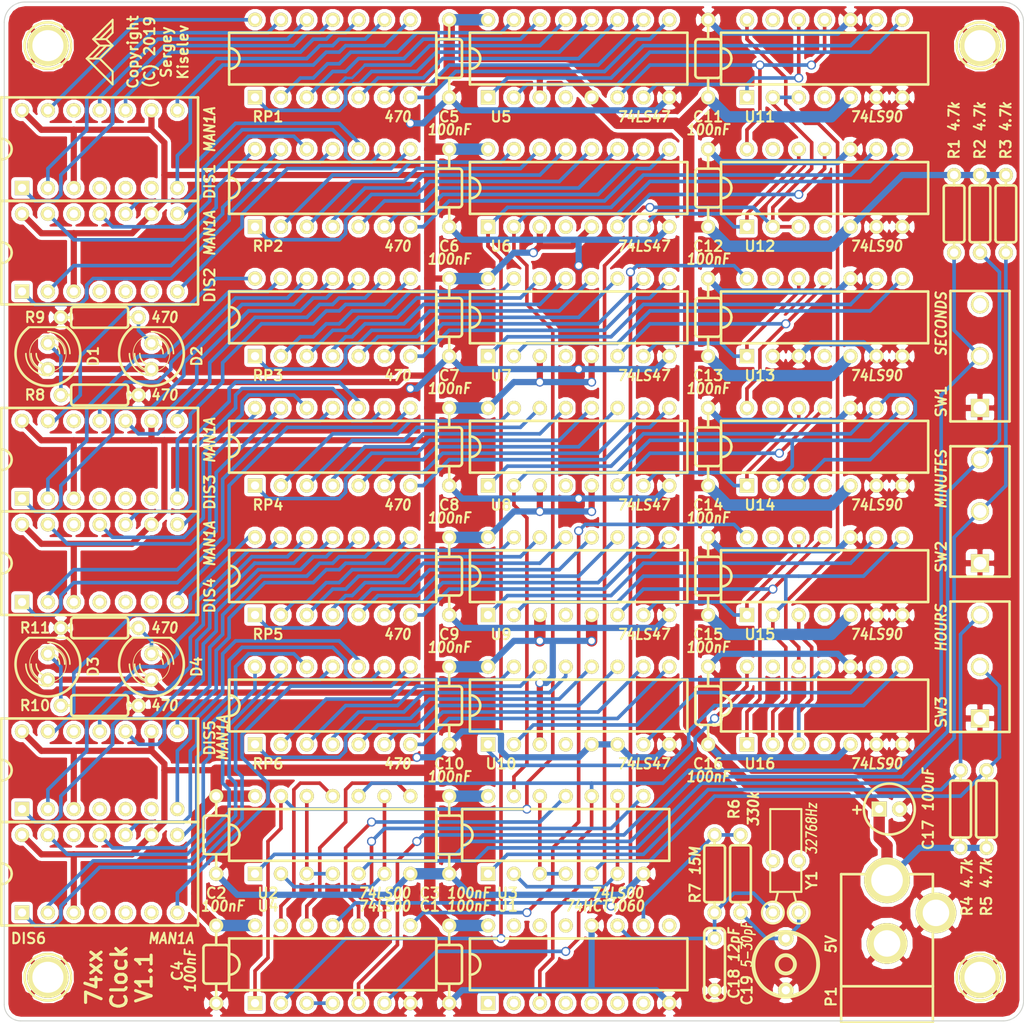
<source format=kicad_pcb>
(kicad_pcb (version 4) (host pcbnew 4.0.7)
  (layers (0 F.Cu signal) (31 B.Cu signal) (34 B.Paste user) (35 F.Paste user) (36 B.SilkS user) (37 F.SilkS user) (38 B.Mask user) (39 F.Mask user) (44 Edge.Cuts user))
  (net 0 "")
  (net 1 /1Hz)
  (net 2 /2Hz)
  (net 3 /HOURS)
  (net 4 /HOURS_OUT)
  (net 5 /MINUTES)
  (net 6 /MINUTES_OUT)
  (net 7 /SECONDS_RESET)
  (net 8 GND)
  (net 9 VCC)
  (net 10 "Net-(C18-Pad1)")
  (net 11 "Net-(C19-Pad1)")
  (net 12 "Net-(D1-Pad2)")
  (net 13 "Net-(D2-Pad2)")
  (net 14 "Net-(D3-Pad2)")
  (net 15 "Net-(D4-Pad2)")
  (net 16 "Net-(DIS1-Pad1)")
  (net 17 "Net-(DIS1-Pad2)")
  (net 18 "Net-(DIS1-Pad6)")
  (net 19 "Net-(DIS1-Pad7)")
  (net 20 "Net-(DIS1-Pad8)")
  (net 21 "Net-(DIS1-Pad10)")
  (net 22 "Net-(DIS1-Pad11)")
  (net 23 "Net-(DIS1-Pad13)")
  (net 24 "Net-(DIS2-Pad1)")
  (net 25 "Net-(DIS2-Pad2)")
  (net 26 "Net-(DIS2-Pad6)")
  (net 27 "Net-(DIS2-Pad7)")
  (net 28 "Net-(DIS2-Pad8)")
  (net 29 "Net-(DIS2-Pad10)")
  (net 30 "Net-(DIS2-Pad11)")
  (net 31 "Net-(DIS2-Pad13)")
  (net 32 "Net-(DIS3-Pad1)")
  (net 33 "Net-(DIS3-Pad2)")
  (net 34 "Net-(DIS3-Pad6)")
  (net 35 "Net-(DIS3-Pad7)")
  (net 36 "Net-(DIS3-Pad8)")
  (net 37 "Net-(DIS3-Pad10)")
  (net 38 "Net-(DIS3-Pad11)")
  (net 39 "Net-(DIS3-Pad13)")
  (net 40 "Net-(DIS4-Pad1)")
  (net 41 "Net-(DIS4-Pad2)")
  (net 42 "Net-(DIS4-Pad6)")
  (net 43 "Net-(DIS4-Pad7)")
  (net 44 "Net-(DIS4-Pad8)")
  (net 45 "Net-(DIS4-Pad10)")
  (net 46 "Net-(DIS4-Pad11)")
  (net 47 "Net-(DIS4-Pad13)")
  (net 48 "Net-(DIS5-Pad1)")
  (net 49 "Net-(DIS5-Pad2)")
  (net 50 "Net-(DIS5-Pad6)")
  (net 51 "Net-(DIS5-Pad7)")
  (net 52 "Net-(DIS5-Pad8)")
  (net 53 "Net-(DIS5-Pad10)")
  (net 54 "Net-(DIS5-Pad11)")
  (net 55 "Net-(DIS5-Pad13)")
  (net 56 "Net-(DIS6-Pad1)")
  (net 57 "Net-(DIS6-Pad2)")
  (net 58 "Net-(DIS6-Pad6)")
  (net 59 "Net-(DIS6-Pad7)")
  (net 60 "Net-(DIS6-Pad8)")
  (net 61 "Net-(DIS6-Pad10)")
  (net 62 "Net-(DIS6-Pad11)")
  (net 63 "Net-(DIS6-Pad13)")
  (net 64 "Net-(R1-Pad1)")
  (net 65 "Net-(R2-Pad1)")
  (net 66 "Net-(R3-Pad1)")
  (net 67 "Net-(R4-Pad1)")
  (net 68 "Net-(R5-Pad1)")
  (net 69 "Net-(R6-Pad1)")
  (net 70 "Net-(RP1-Pad1)")
  (net 71 "Net-(RP1-Pad2)")
  (net 72 "Net-(RP1-Pad3)")
  (net 73 "Net-(RP1-Pad4)")
  (net 74 "Net-(RP1-Pad5)")
  (net 75 "Net-(RP1-Pad6)")
  (net 76 "Net-(RP1-Pad7)")
  (net 77 "Net-(RP2-Pad1)")
  (net 78 "Net-(RP2-Pad2)")
  (net 79 "Net-(RP2-Pad3)")
  (net 80 "Net-(RP2-Pad4)")
  (net 81 "Net-(RP2-Pad5)")
  (net 82 "Net-(RP2-Pad6)")
  (net 83 "Net-(RP2-Pad7)")
  (net 84 "Net-(RP3-Pad1)")
  (net 85 "Net-(RP3-Pad2)")
  (net 86 "Net-(RP3-Pad3)")
  (net 87 "Net-(RP3-Pad4)")
  (net 88 "Net-(RP3-Pad5)")
  (net 89 "Net-(RP3-Pad6)")
  (net 90 "Net-(RP3-Pad7)")
  (net 91 "Net-(RP4-Pad1)")
  (net 92 "Net-(RP4-Pad2)")
  (net 93 "Net-(RP4-Pad3)")
  (net 94 "Net-(RP4-Pad4)")
  (net 95 "Net-(RP4-Pad5)")
  (net 96 "Net-(RP4-Pad6)")
  (net 97 "Net-(RP4-Pad7)")
  (net 98 "Net-(RP5-Pad1)")
  (net 99 "Net-(RP5-Pad2)")
  (net 100 "Net-(RP5-Pad3)")
  (net 101 "Net-(RP5-Pad4)")
  (net 102 "Net-(RP5-Pad5)")
  (net 103 "Net-(RP5-Pad6)")
  (net 104 "Net-(RP5-Pad7)")
  (net 105 "Net-(RP6-Pad1)")
  (net 106 "Net-(RP6-Pad2)")
  (net 107 "Net-(RP6-Pad3)")
  (net 108 "Net-(RP6-Pad4)")
  (net 109 "Net-(RP6-Pad5)")
  (net 110 "Net-(RP6-Pad6)")
  (net 111 "Net-(RP6-Pad7)")
  (net 112 "Net-(SW1-Pad3)")
  (net 113 "Net-(U1-Pad1)")
  (net 114 "Net-(U1-Pad2)")
  (net 115 "Net-(U1-Pad4)")
  (net 116 "Net-(U1-Pad5)")
  (net 117 "Net-(U1-Pad6)")
  (net 118 "Net-(U1-Pad7)")
  (net 119 "Net-(U1-Pad9)")
  (net 120 "Net-(U1-Pad13)")
  (net 121 "Net-(U1-Pad14)")
  (net 122 "Net-(U1-Pad15)")
  (net 123 "Net-(U2-Pad2)")
  (net 124 "Net-(U2-Pad12)")
  (net 125 "Net-(U2-Pad8)")
  (net 126 "Net-(U2-Pad11)")
  (net 127 "Net-(U3-Pad2)")
  (net 128 "Net-(U3-Pad12)")
  (net 129 "Net-(U3-Pad8)")
  (net 130 "Net-(U3-Pad11)")
  (net 131 "Net-(U12-Pad9)")
  (net 132 "Net-(U4-Pad3)")
  (net 133 "Net-(U11-Pad9)")
  (net 134 "Net-(U11-Pad8)")
  (net 135 "Net-(U5-Pad4)")
  (net 136 "Net-(U11-Pad11)")
  (net 137 "Net-(U11-Pad1)")
  (net 138 "Net-(U6-Pad4)")
  (net 139 "Net-(U12-Pad11)")
  (net 140 "Net-(U12-Pad1)")
  (net 141 "Net-(U13-Pad9)")
  (net 142 "Net-(U13-Pad8)")
  (net 143 "Net-(U7-Pad4)")
  (net 144 "Net-(U13-Pad11)")
  (net 145 "Net-(U13-Pad1)")
  (net 146 "Net-(U14-Pad3)")
  (net 147 "Net-(U8-Pad4)")
  (net 148 "Net-(U14-Pad11)")
  (net 149 "Net-(U14-Pad1)")
  (net 150 "Net-(U15-Pad9)")
  (net 151 "Net-(U15-Pad2)")
  (net 152 "Net-(U9-Pad4)")
  (net 153 "Net-(U15-Pad11)")
  (net 154 "Net-(U15-Pad1)")
  (net 155 "Net-(U10-Pad1)")
  (net 156 "Net-(U10-Pad2)")
  (net 157 "Net-(U10-Pad4)")
  (net 158 "Net-(U10-Pad7)")
  (module Res_762 (layer F.Cu) (at 86.36 113.03 180)
    (fp_text reference R11 (at 6.35 0 180) (layer F.SilkS) (effects (font (size 1.016 1.016) (thickness 0.2032))))
    (fp_text value 470 (at -6.35 0 180) (layer F.SilkS) (effects (font (size 1.016 0.9144) (thickness 0.2032) italic)))
    (pad 1 thru_hole circle (at -3.81 0 180) (size 1.397 1.397) (drill 0.8128) (layers *.Cu *.Mask F.SilkS) (net 15 "Net-(D4-Pad2)"))
    (pad 2 thru_hole circle (at 3.81 0 180) (size 1.397 1.397) (drill 0.8128) (layers *.Cu *.Mask F.SilkS) (net 8 GND))
  )
  (module Res_762 (layer F.Cu) (at 86.36 120.65)
    (fp_text reference R10 (at -6.35 0) (layer F.SilkS) (effects (font (size 1.016 1.016) (thickness 0.2032))))
    (fp_text value 470 (at 6.35 0) (layer F.SilkS) (effects (font (size 1.016 0.9144) (thickness 0.2032) italic)))
    (pad 1 thru_hole circle (at -3.81 0) (size 1.397 1.397) (drill 0.8128) (layers *.Cu *.Mask F.SilkS) (net 14 "Net-(D3-Pad2)"))
    (pad 2 thru_hole circle (at 3.81 0) (size 1.397 1.397) (drill 0.8128) (layers *.Cu *.Mask F.SilkS) (net 8 GND))
  )
  (module Res_762 (layer F.Cu) (at 86.36 82.55 180)
    (fp_text reference R9 (at 6.35 0 180) (layer F.SilkS) (effects (font (size 1.016 1.016) (thickness 0.2032))))
    (fp_text value 470 (at -6.35 0 180) (layer F.SilkS) (effects (font (size 1.016 0.9144) (thickness 0.2032) italic)))
    (pad 1 thru_hole circle (at -3.81 0 180) (size 1.397 1.397) (drill 0.8128) (layers *.Cu *.Mask F.SilkS) (net 13 "Net-(D2-Pad2)"))
    (pad 2 thru_hole circle (at 3.81 0 180) (size 1.397 1.397) (drill 0.8128) (layers *.Cu *.Mask F.SilkS) (net 8 GND))
  )
  (module Res_762 (layer F.Cu) (at 86.36 90.17)
    (fp_text reference R8 (at -6.35 0) (layer F.SilkS) (effects (font (size 1.016 1.016) (thickness 0.2032))))
    (fp_text value 470 (at 6.35 0) (layer F.SilkS) (effects (font (size 1.016 0.9144) (thickness 0.2032) italic)))
    (pad 1 thru_hole circle (at -3.81 0) (size 1.397 1.397) (drill 0.8128) (layers *.Cu *.Mask F.SilkS) (net 12 "Net-(D1-Pad2)"))
    (pad 2 thru_hole circle (at 3.81 0) (size 1.397 1.397) (drill 0.8128) (layers *.Cu *.Mask F.SilkS) (net 8 GND))
  )
  (module Res_762 (layer F.Cu) (at 172.72 72.39 90)
    (fp_text reference R2 (at 6.35 0 90) (layer F.SilkS) (effects (font (size 1.016 1.016) (thickness 0.2032))))
    (fp_text value 4.7k (at 9.525 0 90) (layer F.SilkS) (effects (font (size 1.016 0.9144) (thickness 0.2032) italic)))
    (pad 1 thru_hole circle (at -3.81 0 90) (size 1.397 1.397) (drill 0.8128) (layers *.Cu *.Mask F.SilkS) (net 65 "Net-(R2-Pad1)"))
    (pad 2 thru_hole circle (at 3.81 0 90) (size 1.397 1.397) (drill 0.8128) (layers *.Cu *.Mask F.SilkS) (net 9 VCC))
  )
  (module Res_762 (layer F.Cu) (at 175.26 72.39 90)
    (fp_text reference R3 (at 6.35 0 90) (layer F.SilkS) (effects (font (size 1.016 1.016) (thickness 0.2032))))
    (fp_text value 4.7k (at 9.525 0 90) (layer F.SilkS) (effects (font (size 1.016 0.9144) (thickness 0.2032) italic)))
    (pad 1 thru_hole circle (at -3.81 0 90) (size 1.397 1.397) (drill 0.8128) (layers *.Cu *.Mask F.SilkS) (net 66 "Net-(R3-Pad1)"))
    (pad 2 thru_hole circle (at 3.81 0 90) (size 1.397 1.397) (drill 0.8128) (layers *.Cu *.Mask F.SilkS) (net 9 VCC))
  )
  (module Res_762 (layer F.Cu) (at 149.225 137.16 270)
    (fp_text reference R6 (at -6.35 0.635 270) (layer F.SilkS) (effects (font (size 1.016 1.016) (thickness 0.2032))))
    (fp_text value 330k (at -6.35 -1.27 270) (layer F.SilkS) (effects (font (size 1.016 0.9144) (thickness 0.2032) italic)))
    (pad 1 thru_hole circle (at -3.81 0 270) (size 1.397 1.397) (drill 0.8128) (layers *.Cu *.Mask F.SilkS) (net 69 "Net-(R6-Pad1)"))
    (pad 2 thru_hole circle (at 3.81 0 270) (size 1.397 1.397) (drill 0.8128) (layers *.Cu *.Mask F.SilkS) (net 11 "Net-(C19-Pad1)"))
  )
  (module Res_762 (layer F.Cu) (at 146.685 137.16 90)
    (fp_text reference R7 (at -1.905 -1.905 90) (layer F.SilkS) (effects (font (size 1.016 1.016) (thickness 0.2032))))
    (fp_text value 15M (at 1.27 -1.905 90) (layer F.SilkS) (effects (font (size 1.016 0.9144) (thickness 0.2032) italic)))
    (pad 1 thru_hole circle (at -3.81 0 90) (size 1.397 1.397) (drill 0.8128) (layers *.Cu *.Mask F.SilkS) (net 10 "Net-(C18-Pad1)"))
    (pad 2 thru_hole circle (at 3.81 0 90) (size 1.397 1.397) (drill 0.8128) (layers *.Cu *.Mask F.SilkS) (net 69 "Net-(R6-Pad1)"))
  )
  (module Res_762 (layer F.Cu) (at 170.18 72.39 90)
    (fp_text reference R1 (at 6.35 0 90) (layer F.SilkS) (effects (font (size 1.016 1.016) (thickness 0.2032))))
    (fp_text value 4.7k (at 9.525 0 90) (layer F.SilkS) (effects (font (size 1.016 0.9144) (thickness 0.2032) italic)))
    (pad 1 thru_hole circle (at -3.81 0 90) (size 1.397 1.397) (drill 0.8128) (layers *.Cu *.Mask F.SilkS) (net 64 "Net-(R1-Pad1)"))
    (pad 2 thru_hole circle (at 3.81 0 90) (size 1.397 1.397) (drill 0.8128) (layers *.Cu *.Mask F.SilkS) (net 9 VCC))
  )
  (module Res_762 (layer F.Cu) (at 173.355 130.81 270)
    (fp_text reference R5 (at 9.525 0 270) (layer F.SilkS) (effects (font (size 1.016 1.016) (thickness 0.2032))))
    (fp_text value 4.7k (at 6.35 0 270) (layer F.SilkS) (effects (font (size 1.016 0.9144) (thickness 0.2032) italic)))
    (pad 1 thru_hole circle (at -3.81 0 270) (size 1.397 1.397) (drill 0.8128) (layers *.Cu *.Mask F.SilkS) (net 68 "Net-(R5-Pad1)"))
    (pad 2 thru_hole circle (at 3.81 0 270) (size 1.397 1.397) (drill 0.8128) (layers *.Cu *.Mask F.SilkS) (net 9 VCC))
  )
  (module Res_762 (layer F.Cu) (at 170.815 130.81 270)
    (fp_text reference R4 (at 9.525 -0.635 270) (layer F.SilkS) (effects (font (size 1.016 1.016) (thickness 0.2032))))
    (fp_text value 4.7k (at 6.35 -0.635 270) (layer F.SilkS) (effects (font (size 1.016 0.9144) (thickness 0.2032) italic)))
    (pad 1 thru_hole circle (at -3.81 0 270) (size 1.397 1.397) (drill 0.8128) (layers *.Cu *.Mask F.SilkS) (net 67 "Net-(R4-Pad1)"))
    (pad 2 thru_hole circle (at 3.81 0 270) (size 1.397 1.397) (drill 0.8128) (layers *.Cu *.Mask F.SilkS) (net 9 VCC))
  )
  (module LED_5mm (layer F.Cu) (at 81.28 86.36 90)
    (fp_text reference D1 (at 0 4.445 90) (layer F.SilkS) (effects (font (size 1.016 1.016) (thickness 0.2032))))
    (fp_text value LED hide)
    (pad 1 thru_hole circle (at -1.27 0 90) (size 1.397 1.397) (drill 0.8128) (layers *.Cu *.Mask F.SilkS) (net 9 VCC))
    (pad 2 thru_hole circle (at 1.27 0 90) (size 1.397 1.397) (drill 0.8128) (layers *.Cu *.Mask F.SilkS) (net 12 "Net-(D1-Pad2)"))
  )
  (module LED_5mm (layer F.Cu) (at 91.44 86.36 90)
    (fp_text reference D2 (at 0 4.445 90) (layer F.SilkS) (effects (font (size 1.016 1.016) (thickness 0.2032))))
    (fp_text value LED hide)
    (pad 1 thru_hole circle (at -1.27 0 90) (size 1.397 1.397) (drill 0.8128) (layers *.Cu *.Mask F.SilkS) (net 9 VCC))
    (pad 2 thru_hole circle (at 1.27 0 90) (size 1.397 1.397) (drill 0.8128) (layers *.Cu *.Mask F.SilkS) (net 13 "Net-(D2-Pad2)"))
  )
  (module LED_5mm (layer F.Cu) (at 81.28 116.84 90)
    (fp_text reference D3 (at 0 4.445 90) (layer F.SilkS) (effects (font (size 1.016 1.016) (thickness 0.2032))))
    (fp_text value LED hide)
    (pad 1 thru_hole circle (at -1.27 0 90) (size 1.397 1.397) (drill 0.8128) (layers *.Cu *.Mask F.SilkS) (net 9 VCC))
    (pad 2 thru_hole circle (at 1.27 0 90) (size 1.397 1.397) (drill 0.8128) (layers *.Cu *.Mask F.SilkS) (net 14 "Net-(D3-Pad2)"))
  )
  (module LED_5mm (layer F.Cu) (at 91.44 116.84 90)
    (fp_text reference D4 (at 0 4.445 90) (layer F.SilkS) (effects (font (size 1.016 1.016) (thickness 0.2032))))
    (fp_text value LED hide)
    (pad 1 thru_hole circle (at -1.27 0 90) (size 1.397 1.397) (drill 0.8128) (layers *.Cu *.Mask F.SilkS) (net 9 VCC))
    (pad 2 thru_hole circle (at 1.27 0 90) (size 1.397 1.397) (drill 0.8128) (layers *.Cu *.Mask F.SilkS) (net 15 "Net-(D4-Pad2)"))
  )
  (module IC_DIP16_300 (layer F.Cu) (at 133.35 57.15)
    (fp_text reference U5 (at -7.62 5.715) (layer F.SilkS) (effects (font (size 1.016 1.016) (thickness 0.2032))))
    (fp_text value 74LS47 (at 6.35 5.715) (layer F.SilkS) (effects (font (size 1.016 0.9144) (thickness 0.2032) italic)))
    (pad 1 thru_hole rect (at -8.89 3.81) (size 1.397 1.397) (drill 0.8128) (layers *.Cu *.Mask F.SilkS) (net 133 "Net-(U11-Pad9)"))
    (pad 2 thru_hole circle (at -6.35 3.81) (size 1.397 1.397) (drill 0.8128) (layers *.Cu *.Mask F.SilkS) (net 134 "Net-(U11-Pad8)"))
    (pad 3 thru_hole circle (at -3.81 3.81) (size 1.397 1.397) (drill 0.8128) (layers *.Cu *.Mask F.SilkS) (net 9 VCC))
    (pad 4 thru_hole circle (at -1.27 3.81) (size 1.397 1.397) (drill 0.8128) (layers *.Cu *.Mask F.SilkS) (net 135 "Net-(U5-Pad4)"))
    (pad 5 thru_hole circle (at 1.27 3.81) (size 1.397 1.397) (drill 0.8128) (layers *.Cu *.Mask F.SilkS) (net 9 VCC))
    (pad 6 thru_hole circle (at 3.81 3.81) (size 1.397 1.397) (drill 0.8128) (layers *.Cu *.Mask F.SilkS) (net 136 "Net-(U11-Pad11)"))
    (pad 7 thru_hole circle (at 6.35 3.81) (size 1.397 1.397) (drill 0.8128) (layers *.Cu *.Mask F.SilkS) (net 137 "Net-(U11-Pad1)"))
    (pad 8 thru_hole circle (at 8.89 3.81) (size 1.397 1.397) (drill 0.8128) (layers *.Cu *.Mask F.SilkS) (net 8 GND))
    (pad 9 thru_hole circle (at 8.89 -3.81) (size 1.397 1.397) (drill 0.8128) (layers *.Cu *.Mask F.SilkS) (net 76 "Net-(RP1-Pad7)"))
    (pad 10 thru_hole circle (at 6.35 -3.81) (size 1.397 1.397) (drill 0.8128) (layers *.Cu *.Mask F.SilkS) (net 75 "Net-(RP1-Pad6)"))
    (pad 11 thru_hole circle (at 3.81 -3.81) (size 1.397 1.397) (drill 0.8128) (layers *.Cu *.Mask F.SilkS) (net 74 "Net-(RP1-Pad5)"))
    (pad 12 thru_hole circle (at 1.27 -3.81) (size 1.397 1.397) (drill 0.8128) (layers *.Cu *.Mask F.SilkS) (net 70 "Net-(RP1-Pad1)"))
    (pad 13 thru_hole circle (at -1.27 -3.81) (size 1.397 1.397) (drill 0.8128) (layers *.Cu *.Mask F.SilkS) (net 73 "Net-(RP1-Pad4)"))
    (pad 14 thru_hole circle (at -3.81 -3.81) (size 1.397 1.397) (drill 0.8128) (layers *.Cu *.Mask F.SilkS) (net 72 "Net-(RP1-Pad3)"))
    (pad 15 thru_hole circle (at -6.35 -3.81) (size 1.397 1.397) (drill 0.8128) (layers *.Cu *.Mask F.SilkS) (net 71 "Net-(RP1-Pad2)"))
    (pad 16 thru_hole circle (at -8.89 -3.81) (size 1.397 1.397) (drill 0.8128) (layers *.Cu *.Mask F.SilkS) (net 9 VCC))
  )
  (module IC_DIP16_300 (layer F.Cu) (at 133.35 146.05)
    (fp_text reference U1 (at -6.985 -5.715) (layer F.SilkS) (effects (font (size 1.016 1.016) (thickness 0.2032))))
    (fp_text value 74HCT4060 (at 2.54 -5.715) (layer F.SilkS) (effects (font (size 1.016 0.9144) (thickness 0.2032) italic)))
    (pad 1 thru_hole rect (at -8.89 3.81) (size 1.397 1.397) (drill 0.8128) (layers *.Cu *.Mask F.SilkS) (net 113 "Net-(U1-Pad1)"))
    (pad 2 thru_hole circle (at -6.35 3.81) (size 1.397 1.397) (drill 0.8128) (layers *.Cu *.Mask F.SilkS) (net 114 "Net-(U1-Pad2)"))
    (pad 3 thru_hole circle (at -3.81 3.81) (size 1.397 1.397) (drill 0.8128) (layers *.Cu *.Mask F.SilkS) (net 2 /2Hz))
    (pad 4 thru_hole circle (at -1.27 3.81) (size 1.397 1.397) (drill 0.8128) (layers *.Cu *.Mask F.SilkS) (net 115 "Net-(U1-Pad4)"))
    (pad 5 thru_hole circle (at 1.27 3.81) (size 1.397 1.397) (drill 0.8128) (layers *.Cu *.Mask F.SilkS) (net 116 "Net-(U1-Pad5)"))
    (pad 6 thru_hole circle (at 3.81 3.81) (size 1.397 1.397) (drill 0.8128) (layers *.Cu *.Mask F.SilkS) (net 117 "Net-(U1-Pad6)"))
    (pad 7 thru_hole circle (at 6.35 3.81) (size 1.397 1.397) (drill 0.8128) (layers *.Cu *.Mask F.SilkS) (net 118 "Net-(U1-Pad7)"))
    (pad 8 thru_hole circle (at 8.89 3.81) (size 1.397 1.397) (drill 0.8128) (layers *.Cu *.Mask F.SilkS) (net 8 GND))
    (pad 9 thru_hole circle (at 8.89 -3.81) (size 1.397 1.397) (drill 0.8128) (layers *.Cu *.Mask F.SilkS) (net 119 "Net-(U1-Pad9)"))
    (pad 10 thru_hole circle (at 6.35 -3.81) (size 1.397 1.397) (drill 0.8128) (layers *.Cu *.Mask F.SilkS) (net 69 "Net-(R6-Pad1)"))
    (pad 11 thru_hole circle (at 3.81 -3.81) (size 1.397 1.397) (drill 0.8128) (layers *.Cu *.Mask F.SilkS) (net 10 "Net-(C18-Pad1)"))
    (pad 12 thru_hole circle (at 1.27 -3.81) (size 1.397 1.397) (drill 0.8128) (layers *.Cu *.Mask F.SilkS) (net 8 GND))
    (pad 13 thru_hole circle (at -1.27 -3.81) (size 1.397 1.397) (drill 0.8128) (layers *.Cu *.Mask F.SilkS) (net 120 "Net-(U1-Pad13)"))
    (pad 14 thru_hole circle (at -3.81 -3.81) (size 1.397 1.397) (drill 0.8128) (layers *.Cu *.Mask F.SilkS) (net 121 "Net-(U1-Pad14)"))
    (pad 15 thru_hole circle (at -6.35 -3.81) (size 1.397 1.397) (drill 0.8128) (layers *.Cu *.Mask F.SilkS) (net 122 "Net-(U1-Pad15)"))
    (pad 16 thru_hole circle (at -8.89 -3.81) (size 1.397 1.397) (drill 0.8128) (layers *.Cu *.Mask F.SilkS) (net 9 VCC))
  )
  (module IC_DIP16_300 (layer F.Cu) (at 133.35 120.65)
    (fp_text reference U10 (at -7.62 5.715) (layer F.SilkS) (effects (font (size 1.016 1.016) (thickness 0.2032))))
    (fp_text value 74LS47 (at 6.35 5.715) (layer F.SilkS) (effects (font (size 1.016 0.9144) (thickness 0.2032) italic)))
    (pad 1 thru_hole rect (at -8.89 3.81) (size 1.397 1.397) (drill 0.8128) (layers *.Cu *.Mask F.SilkS) (net 155 "Net-(U10-Pad1)"))
    (pad 2 thru_hole circle (at -6.35 3.81) (size 1.397 1.397) (drill 0.8128) (layers *.Cu *.Mask F.SilkS) (net 156 "Net-(U10-Pad2)"))
    (pad 3 thru_hole circle (at -3.81 3.81) (size 1.397 1.397) (drill 0.8128) (layers *.Cu *.Mask F.SilkS) (net 9 VCC))
    (pad 4 thru_hole circle (at -1.27 3.81) (size 1.397 1.397) (drill 0.8128) (layers *.Cu *.Mask F.SilkS) (net 157 "Net-(U10-Pad4)"))
    (pad 5 thru_hole circle (at 1.27 3.81) (size 1.397 1.397) (drill 0.8128) (layers *.Cu *.Mask F.SilkS) (net 8 GND))
    (pad 6 thru_hole circle (at 3.81 3.81) (size 1.397 1.397) (drill 0.8128) (layers *.Cu *.Mask F.SilkS) (net 8 GND))
    (pad 7 thru_hole circle (at 6.35 3.81) (size 1.397 1.397) (drill 0.8128) (layers *.Cu *.Mask F.SilkS) (net 158 "Net-(U10-Pad7)"))
    (pad 8 thru_hole circle (at 8.89 3.81) (size 1.397 1.397) (drill 0.8128) (layers *.Cu *.Mask F.SilkS) (net 8 GND))
    (pad 9 thru_hole circle (at 8.89 -3.81) (size 1.397 1.397) (drill 0.8128) (layers *.Cu *.Mask F.SilkS) (net 111 "Net-(RP6-Pad7)"))
    (pad 10 thru_hole circle (at 6.35 -3.81) (size 1.397 1.397) (drill 0.8128) (layers *.Cu *.Mask F.SilkS) (net 110 "Net-(RP6-Pad6)"))
    (pad 11 thru_hole circle (at 3.81 -3.81) (size 1.397 1.397) (drill 0.8128) (layers *.Cu *.Mask F.SilkS) (net 109 "Net-(RP6-Pad5)"))
    (pad 12 thru_hole circle (at 1.27 -3.81) (size 1.397 1.397) (drill 0.8128) (layers *.Cu *.Mask F.SilkS) (net 105 "Net-(RP6-Pad1)"))
    (pad 13 thru_hole circle (at -1.27 -3.81) (size 1.397 1.397) (drill 0.8128) (layers *.Cu *.Mask F.SilkS) (net 108 "Net-(RP6-Pad4)"))
    (pad 14 thru_hole circle (at -3.81 -3.81) (size 1.397 1.397) (drill 0.8128) (layers *.Cu *.Mask F.SilkS) (net 107 "Net-(RP6-Pad3)"))
    (pad 15 thru_hole circle (at -6.35 -3.81) (size 1.397 1.397) (drill 0.8128) (layers *.Cu *.Mask F.SilkS) (net 106 "Net-(RP6-Pad2)"))
    (pad 16 thru_hole circle (at -8.89 -3.81) (size 1.397 1.397) (drill 0.8128) (layers *.Cu *.Mask F.SilkS) (net 9 VCC))
  )
  (module IC_DIP16_300 (layer F.Cu) (at 133.35 107.95)
    (fp_text reference U9 (at -7.62 5.715) (layer F.SilkS) (effects (font (size 1.016 1.016) (thickness 0.2032))))
    (fp_text value 74LS47 (at 6.35 5.715) (layer F.SilkS) (effects (font (size 1.016 0.9144) (thickness 0.2032) italic)))
    (pad 1 thru_hole rect (at -8.89 3.81) (size 1.397 1.397) (drill 0.8128) (layers *.Cu *.Mask F.SilkS) (net 150 "Net-(U15-Pad9)"))
    (pad 2 thru_hole circle (at -6.35 3.81) (size 1.397 1.397) (drill 0.8128) (layers *.Cu *.Mask F.SilkS) (net 151 "Net-(U15-Pad2)"))
    (pad 3 thru_hole circle (at -3.81 3.81) (size 1.397 1.397) (drill 0.8128) (layers *.Cu *.Mask F.SilkS) (net 9 VCC))
    (pad 4 thru_hole circle (at -1.27 3.81) (size 1.397 1.397) (drill 0.8128) (layers *.Cu *.Mask F.SilkS) (net 152 "Net-(U9-Pad4)"))
    (pad 5 thru_hole circle (at 1.27 3.81) (size 1.397 1.397) (drill 0.8128) (layers *.Cu *.Mask F.SilkS) (net 9 VCC))
    (pad 6 thru_hole circle (at 3.81 3.81) (size 1.397 1.397) (drill 0.8128) (layers *.Cu *.Mask F.SilkS) (net 153 "Net-(U15-Pad11)"))
    (pad 7 thru_hole circle (at 6.35 3.81) (size 1.397 1.397) (drill 0.8128) (layers *.Cu *.Mask F.SilkS) (net 154 "Net-(U15-Pad1)"))
    (pad 8 thru_hole circle (at 8.89 3.81) (size 1.397 1.397) (drill 0.8128) (layers *.Cu *.Mask F.SilkS) (net 8 GND))
    (pad 9 thru_hole circle (at 8.89 -3.81) (size 1.397 1.397) (drill 0.8128) (layers *.Cu *.Mask F.SilkS) (net 104 "Net-(RP5-Pad7)"))
    (pad 10 thru_hole circle (at 6.35 -3.81) (size 1.397 1.397) (drill 0.8128) (layers *.Cu *.Mask F.SilkS) (net 103 "Net-(RP5-Pad6)"))
    (pad 11 thru_hole circle (at 3.81 -3.81) (size 1.397 1.397) (drill 0.8128) (layers *.Cu *.Mask F.SilkS) (net 102 "Net-(RP5-Pad5)"))
    (pad 12 thru_hole circle (at 1.27 -3.81) (size 1.397 1.397) (drill 0.8128) (layers *.Cu *.Mask F.SilkS) (net 98 "Net-(RP5-Pad1)"))
    (pad 13 thru_hole circle (at -1.27 -3.81) (size 1.397 1.397) (drill 0.8128) (layers *.Cu *.Mask F.SilkS) (net 101 "Net-(RP5-Pad4)"))
    (pad 14 thru_hole circle (at -3.81 -3.81) (size 1.397 1.397) (drill 0.8128) (layers *.Cu *.Mask F.SilkS) (net 100 "Net-(RP5-Pad3)"))
    (pad 15 thru_hole circle (at -6.35 -3.81) (size 1.397 1.397) (drill 0.8128) (layers *.Cu *.Mask F.SilkS) (net 99 "Net-(RP5-Pad2)"))
    (pad 16 thru_hole circle (at -8.89 -3.81) (size 1.397 1.397) (drill 0.8128) (layers *.Cu *.Mask F.SilkS) (net 9 VCC))
  )
  (module IC_DIP16_300 (layer F.Cu) (at 133.35 95.25)
    (fp_text reference U8 (at -7.62 5.715) (layer F.SilkS) (effects (font (size 1.016 1.016) (thickness 0.2032))))
    (fp_text value 74LS47 (at 6.35 5.715) (layer F.SilkS) (effects (font (size 1.016 0.9144) (thickness 0.2032) italic)))
    (pad 1 thru_hole rect (at -8.89 3.81) (size 1.397 1.397) (drill 0.8128) (layers *.Cu *.Mask F.SilkS) (net 146 "Net-(U14-Pad3)"))
    (pad 2 thru_hole circle (at -6.35 3.81) (size 1.397 1.397) (drill 0.8128) (layers *.Cu *.Mask F.SilkS) (net 3 /HOURS))
    (pad 3 thru_hole circle (at -3.81 3.81) (size 1.397 1.397) (drill 0.8128) (layers *.Cu *.Mask F.SilkS) (net 9 VCC))
    (pad 4 thru_hole circle (at -1.27 3.81) (size 1.397 1.397) (drill 0.8128) (layers *.Cu *.Mask F.SilkS) (net 147 "Net-(U8-Pad4)"))
    (pad 5 thru_hole circle (at 1.27 3.81) (size 1.397 1.397) (drill 0.8128) (layers *.Cu *.Mask F.SilkS) (net 9 VCC))
    (pad 6 thru_hole circle (at 3.81 3.81) (size 1.397 1.397) (drill 0.8128) (layers *.Cu *.Mask F.SilkS) (net 148 "Net-(U14-Pad11)"))
    (pad 7 thru_hole circle (at 6.35 3.81) (size 1.397 1.397) (drill 0.8128) (layers *.Cu *.Mask F.SilkS) (net 149 "Net-(U14-Pad1)"))
    (pad 8 thru_hole circle (at 8.89 3.81) (size 1.397 1.397) (drill 0.8128) (layers *.Cu *.Mask F.SilkS) (net 8 GND))
    (pad 9 thru_hole circle (at 8.89 -3.81) (size 1.397 1.397) (drill 0.8128) (layers *.Cu *.Mask F.SilkS) (net 97 "Net-(RP4-Pad7)"))
    (pad 10 thru_hole circle (at 6.35 -3.81) (size 1.397 1.397) (drill 0.8128) (layers *.Cu *.Mask F.SilkS) (net 96 "Net-(RP4-Pad6)"))
    (pad 11 thru_hole circle (at 3.81 -3.81) (size 1.397 1.397) (drill 0.8128) (layers *.Cu *.Mask F.SilkS) (net 95 "Net-(RP4-Pad5)"))
    (pad 12 thru_hole circle (at 1.27 -3.81) (size 1.397 1.397) (drill 0.8128) (layers *.Cu *.Mask F.SilkS) (net 91 "Net-(RP4-Pad1)"))
    (pad 13 thru_hole circle (at -1.27 -3.81) (size 1.397 1.397) (drill 0.8128) (layers *.Cu *.Mask F.SilkS) (net 94 "Net-(RP4-Pad4)"))
    (pad 14 thru_hole circle (at -3.81 -3.81) (size 1.397 1.397) (drill 0.8128) (layers *.Cu *.Mask F.SilkS) (net 93 "Net-(RP4-Pad3)"))
    (pad 15 thru_hole circle (at -6.35 -3.81) (size 1.397 1.397) (drill 0.8128) (layers *.Cu *.Mask F.SilkS) (net 92 "Net-(RP4-Pad2)"))
    (pad 16 thru_hole circle (at -8.89 -3.81) (size 1.397 1.397) (drill 0.8128) (layers *.Cu *.Mask F.SilkS) (net 9 VCC))
  )
  (module IC_DIP16_300 (layer F.Cu) (at 133.35 82.55)
    (fp_text reference U7 (at -7.62 5.715) (layer F.SilkS) (effects (font (size 1.016 1.016) (thickness 0.2032))))
    (fp_text value 74LS47 (at 6.35 5.715) (layer F.SilkS) (effects (font (size 1.016 0.9144) (thickness 0.2032) italic)))
    (pad 1 thru_hole rect (at -8.89 3.81) (size 1.397 1.397) (drill 0.8128) (layers *.Cu *.Mask F.SilkS) (net 141 "Net-(U13-Pad9)"))
    (pad 2 thru_hole circle (at -6.35 3.81) (size 1.397 1.397) (drill 0.8128) (layers *.Cu *.Mask F.SilkS) (net 142 "Net-(U13-Pad8)"))
    (pad 3 thru_hole circle (at -3.81 3.81) (size 1.397 1.397) (drill 0.8128) (layers *.Cu *.Mask F.SilkS) (net 9 VCC))
    (pad 4 thru_hole circle (at -1.27 3.81) (size 1.397 1.397) (drill 0.8128) (layers *.Cu *.Mask F.SilkS) (net 143 "Net-(U7-Pad4)"))
    (pad 5 thru_hole circle (at 1.27 3.81) (size 1.397 1.397) (drill 0.8128) (layers *.Cu *.Mask F.SilkS) (net 9 VCC))
    (pad 6 thru_hole circle (at 3.81 3.81) (size 1.397 1.397) (drill 0.8128) (layers *.Cu *.Mask F.SilkS) (net 144 "Net-(U13-Pad11)"))
    (pad 7 thru_hole circle (at 6.35 3.81) (size 1.397 1.397) (drill 0.8128) (layers *.Cu *.Mask F.SilkS) (net 145 "Net-(U13-Pad1)"))
    (pad 8 thru_hole circle (at 8.89 3.81) (size 1.397 1.397) (drill 0.8128) (layers *.Cu *.Mask F.SilkS) (net 8 GND))
    (pad 9 thru_hole circle (at 8.89 -3.81) (size 1.397 1.397) (drill 0.8128) (layers *.Cu *.Mask F.SilkS) (net 90 "Net-(RP3-Pad7)"))
    (pad 10 thru_hole circle (at 6.35 -3.81) (size 1.397 1.397) (drill 0.8128) (layers *.Cu *.Mask F.SilkS) (net 89 "Net-(RP3-Pad6)"))
    (pad 11 thru_hole circle (at 3.81 -3.81) (size 1.397 1.397) (drill 0.8128) (layers *.Cu *.Mask F.SilkS) (net 88 "Net-(RP3-Pad5)"))
    (pad 12 thru_hole circle (at 1.27 -3.81) (size 1.397 1.397) (drill 0.8128) (layers *.Cu *.Mask F.SilkS) (net 84 "Net-(RP3-Pad1)"))
    (pad 13 thru_hole circle (at -1.27 -3.81) (size 1.397 1.397) (drill 0.8128) (layers *.Cu *.Mask F.SilkS) (net 87 "Net-(RP3-Pad4)"))
    (pad 14 thru_hole circle (at -3.81 -3.81) (size 1.397 1.397) (drill 0.8128) (layers *.Cu *.Mask F.SilkS) (net 86 "Net-(RP3-Pad3)"))
    (pad 15 thru_hole circle (at -6.35 -3.81) (size 1.397 1.397) (drill 0.8128) (layers *.Cu *.Mask F.SilkS) (net 85 "Net-(RP3-Pad2)"))
    (pad 16 thru_hole circle (at -8.89 -3.81) (size 1.397 1.397) (drill 0.8128) (layers *.Cu *.Mask F.SilkS) (net 9 VCC))
  )
  (module IC_DIP16_300 (layer F.Cu) (at 133.35 69.85)
    (fp_text reference U6 (at -7.62 5.715) (layer F.SilkS) (effects (font (size 1.016 1.016) (thickness 0.2032))))
    (fp_text value 74LS47 (at 6.35 5.715) (layer F.SilkS) (effects (font (size 1.016 0.9144) (thickness 0.2032) italic)))
    (pad 1 thru_hole rect (at -8.89 3.81) (size 1.397 1.397) (drill 0.8128) (layers *.Cu *.Mask F.SilkS) (net 131 "Net-(U12-Pad9)"))
    (pad 2 thru_hole circle (at -6.35 3.81) (size 1.397 1.397) (drill 0.8128) (layers *.Cu *.Mask F.SilkS) (net 5 /MINUTES))
    (pad 3 thru_hole circle (at -3.81 3.81) (size 1.397 1.397) (drill 0.8128) (layers *.Cu *.Mask F.SilkS) (net 9 VCC))
    (pad 4 thru_hole circle (at -1.27 3.81) (size 1.397 1.397) (drill 0.8128) (layers *.Cu *.Mask F.SilkS) (net 138 "Net-(U6-Pad4)"))
    (pad 5 thru_hole circle (at 1.27 3.81) (size 1.397 1.397) (drill 0.8128) (layers *.Cu *.Mask F.SilkS) (net 9 VCC))
    (pad 6 thru_hole circle (at 3.81 3.81) (size 1.397 1.397) (drill 0.8128) (layers *.Cu *.Mask F.SilkS) (net 139 "Net-(U12-Pad11)"))
    (pad 7 thru_hole circle (at 6.35 3.81) (size 1.397 1.397) (drill 0.8128) (layers *.Cu *.Mask F.SilkS) (net 140 "Net-(U12-Pad1)"))
    (pad 8 thru_hole circle (at 8.89 3.81) (size 1.397 1.397) (drill 0.8128) (layers *.Cu *.Mask F.SilkS) (net 8 GND))
    (pad 9 thru_hole circle (at 8.89 -3.81) (size 1.397 1.397) (drill 0.8128) (layers *.Cu *.Mask F.SilkS) (net 83 "Net-(RP2-Pad7)"))
    (pad 10 thru_hole circle (at 6.35 -3.81) (size 1.397 1.397) (drill 0.8128) (layers *.Cu *.Mask F.SilkS) (net 82 "Net-(RP2-Pad6)"))
    (pad 11 thru_hole circle (at 3.81 -3.81) (size 1.397 1.397) (drill 0.8128) (layers *.Cu *.Mask F.SilkS) (net 81 "Net-(RP2-Pad5)"))
    (pad 12 thru_hole circle (at 1.27 -3.81) (size 1.397 1.397) (drill 0.8128) (layers *.Cu *.Mask F.SilkS) (net 77 "Net-(RP2-Pad1)"))
    (pad 13 thru_hole circle (at -1.27 -3.81) (size 1.397 1.397) (drill 0.8128) (layers *.Cu *.Mask F.SilkS) (net 80 "Net-(RP2-Pad4)"))
    (pad 14 thru_hole circle (at -3.81 -3.81) (size 1.397 1.397) (drill 0.8128) (layers *.Cu *.Mask F.SilkS) (net 79 "Net-(RP2-Pad3)"))
    (pad 15 thru_hole circle (at -6.35 -3.81) (size 1.397 1.397) (drill 0.8128) (layers *.Cu *.Mask F.SilkS) (net 78 "Net-(RP2-Pad2)"))
    (pad 16 thru_hole circle (at -8.89 -3.81) (size 1.397 1.397) (drill 0.8128) (layers *.Cu *.Mask F.SilkS) (net 9 VCC))
  )
  (module IC_DIP14_300 (layer F.Cu) (at 109.22 69.85)
    (fp_text reference RP2 (at -6.35 5.715) (layer F.SilkS) (effects (font (size 1.016 1.016) (thickness 0.2032))))
    (fp_text value 470 (at 6.35 5.715) (layer F.SilkS) (effects (font (size 1.016 0.9144) (thickness 0.2032) italic)))
    (pad 1 thru_hole rect (at -7.62 3.81) (size 1.397 1.397) (drill 0.8128) (layers *.Cu *.Mask F.SilkS) (net 77 "Net-(RP2-Pad1)"))
    (pad 2 thru_hole circle (at -5.08 3.81) (size 1.397 1.397) (drill 0.8128) (layers *.Cu *.Mask F.SilkS) (net 78 "Net-(RP2-Pad2)"))
    (pad 3 thru_hole circle (at -2.54 3.81) (size 1.397 1.397) (drill 0.8128) (layers *.Cu *.Mask F.SilkS) (net 79 "Net-(RP2-Pad3)"))
    (pad 4 thru_hole circle (at 0 3.81) (size 1.397 1.397) (drill 0.8128) (layers *.Cu *.Mask F.SilkS) (net 80 "Net-(RP2-Pad4)"))
    (pad 5 thru_hole circle (at 2.54 3.81) (size 1.397 1.397) (drill 0.8128) (layers *.Cu *.Mask F.SilkS) (net 81 "Net-(RP2-Pad5)"))
    (pad 6 thru_hole circle (at 5.08 3.81) (size 1.397 1.397) (drill 0.8128) (layers *.Cu *.Mask F.SilkS) (net 82 "Net-(RP2-Pad6)"))
    (pad 7 thru_hole circle (at 7.62 3.81) (size 1.397 1.397) (drill 0.8128) (layers *.Cu *.Mask F.SilkS) (net 83 "Net-(RP2-Pad7)"))
    (pad 8 thru_hole circle (at 7.62 -3.81) (size 1.397 1.397) (drill 0.8128) (layers *.Cu *.Mask F.SilkS) (net 27 "Net-(DIS2-Pad7)"))
    (pad 9 thru_hole circle (at 5.08 -3.81) (size 1.397 1.397) (drill 0.8128) (layers *.Cu *.Mask F.SilkS) (net 28 "Net-(DIS2-Pad8)"))
    (pad 10 thru_hole circle (at 2.54 -3.81) (size 1.397 1.397) (drill 0.8128) (layers *.Cu *.Mask F.SilkS) (net 29 "Net-(DIS2-Pad10)"))
    (pad 11 thru_hole circle (at 0 -3.81) (size 1.397 1.397) (drill 0.8128) (layers *.Cu *.Mask F.SilkS) (net 24 "Net-(DIS2-Pad1)"))
    (pad 12 thru_hole circle (at -2.54 -3.81) (size 1.397 1.397) (drill 0.8128) (layers *.Cu *.Mask F.SilkS) (net 30 "Net-(DIS2-Pad11)"))
    (pad 13 thru_hole circle (at -5.08 -3.81) (size 1.397 1.397) (drill 0.8128) (layers *.Cu *.Mask F.SilkS) (net 25 "Net-(DIS2-Pad2)"))
    (pad 14 thru_hole circle (at -7.62 -3.81) (size 1.397 1.397) (drill 0.8128) (layers *.Cu *.Mask F.SilkS) (net 31 "Net-(DIS2-Pad13)"))
  )
  (module IC_DIP14_300 (layer F.Cu) (at 109.22 57.15)
    (fp_text reference RP1 (at -6.35 5.715) (layer F.SilkS) (effects (font (size 1.016 1.016) (thickness 0.2032))))
    (fp_text value 470 (at 6.35 5.715) (layer F.SilkS) (effects (font (size 1.016 0.9144) (thickness 0.2032) italic)))
    (pad 1 thru_hole rect (at -7.62 3.81) (size 1.397 1.397) (drill 0.8128) (layers *.Cu *.Mask F.SilkS) (net 70 "Net-(RP1-Pad1)"))
    (pad 2 thru_hole circle (at -5.08 3.81) (size 1.397 1.397) (drill 0.8128) (layers *.Cu *.Mask F.SilkS) (net 71 "Net-(RP1-Pad2)"))
    (pad 3 thru_hole circle (at -2.54 3.81) (size 1.397 1.397) (drill 0.8128) (layers *.Cu *.Mask F.SilkS) (net 72 "Net-(RP1-Pad3)"))
    (pad 4 thru_hole circle (at 0 3.81) (size 1.397 1.397) (drill 0.8128) (layers *.Cu *.Mask F.SilkS) (net 73 "Net-(RP1-Pad4)"))
    (pad 5 thru_hole circle (at 2.54 3.81) (size 1.397 1.397) (drill 0.8128) (layers *.Cu *.Mask F.SilkS) (net 74 "Net-(RP1-Pad5)"))
    (pad 6 thru_hole circle (at 5.08 3.81) (size 1.397 1.397) (drill 0.8128) (layers *.Cu *.Mask F.SilkS) (net 75 "Net-(RP1-Pad6)"))
    (pad 7 thru_hole circle (at 7.62 3.81) (size 1.397 1.397) (drill 0.8128) (layers *.Cu *.Mask F.SilkS) (net 76 "Net-(RP1-Pad7)"))
    (pad 8 thru_hole circle (at 7.62 -3.81) (size 1.397 1.397) (drill 0.8128) (layers *.Cu *.Mask F.SilkS) (net 19 "Net-(DIS1-Pad7)"))
    (pad 9 thru_hole circle (at 5.08 -3.81) (size 1.397 1.397) (drill 0.8128) (layers *.Cu *.Mask F.SilkS) (net 20 "Net-(DIS1-Pad8)"))
    (pad 10 thru_hole circle (at 2.54 -3.81) (size 1.397 1.397) (drill 0.8128) (layers *.Cu *.Mask F.SilkS) (net 21 "Net-(DIS1-Pad10)"))
    (pad 11 thru_hole circle (at 0 -3.81) (size 1.397 1.397) (drill 0.8128) (layers *.Cu *.Mask F.SilkS) (net 16 "Net-(DIS1-Pad1)"))
    (pad 12 thru_hole circle (at -2.54 -3.81) (size 1.397 1.397) (drill 0.8128) (layers *.Cu *.Mask F.SilkS) (net 22 "Net-(DIS1-Pad11)"))
    (pad 13 thru_hole circle (at -5.08 -3.81) (size 1.397 1.397) (drill 0.8128) (layers *.Cu *.Mask F.SilkS) (net 17 "Net-(DIS1-Pad2)"))
    (pad 14 thru_hole circle (at -7.62 -3.81) (size 1.397 1.397) (drill 0.8128) (layers *.Cu *.Mask F.SilkS) (net 23 "Net-(DIS1-Pad13)"))
  )
  (module IC_DIP14_300 (layer F.Cu) (at 109.22 82.55)
    (fp_text reference RP3 (at -6.35 5.715) (layer F.SilkS) (effects (font (size 1.016 1.016) (thickness 0.2032))))
    (fp_text value 470 (at 6.35 5.715) (layer F.SilkS) (effects (font (size 1.016 0.9144) (thickness 0.2032) italic)))
    (pad 1 thru_hole rect (at -7.62 3.81) (size 1.397 1.397) (drill 0.8128) (layers *.Cu *.Mask F.SilkS) (net 84 "Net-(RP3-Pad1)"))
    (pad 2 thru_hole circle (at -5.08 3.81) (size 1.397 1.397) (drill 0.8128) (layers *.Cu *.Mask F.SilkS) (net 85 "Net-(RP3-Pad2)"))
    (pad 3 thru_hole circle (at -2.54 3.81) (size 1.397 1.397) (drill 0.8128) (layers *.Cu *.Mask F.SilkS) (net 86 "Net-(RP3-Pad3)"))
    (pad 4 thru_hole circle (at 0 3.81) (size 1.397 1.397) (drill 0.8128) (layers *.Cu *.Mask F.SilkS) (net 87 "Net-(RP3-Pad4)"))
    (pad 5 thru_hole circle (at 2.54 3.81) (size 1.397 1.397) (drill 0.8128) (layers *.Cu *.Mask F.SilkS) (net 88 "Net-(RP3-Pad5)"))
    (pad 6 thru_hole circle (at 5.08 3.81) (size 1.397 1.397) (drill 0.8128) (layers *.Cu *.Mask F.SilkS) (net 89 "Net-(RP3-Pad6)"))
    (pad 7 thru_hole circle (at 7.62 3.81) (size 1.397 1.397) (drill 0.8128) (layers *.Cu *.Mask F.SilkS) (net 90 "Net-(RP3-Pad7)"))
    (pad 8 thru_hole circle (at 7.62 -3.81) (size 1.397 1.397) (drill 0.8128) (layers *.Cu *.Mask F.SilkS) (net 35 "Net-(DIS3-Pad7)"))
    (pad 9 thru_hole circle (at 5.08 -3.81) (size 1.397 1.397) (drill 0.8128) (layers *.Cu *.Mask F.SilkS) (net 36 "Net-(DIS3-Pad8)"))
    (pad 10 thru_hole circle (at 2.54 -3.81) (size 1.397 1.397) (drill 0.8128) (layers *.Cu *.Mask F.SilkS) (net 37 "Net-(DIS3-Pad10)"))
    (pad 11 thru_hole circle (at 0 -3.81) (size 1.397 1.397) (drill 0.8128) (layers *.Cu *.Mask F.SilkS) (net 32 "Net-(DIS3-Pad1)"))
    (pad 12 thru_hole circle (at -2.54 -3.81) (size 1.397 1.397) (drill 0.8128) (layers *.Cu *.Mask F.SilkS) (net 38 "Net-(DIS3-Pad11)"))
    (pad 13 thru_hole circle (at -5.08 -3.81) (size 1.397 1.397) (drill 0.8128) (layers *.Cu *.Mask F.SilkS) (net 33 "Net-(DIS3-Pad2)"))
    (pad 14 thru_hole circle (at -7.62 -3.81) (size 1.397 1.397) (drill 0.8128) (layers *.Cu *.Mask F.SilkS) (net 39 "Net-(DIS3-Pad13)"))
  )
  (module IC_DIP14_300 (layer F.Cu) (at 109.22 95.25)
    (fp_text reference RP4 (at -6.35 5.715) (layer F.SilkS) (effects (font (size 1.016 1.016) (thickness 0.2032))))
    (fp_text value 470 (at 6.35 5.715) (layer F.SilkS) (effects (font (size 1.016 0.9144) (thickness 0.2032) italic)))
    (pad 1 thru_hole rect (at -7.62 3.81) (size 1.397 1.397) (drill 0.8128) (layers *.Cu *.Mask F.SilkS) (net 91 "Net-(RP4-Pad1)"))
    (pad 2 thru_hole circle (at -5.08 3.81) (size 1.397 1.397) (drill 0.8128) (layers *.Cu *.Mask F.SilkS) (net 92 "Net-(RP4-Pad2)"))
    (pad 3 thru_hole circle (at -2.54 3.81) (size 1.397 1.397) (drill 0.8128) (layers *.Cu *.Mask F.SilkS) (net 93 "Net-(RP4-Pad3)"))
    (pad 4 thru_hole circle (at 0 3.81) (size 1.397 1.397) (drill 0.8128) (layers *.Cu *.Mask F.SilkS) (net 94 "Net-(RP4-Pad4)"))
    (pad 5 thru_hole circle (at 2.54 3.81) (size 1.397 1.397) (drill 0.8128) (layers *.Cu *.Mask F.SilkS) (net 95 "Net-(RP4-Pad5)"))
    (pad 6 thru_hole circle (at 5.08 3.81) (size 1.397 1.397) (drill 0.8128) (layers *.Cu *.Mask F.SilkS) (net 96 "Net-(RP4-Pad6)"))
    (pad 7 thru_hole circle (at 7.62 3.81) (size 1.397 1.397) (drill 0.8128) (layers *.Cu *.Mask F.SilkS) (net 97 "Net-(RP4-Pad7)"))
    (pad 8 thru_hole circle (at 7.62 -3.81) (size 1.397 1.397) (drill 0.8128) (layers *.Cu *.Mask F.SilkS) (net 43 "Net-(DIS4-Pad7)"))
    (pad 9 thru_hole circle (at 5.08 -3.81) (size 1.397 1.397) (drill 0.8128) (layers *.Cu *.Mask F.SilkS) (net 44 "Net-(DIS4-Pad8)"))
    (pad 10 thru_hole circle (at 2.54 -3.81) (size 1.397 1.397) (drill 0.8128) (layers *.Cu *.Mask F.SilkS) (net 45 "Net-(DIS4-Pad10)"))
    (pad 11 thru_hole circle (at 0 -3.81) (size 1.397 1.397) (drill 0.8128) (layers *.Cu *.Mask F.SilkS) (net 40 "Net-(DIS4-Pad1)"))
    (pad 12 thru_hole circle (at -2.54 -3.81) (size 1.397 1.397) (drill 0.8128) (layers *.Cu *.Mask F.SilkS) (net 46 "Net-(DIS4-Pad11)"))
    (pad 13 thru_hole circle (at -5.08 -3.81) (size 1.397 1.397) (drill 0.8128) (layers *.Cu *.Mask F.SilkS) (net 41 "Net-(DIS4-Pad2)"))
    (pad 14 thru_hole circle (at -7.62 -3.81) (size 1.397 1.397) (drill 0.8128) (layers *.Cu *.Mask F.SilkS) (net 47 "Net-(DIS4-Pad13)"))
  )
  (module IC_DIP14_300 (layer F.Cu) (at 109.22 107.95)
    (fp_text reference RP5 (at -6.35 5.715) (layer F.SilkS) (effects (font (size 1.016 1.016) (thickness 0.2032))))
    (fp_text value 470 (at 6.35 5.715) (layer F.SilkS) (effects (font (size 1.016 0.9144) (thickness 0.2032) italic)))
    (pad 1 thru_hole rect (at -7.62 3.81) (size 1.397 1.397) (drill 0.8128) (layers *.Cu *.Mask F.SilkS) (net 98 "Net-(RP5-Pad1)"))
    (pad 2 thru_hole circle (at -5.08 3.81) (size 1.397 1.397) (drill 0.8128) (layers *.Cu *.Mask F.SilkS) (net 99 "Net-(RP5-Pad2)"))
    (pad 3 thru_hole circle (at -2.54 3.81) (size 1.397 1.397) (drill 0.8128) (layers *.Cu *.Mask F.SilkS) (net 100 "Net-(RP5-Pad3)"))
    (pad 4 thru_hole circle (at 0 3.81) (size 1.397 1.397) (drill 0.8128) (layers *.Cu *.Mask F.SilkS) (net 101 "Net-(RP5-Pad4)"))
    (pad 5 thru_hole circle (at 2.54 3.81) (size 1.397 1.397) (drill 0.8128) (layers *.Cu *.Mask F.SilkS) (net 102 "Net-(RP5-Pad5)"))
    (pad 6 thru_hole circle (at 5.08 3.81) (size 1.397 1.397) (drill 0.8128) (layers *.Cu *.Mask F.SilkS) (net 103 "Net-(RP5-Pad6)"))
    (pad 7 thru_hole circle (at 7.62 3.81) (size 1.397 1.397) (drill 0.8128) (layers *.Cu *.Mask F.SilkS) (net 104 "Net-(RP5-Pad7)"))
    (pad 8 thru_hole circle (at 7.62 -3.81) (size 1.397 1.397) (drill 0.8128) (layers *.Cu *.Mask F.SilkS) (net 51 "Net-(DIS5-Pad7)"))
    (pad 9 thru_hole circle (at 5.08 -3.81) (size 1.397 1.397) (drill 0.8128) (layers *.Cu *.Mask F.SilkS) (net 52 "Net-(DIS5-Pad8)"))
    (pad 10 thru_hole circle (at 2.54 -3.81) (size 1.397 1.397) (drill 0.8128) (layers *.Cu *.Mask F.SilkS) (net 53 "Net-(DIS5-Pad10)"))
    (pad 11 thru_hole circle (at 0 -3.81) (size 1.397 1.397) (drill 0.8128) (layers *.Cu *.Mask F.SilkS) (net 48 "Net-(DIS5-Pad1)"))
    (pad 12 thru_hole circle (at -2.54 -3.81) (size 1.397 1.397) (drill 0.8128) (layers *.Cu *.Mask F.SilkS) (net 54 "Net-(DIS5-Pad11)"))
    (pad 13 thru_hole circle (at -5.08 -3.81) (size 1.397 1.397) (drill 0.8128) (layers *.Cu *.Mask F.SilkS) (net 49 "Net-(DIS5-Pad2)"))
    (pad 14 thru_hole circle (at -7.62 -3.81) (size 1.397 1.397) (drill 0.8128) (layers *.Cu *.Mask F.SilkS) (net 55 "Net-(DIS5-Pad13)"))
  )
  (module IC_DIP14_300 (layer F.Cu) (at 109.22 120.65)
    (fp_text reference RP6 (at -6.35 5.715) (layer F.SilkS) (effects (font (size 1.016 1.016) (thickness 0.2032))))
    (fp_text value 470 (at 6.35 5.715) (layer F.SilkS) (effects (font (size 1.016 0.9144) (thickness 0.2032) italic)))
    (pad 1 thru_hole rect (at -7.62 3.81) (size 1.397 1.397) (drill 0.8128) (layers *.Cu *.Mask F.SilkS) (net 105 "Net-(RP6-Pad1)"))
    (pad 2 thru_hole circle (at -5.08 3.81) (size 1.397 1.397) (drill 0.8128) (layers *.Cu *.Mask F.SilkS) (net 106 "Net-(RP6-Pad2)"))
    (pad 3 thru_hole circle (at -2.54 3.81) (size 1.397 1.397) (drill 0.8128) (layers *.Cu *.Mask F.SilkS) (net 107 "Net-(RP6-Pad3)"))
    (pad 4 thru_hole circle (at 0 3.81) (size 1.397 1.397) (drill 0.8128) (layers *.Cu *.Mask F.SilkS) (net 108 "Net-(RP6-Pad4)"))
    (pad 5 thru_hole circle (at 2.54 3.81) (size 1.397 1.397) (drill 0.8128) (layers *.Cu *.Mask F.SilkS) (net 109 "Net-(RP6-Pad5)"))
    (pad 6 thru_hole circle (at 5.08 3.81) (size 1.397 1.397) (drill 0.8128) (layers *.Cu *.Mask F.SilkS) (net 110 "Net-(RP6-Pad6)"))
    (pad 7 thru_hole circle (at 7.62 3.81) (size 1.397 1.397) (drill 0.8128) (layers *.Cu *.Mask F.SilkS) (net 111 "Net-(RP6-Pad7)"))
    (pad 8 thru_hole circle (at 7.62 -3.81) (size 1.397 1.397) (drill 0.8128) (layers *.Cu *.Mask F.SilkS) (net 59 "Net-(DIS6-Pad7)"))
    (pad 9 thru_hole circle (at 5.08 -3.81) (size 1.397 1.397) (drill 0.8128) (layers *.Cu *.Mask F.SilkS) (net 60 "Net-(DIS6-Pad8)"))
    (pad 10 thru_hole circle (at 2.54 -3.81) (size 1.397 1.397) (drill 0.8128) (layers *.Cu *.Mask F.SilkS) (net 61 "Net-(DIS6-Pad10)"))
    (pad 11 thru_hole circle (at 0 -3.81) (size 1.397 1.397) (drill 0.8128) (layers *.Cu *.Mask F.SilkS) (net 56 "Net-(DIS6-Pad1)"))
    (pad 12 thru_hole circle (at -2.54 -3.81) (size 1.397 1.397) (drill 0.8128) (layers *.Cu *.Mask F.SilkS) (net 62 "Net-(DIS6-Pad11)"))
    (pad 13 thru_hole circle (at -5.08 -3.81) (size 1.397 1.397) (drill 0.8128) (layers *.Cu *.Mask F.SilkS) (net 57 "Net-(DIS6-Pad2)"))
    (pad 14 thru_hole circle (at -7.62 -3.81) (size 1.397 1.397) (drill 0.8128) (layers *.Cu *.Mask F.SilkS) (net 63 "Net-(DIS6-Pad13)"))
  )
  (module IC_DIP14_300 (layer F.Cu) (at 132.08 133.35)
    (fp_text reference U3 (at -5.715 5.715) (layer F.SilkS) (effects (font (size 1.016 1.016) (thickness 0.2032))))
    (fp_text value 74LS00 (at 5.08 5.715) (layer F.SilkS) (effects (font (size 1.016 0.9144) (thickness 0.2032) italic)))
    (pad 1 thru_hole rect (at -7.62 3.81) (size 1.397 1.397) (drill 0.8128) (layers *.Cu *.Mask F.SilkS) (net 67 "Net-(R4-Pad1)"))
    (pad 2 thru_hole circle (at -5.08 3.81) (size 1.397 1.397) (drill 0.8128) (layers *.Cu *.Mask F.SilkS) (net 127 "Net-(U3-Pad2)"))
    (pad 3 thru_hole circle (at -2.54 3.81) (size 1.397 1.397) (drill 0.8128) (layers *.Cu *.Mask F.SilkS) (net 128 "Net-(U3-Pad12)"))
    (pad 4 thru_hole circle (at 0 3.81) (size 1.397 1.397) (drill 0.8128) (layers *.Cu *.Mask F.SilkS) (net 128 "Net-(U3-Pad12)"))
    (pad 5 thru_hole circle (at 2.54 3.81) (size 1.397 1.397) (drill 0.8128) (layers *.Cu *.Mask F.SilkS) (net 68 "Net-(R5-Pad1)"))
    (pad 6 thru_hole circle (at 5.08 3.81) (size 1.397 1.397) (drill 0.8128) (layers *.Cu *.Mask F.SilkS) (net 127 "Net-(U3-Pad2)"))
    (pad 7 thru_hole circle (at 7.62 3.81) (size 1.397 1.397) (drill 0.8128) (layers *.Cu *.Mask F.SilkS) (net 8 GND))
    (pad 8 thru_hole circle (at 7.62 -3.81) (size 1.397 1.397) (drill 0.8128) (layers *.Cu *.Mask F.SilkS) (net 129 "Net-(U3-Pad8)"))
    (pad 9 thru_hole circle (at 5.08 -3.81) (size 1.397 1.397) (drill 0.8128) (layers *.Cu *.Mask F.SilkS) (net 127 "Net-(U3-Pad2)"))
    (pad 10 thru_hole circle (at 2.54 -3.81) (size 1.397 1.397) (drill 0.8128) (layers *.Cu *.Mask F.SilkS) (net 2 /2Hz))
    (pad 11 thru_hole circle (at 0 -3.81) (size 1.397 1.397) (drill 0.8128) (layers *.Cu *.Mask F.SilkS) (net 130 "Net-(U3-Pad11)"))
    (pad 12 thru_hole circle (at -2.54 -3.81) (size 1.397 1.397) (drill 0.8128) (layers *.Cu *.Mask F.SilkS) (net 128 "Net-(U3-Pad12)"))
    (pad 13 thru_hole circle (at -5.08 -3.81) (size 1.397 1.397) (drill 0.8128) (layers *.Cu *.Mask F.SilkS) (net 3 /HOURS))
    (pad 14 thru_hole circle (at -7.62 -3.81) (size 1.397 1.397) (drill 0.8128) (layers *.Cu *.Mask F.SilkS) (net 9 VCC))
  )
  (module IC_DIP14_300 (layer F.Cu) (at 109.22 146.05)
    (fp_text reference U4 (at -6.35 -5.715) (layer F.SilkS) (effects (font (size 1.016 1.016) (thickness 0.2032))))
    (fp_text value 74LS00 (at 5.08 -5.715) (layer F.SilkS) (effects (font (size 1.016 0.9144) (thickness 0.2032) italic)))
    (pad 1 thru_hole rect (at -7.62 3.81) (size 1.397 1.397) (drill 0.8128) (layers *.Cu *.Mask F.SilkS) (net 5 /MINUTES))
    (pad 2 thru_hole circle (at -5.08 3.81) (size 1.397 1.397) (drill 0.8128) (layers *.Cu *.Mask F.SilkS) (net 131 "Net-(U12-Pad9)"))
    (pad 3 thru_hole circle (at -2.54 3.81) (size 1.397 1.397) (drill 0.8128) (layers *.Cu *.Mask F.SilkS) (net 132 "Net-(U4-Pad3)"))
    (pad 4 thru_hole circle (at 0 3.81) (size 1.397 1.397) (drill 0.8128) (layers *.Cu *.Mask F.SilkS) (net 132 "Net-(U4-Pad3)"))
    (pad 5 thru_hole circle (at 2.54 3.81) (size 1.397 1.397) (drill 0.8128) (layers *.Cu *.Mask F.SilkS) (net 64 "Net-(R1-Pad1)"))
    (pad 6 thru_hole circle (at 5.08 3.81) (size 1.397 1.397) (drill 0.8128) (layers *.Cu *.Mask F.SilkS) (net 7 /SECONDS_RESET))
    (pad 7 thru_hole circle (at 7.62 3.81) (size 1.397 1.397) (drill 0.8128) (layers *.Cu *.Mask F.SilkS) (net 8 GND))
    (pad 8 thru_hole circle (at 7.62 -3.81) (size 1.397 1.397) (drill 0.8128) (layers *.Cu *.Mask F.SilkS) (net 4 /HOURS_OUT))
    (pad 9 thru_hole circle (at 5.08 -3.81) (size 1.397 1.397) (drill 0.8128) (layers *.Cu *.Mask F.SilkS) (net 129 "Net-(U3-Pad8)"))
    (pad 10 thru_hole circle (at 2.54 -3.81) (size 1.397 1.397) (drill 0.8128) (layers *.Cu *.Mask F.SilkS) (net 130 "Net-(U3-Pad11)"))
    (pad 11 thru_hole circle (at 0 -3.81) (size 1.397 1.397) (drill 0.8128) (layers *.Cu *.Mask F.SilkS) (net 6 /MINUTES_OUT))
    (pad 12 thru_hole circle (at -2.54 -3.81) (size 1.397 1.397) (drill 0.8128) (layers *.Cu *.Mask F.SilkS) (net 125 "Net-(U2-Pad8)"))
    (pad 13 thru_hole circle (at -5.08 -3.81) (size 1.397 1.397) (drill 0.8128) (layers *.Cu *.Mask F.SilkS) (net 126 "Net-(U2-Pad11)"))
    (pad 14 thru_hole circle (at -7.62 -3.81) (size 1.397 1.397) (drill 0.8128) (layers *.Cu *.Mask F.SilkS) (net 9 VCC))
  )
  (module IC_DIP14_300 (layer F.Cu) (at 109.22 133.35)
    (fp_text reference U2 (at -6.35 5.715) (layer F.SilkS) (effects (font (size 1.016 1.016) (thickness 0.2032))))
    (fp_text value 74LS00 (at 5.08 5.715) (layer F.SilkS) (effects (font (size 1.016 0.9144) (thickness 0.2032) italic)))
    (pad 1 thru_hole rect (at -7.62 3.81) (size 1.397 1.397) (drill 0.8128) (layers *.Cu *.Mask F.SilkS) (net 65 "Net-(R2-Pad1)"))
    (pad 2 thru_hole circle (at -5.08 3.81) (size 1.397 1.397) (drill 0.8128) (layers *.Cu *.Mask F.SilkS) (net 123 "Net-(U2-Pad2)"))
    (pad 3 thru_hole circle (at -2.54 3.81) (size 1.397 1.397) (drill 0.8128) (layers *.Cu *.Mask F.SilkS) (net 124 "Net-(U2-Pad12)"))
    (pad 4 thru_hole circle (at 0 3.81) (size 1.397 1.397) (drill 0.8128) (layers *.Cu *.Mask F.SilkS) (net 124 "Net-(U2-Pad12)"))
    (pad 5 thru_hole circle (at 2.54 3.81) (size 1.397 1.397) (drill 0.8128) (layers *.Cu *.Mask F.SilkS) (net 66 "Net-(R3-Pad1)"))
    (pad 6 thru_hole circle (at 5.08 3.81) (size 1.397 1.397) (drill 0.8128) (layers *.Cu *.Mask F.SilkS) (net 123 "Net-(U2-Pad2)"))
    (pad 7 thru_hole circle (at 7.62 3.81) (size 1.397 1.397) (drill 0.8128) (layers *.Cu *.Mask F.SilkS) (net 8 GND))
    (pad 8 thru_hole circle (at 7.62 -3.81) (size 1.397 1.397) (drill 0.8128) (layers *.Cu *.Mask F.SilkS) (net 125 "Net-(U2-Pad8)"))
    (pad 9 thru_hole circle (at 5.08 -3.81) (size 1.397 1.397) (drill 0.8128) (layers *.Cu *.Mask F.SilkS) (net 123 "Net-(U2-Pad2)"))
    (pad 10 thru_hole circle (at 2.54 -3.81) (size 1.397 1.397) (drill 0.8128) (layers *.Cu *.Mask F.SilkS) (net 2 /2Hz))
    (pad 11 thru_hole circle (at 0 -3.81) (size 1.397 1.397) (drill 0.8128) (layers *.Cu *.Mask F.SilkS) (net 126 "Net-(U2-Pad11)"))
    (pad 12 thru_hole circle (at -2.54 -3.81) (size 1.397 1.397) (drill 0.8128) (layers *.Cu *.Mask F.SilkS) (net 124 "Net-(U2-Pad12)"))
    (pad 13 thru_hole circle (at -5.08 -3.81) (size 1.397 1.397) (drill 0.8128) (layers *.Cu *.Mask F.SilkS) (net 5 /MINUTES))
    (pad 14 thru_hole circle (at -7.62 -3.81) (size 1.397 1.397) (drill 0.8128) (layers *.Cu *.Mask F.SilkS) (net 9 VCC))
  )
  (module IC_DIP14_300 (layer F.Cu) (at 157.48 120.65)
    (fp_text reference U16 (at -6.35 5.715) (layer F.SilkS) (effects (font (size 1.016 1.016) (thickness 0.2032))))
    (fp_text value 74LS90 (at 5.08 5.715) (layer F.SilkS) (effects (font (size 1.016 0.9144) (thickness 0.2032) italic)))
    (pad 1 thru_hole rect (at -7.62 3.81) (size 1.397 1.397) (drill 0.8128) (layers *.Cu *.Mask F.SilkS) (net 153 "Net-(U15-Pad11)"))
    (pad 2 thru_hole circle (at -5.08 3.81) (size 1.397 1.397) (drill 0.8128) (layers *.Cu *.Mask F.SilkS) (net 151 "Net-(U15-Pad2)"))
    (pad 3 thru_hole circle (at -2.54 3.81) (size 1.397 1.397) (drill 0.8128) (layers *.Cu *.Mask F.SilkS) (net 155 "Net-(U10-Pad1)"))
    (pad 4 thru_hole circle (at 0 3.81) (size 1.397 1.397) (drill 0.8128) (layers *.Cu *.Mask F.SilkS))
    (pad 5 thru_hole circle (at 2.54 3.81) (size 1.397 1.397) (drill 0.8128) (layers *.Cu *.Mask F.SilkS) (net 9 VCC))
    (pad 6 thru_hole circle (at 5.08 3.81) (size 1.397 1.397) (drill 0.8128) (layers *.Cu *.Mask F.SilkS) (net 8 GND))
    (pad 7 thru_hole circle (at 7.62 3.81) (size 1.397 1.397) (drill 0.8128) (layers *.Cu *.Mask F.SilkS) (net 8 GND))
    (pad 8 thru_hole circle (at 7.62 -3.81) (size 1.397 1.397) (drill 0.8128) (layers *.Cu *.Mask F.SilkS) (net 155 "Net-(U10-Pad1)"))
    (pad 9 thru_hole circle (at 5.08 -3.81) (size 1.397 1.397) (drill 0.8128) (layers *.Cu *.Mask F.SilkS) (net 158 "Net-(U10-Pad7)"))
    (pad 10 thru_hole circle (at 2.54 -3.81) (size 1.397 1.397) (drill 0.8128) (layers *.Cu *.Mask F.SilkS) (net 8 GND))
    (pad 11 thru_hole circle (at 0 -3.81) (size 1.397 1.397) (drill 0.8128) (layers *.Cu *.Mask F.SilkS) (net 156 "Net-(U10-Pad2)"))
    (pad 12 thru_hole circle (at -2.54 -3.81) (size 1.397 1.397) (drill 0.8128) (layers *.Cu *.Mask F.SilkS) (net 1 /1Hz))
    (pad 13 thru_hole circle (at -5.08 -3.81) (size 1.397 1.397) (drill 0.8128) (layers *.Cu *.Mask F.SilkS))
    (pad 14 thru_hole circle (at -7.62 -3.81) (size 1.397 1.397) (drill 0.8128) (layers *.Cu *.Mask F.SilkS) (net 2 /2Hz))
  )
  (module IC_DIP14_300 (layer F.Cu) (at 157.48 107.95)
    (fp_text reference U15 (at -6.35 5.715) (layer F.SilkS) (effects (font (size 1.016 1.016) (thickness 0.2032))))
    (fp_text value 74LS90 (at 5.08 5.715) (layer F.SilkS) (effects (font (size 1.016 0.9144) (thickness 0.2032) italic)))
    (pad 1 thru_hole rect (at -7.62 3.81) (size 1.397 1.397) (drill 0.8128) (layers *.Cu *.Mask F.SilkS) (net 154 "Net-(U15-Pad1)"))
    (pad 2 thru_hole circle (at -5.08 3.81) (size 1.397 1.397) (drill 0.8128) (layers *.Cu *.Mask F.SilkS) (net 151 "Net-(U15-Pad2)"))
    (pad 3 thru_hole circle (at -2.54 3.81) (size 1.397 1.397) (drill 0.8128) (layers *.Cu *.Mask F.SilkS) (net 155 "Net-(U10-Pad1)"))
    (pad 4 thru_hole circle (at 0 3.81) (size 1.397 1.397) (drill 0.8128) (layers *.Cu *.Mask F.SilkS))
    (pad 5 thru_hole circle (at 2.54 3.81) (size 1.397 1.397) (drill 0.8128) (layers *.Cu *.Mask F.SilkS) (net 9 VCC))
    (pad 6 thru_hole circle (at 5.08 3.81) (size 1.397 1.397) (drill 0.8128) (layers *.Cu *.Mask F.SilkS) (net 8 GND))
    (pad 7 thru_hole circle (at 7.62 3.81) (size 1.397 1.397) (drill 0.8128) (layers *.Cu *.Mask F.SilkS) (net 8 GND))
    (pad 8 thru_hole circle (at 7.62 -3.81) (size 1.397 1.397) (drill 0.8128) (layers *.Cu *.Mask F.SilkS) (net 151 "Net-(U15-Pad2)"))
    (pad 9 thru_hole circle (at 5.08 -3.81) (size 1.397 1.397) (drill 0.8128) (layers *.Cu *.Mask F.SilkS) (net 150 "Net-(U15-Pad9)"))
    (pad 10 thru_hole circle (at 2.54 -3.81) (size 1.397 1.397) (drill 0.8128) (layers *.Cu *.Mask F.SilkS) (net 8 GND))
    (pad 11 thru_hole circle (at 0 -3.81) (size 1.397 1.397) (drill 0.8128) (layers *.Cu *.Mask F.SilkS) (net 153 "Net-(U15-Pad11)"))
    (pad 12 thru_hole circle (at -2.54 -3.81) (size 1.397 1.397) (drill 0.8128) (layers *.Cu *.Mask F.SilkS) (net 154 "Net-(U15-Pad1)"))
    (pad 13 thru_hole circle (at -5.08 -3.81) (size 1.397 1.397) (drill 0.8128) (layers *.Cu *.Mask F.SilkS))
    (pad 14 thru_hole circle (at -7.62 -3.81) (size 1.397 1.397) (drill 0.8128) (layers *.Cu *.Mask F.SilkS) (net 4 /HOURS_OUT))
  )
  (module IC_DIP14_300 (layer F.Cu) (at 157.48 95.25)
    (fp_text reference U14 (at -6.35 5.715) (layer F.SilkS) (effects (font (size 1.016 1.016) (thickness 0.2032))))
    (fp_text value 74LS90 (at 5.08 5.715) (layer F.SilkS) (effects (font (size 1.016 0.9144) (thickness 0.2032) italic)))
    (pad 1 thru_hole rect (at -7.62 3.81) (size 1.397 1.397) (drill 0.8128) (layers *.Cu *.Mask F.SilkS) (net 149 "Net-(U14-Pad1)"))
    (pad 2 thru_hole circle (at -5.08 3.81) (size 1.397 1.397) (drill 0.8128) (layers *.Cu *.Mask F.SilkS) (net 3 /HOURS))
    (pad 3 thru_hole circle (at -2.54 3.81) (size 1.397 1.397) (drill 0.8128) (layers *.Cu *.Mask F.SilkS) (net 146 "Net-(U14-Pad3)"))
    (pad 4 thru_hole circle (at 0 3.81) (size 1.397 1.397) (drill 0.8128) (layers *.Cu *.Mask F.SilkS))
    (pad 5 thru_hole circle (at 2.54 3.81) (size 1.397 1.397) (drill 0.8128) (layers *.Cu *.Mask F.SilkS) (net 9 VCC))
    (pad 6 thru_hole circle (at 5.08 3.81) (size 1.397 1.397) (drill 0.8128) (layers *.Cu *.Mask F.SilkS) (net 8 GND))
    (pad 7 thru_hole circle (at 7.62 3.81) (size 1.397 1.397) (drill 0.8128) (layers *.Cu *.Mask F.SilkS) (net 8 GND))
    (pad 8 thru_hole circle (at 7.62 -3.81) (size 1.397 1.397) (drill 0.8128) (layers *.Cu *.Mask F.SilkS) (net 3 /HOURS))
    (pad 9 thru_hole circle (at 5.08 -3.81) (size 1.397 1.397) (drill 0.8128) (layers *.Cu *.Mask F.SilkS) (net 146 "Net-(U14-Pad3)"))
    (pad 10 thru_hole circle (at 2.54 -3.81) (size 1.397 1.397) (drill 0.8128) (layers *.Cu *.Mask F.SilkS) (net 8 GND))
    (pad 11 thru_hole circle (at 0 -3.81) (size 1.397 1.397) (drill 0.8128) (layers *.Cu *.Mask F.SilkS) (net 148 "Net-(U14-Pad11)"))
    (pad 12 thru_hole circle (at -2.54 -3.81) (size 1.397 1.397) (drill 0.8128) (layers *.Cu *.Mask F.SilkS) (net 149 "Net-(U14-Pad1)"))
    (pad 13 thru_hole circle (at -5.08 -3.81) (size 1.397 1.397) (drill 0.8128) (layers *.Cu *.Mask F.SilkS))
    (pad 14 thru_hole circle (at -7.62 -3.81) (size 1.397 1.397) (drill 0.8128) (layers *.Cu *.Mask F.SilkS) (net 144 "Net-(U13-Pad11)"))
  )
  (module IC_DIP14_300 (layer F.Cu) (at 157.48 82.55)
    (fp_text reference U13 (at -6.35 5.715) (layer F.SilkS) (effects (font (size 1.016 1.016) (thickness 0.2032))))
    (fp_text value 74LS90 (at 5.08 5.715) (layer F.SilkS) (effects (font (size 1.016 0.9144) (thickness 0.2032) italic)))
    (pad 1 thru_hole rect (at -7.62 3.81) (size 1.397 1.397) (drill 0.8128) (layers *.Cu *.Mask F.SilkS) (net 145 "Net-(U13-Pad1)"))
    (pad 2 thru_hole circle (at -5.08 3.81) (size 1.397 1.397) (drill 0.8128) (layers *.Cu *.Mask F.SilkS) (net 8 GND))
    (pad 3 thru_hole circle (at -2.54 3.81) (size 1.397 1.397) (drill 0.8128) (layers *.Cu *.Mask F.SilkS) (net 8 GND))
    (pad 4 thru_hole circle (at 0 3.81) (size 1.397 1.397) (drill 0.8128) (layers *.Cu *.Mask F.SilkS))
    (pad 5 thru_hole circle (at 2.54 3.81) (size 1.397 1.397) (drill 0.8128) (layers *.Cu *.Mask F.SilkS) (net 9 VCC))
    (pad 6 thru_hole circle (at 5.08 3.81) (size 1.397 1.397) (drill 0.8128) (layers *.Cu *.Mask F.SilkS) (net 8 GND))
    (pad 7 thru_hole circle (at 7.62 3.81) (size 1.397 1.397) (drill 0.8128) (layers *.Cu *.Mask F.SilkS) (net 8 GND))
    (pad 8 thru_hole circle (at 7.62 -3.81) (size 1.397 1.397) (drill 0.8128) (layers *.Cu *.Mask F.SilkS) (net 142 "Net-(U13-Pad8)"))
    (pad 9 thru_hole circle (at 5.08 -3.81) (size 1.397 1.397) (drill 0.8128) (layers *.Cu *.Mask F.SilkS) (net 141 "Net-(U13-Pad9)"))
    (pad 10 thru_hole circle (at 2.54 -3.81) (size 1.397 1.397) (drill 0.8128) (layers *.Cu *.Mask F.SilkS) (net 8 GND))
    (pad 11 thru_hole circle (at 0 -3.81) (size 1.397 1.397) (drill 0.8128) (layers *.Cu *.Mask F.SilkS) (net 144 "Net-(U13-Pad11)"))
    (pad 12 thru_hole circle (at -2.54 -3.81) (size 1.397 1.397) (drill 0.8128) (layers *.Cu *.Mask F.SilkS) (net 145 "Net-(U13-Pad1)"))
    (pad 13 thru_hole circle (at -5.08 -3.81) (size 1.397 1.397) (drill 0.8128) (layers *.Cu *.Mask F.SilkS))
    (pad 14 thru_hole circle (at -7.62 -3.81) (size 1.397 1.397) (drill 0.8128) (layers *.Cu *.Mask F.SilkS) (net 6 /MINUTES_OUT))
  )
  (module IC_DIP14_300 (layer F.Cu) (at 157.48 69.85)
    (fp_text reference U12 (at -6.35 5.715) (layer F.SilkS) (effects (font (size 1.016 1.016) (thickness 0.2032))))
    (fp_text value 74LS90 (at 5.08 5.715) (layer F.SilkS) (effects (font (size 1.016 0.9144) (thickness 0.2032) italic)))
    (pad 1 thru_hole rect (at -7.62 3.81) (size 1.397 1.397) (drill 0.8128) (layers *.Cu *.Mask F.SilkS) (net 140 "Net-(U12-Pad1)"))
    (pad 2 thru_hole circle (at -5.08 3.81) (size 1.397 1.397) (drill 0.8128) (layers *.Cu *.Mask F.SilkS) (net 7 /SECONDS_RESET))
    (pad 3 thru_hole circle (at -2.54 3.81) (size 1.397 1.397) (drill 0.8128) (layers *.Cu *.Mask F.SilkS) (net 7 /SECONDS_RESET))
    (pad 4 thru_hole circle (at 0 3.81) (size 1.397 1.397) (drill 0.8128) (layers *.Cu *.Mask F.SilkS))
    (pad 5 thru_hole circle (at 2.54 3.81) (size 1.397 1.397) (drill 0.8128) (layers *.Cu *.Mask F.SilkS) (net 9 VCC))
    (pad 6 thru_hole circle (at 5.08 3.81) (size 1.397 1.397) (drill 0.8128) (layers *.Cu *.Mask F.SilkS) (net 8 GND))
    (pad 7 thru_hole circle (at 7.62 3.81) (size 1.397 1.397) (drill 0.8128) (layers *.Cu *.Mask F.SilkS) (net 8 GND))
    (pad 8 thru_hole circle (at 7.62 -3.81) (size 1.397 1.397) (drill 0.8128) (layers *.Cu *.Mask F.SilkS) (net 5 /MINUTES))
    (pad 9 thru_hole circle (at 5.08 -3.81) (size 1.397 1.397) (drill 0.8128) (layers *.Cu *.Mask F.SilkS) (net 131 "Net-(U12-Pad9)"))
    (pad 10 thru_hole circle (at 2.54 -3.81) (size 1.397 1.397) (drill 0.8128) (layers *.Cu *.Mask F.SilkS) (net 8 GND))
    (pad 11 thru_hole circle (at 0 -3.81) (size 1.397 1.397) (drill 0.8128) (layers *.Cu *.Mask F.SilkS) (net 139 "Net-(U12-Pad11)"))
    (pad 12 thru_hole circle (at -2.54 -3.81) (size 1.397 1.397) (drill 0.8128) (layers *.Cu *.Mask F.SilkS) (net 140 "Net-(U12-Pad1)"))
    (pad 13 thru_hole circle (at -5.08 -3.81) (size 1.397 1.397) (drill 0.8128) (layers *.Cu *.Mask F.SilkS))
    (pad 14 thru_hole circle (at -7.62 -3.81) (size 1.397 1.397) (drill 0.8128) (layers *.Cu *.Mask F.SilkS) (net 136 "Net-(U11-Pad11)"))
  )
  (module IC_DIP14_300 (layer F.Cu) (at 157.48 57.15)
    (fp_text reference U11 (at -6.35 5.715) (layer F.SilkS) (effects (font (size 1.016 1.016) (thickness 0.2032))))
    (fp_text value 74LS90 (at 5.08 5.715) (layer F.SilkS) (effects (font (size 1.016 0.9144) (thickness 0.2032) italic)))
    (pad 1 thru_hole rect (at -7.62 3.81) (size 1.397 1.397) (drill 0.8128) (layers *.Cu *.Mask F.SilkS) (net 137 "Net-(U11-Pad1)"))
    (pad 2 thru_hole circle (at -5.08 3.81) (size 1.397 1.397) (drill 0.8128) (layers *.Cu *.Mask F.SilkS) (net 7 /SECONDS_RESET))
    (pad 3 thru_hole circle (at -2.54 3.81) (size 1.397 1.397) (drill 0.8128) (layers *.Cu *.Mask F.SilkS) (net 7 /SECONDS_RESET))
    (pad 4 thru_hole circle (at 0 3.81) (size 1.397 1.397) (drill 0.8128) (layers *.Cu *.Mask F.SilkS))
    (pad 5 thru_hole circle (at 2.54 3.81) (size 1.397 1.397) (drill 0.8128) (layers *.Cu *.Mask F.SilkS) (net 9 VCC))
    (pad 6 thru_hole circle (at 5.08 3.81) (size 1.397 1.397) (drill 0.8128) (layers *.Cu *.Mask F.SilkS) (net 8 GND))
    (pad 7 thru_hole circle (at 7.62 3.81) (size 1.397 1.397) (drill 0.8128) (layers *.Cu *.Mask F.SilkS) (net 8 GND))
    (pad 8 thru_hole circle (at 7.62 -3.81) (size 1.397 1.397) (drill 0.8128) (layers *.Cu *.Mask F.SilkS) (net 134 "Net-(U11-Pad8)"))
    (pad 9 thru_hole circle (at 5.08 -3.81) (size 1.397 1.397) (drill 0.8128) (layers *.Cu *.Mask F.SilkS) (net 133 "Net-(U11-Pad9)"))
    (pad 10 thru_hole circle (at 2.54 -3.81) (size 1.397 1.397) (drill 0.8128) (layers *.Cu *.Mask F.SilkS) (net 8 GND))
    (pad 11 thru_hole circle (at 0 -3.81) (size 1.397 1.397) (drill 0.8128) (layers *.Cu *.Mask F.SilkS) (net 136 "Net-(U11-Pad11)"))
    (pad 12 thru_hole circle (at -2.54 -3.81) (size 1.397 1.397) (drill 0.8128) (layers *.Cu *.Mask F.SilkS) (net 137 "Net-(U11-Pad1)"))
    (pad 13 thru_hole circle (at -5.08 -3.81) (size 1.397 1.397) (drill 0.8128) (layers *.Cu *.Mask F.SilkS))
    (pad 14 thru_hole circle (at -7.62 -3.81) (size 1.397 1.397) (drill 0.8128) (layers *.Cu *.Mask F.SilkS) (net 1 /1Hz))
  )
  (module Hole_3mm (layer F.Cu) (at 81.28 147.32 90)
    (fp_text reference HOLE1 hide)
    (fp_text value CONN_1 hide)
    (pad 1 thru_hole circle (at 0 0 90) (size 4.064 4.064) (drill 3.048) (layers *.Cu *.Mask F.SilkS) (net 8 GND))
  )
  (module Hole_3mm (layer F.Cu) (at 172.72 55.88 90)
    (fp_text reference HOLE4 hide)
    (fp_text value CONN_1 hide)
    (pad 1 thru_hole circle (at 0 0 90) (size 4.064 4.064) (drill 3.048) (layers *.Cu *.Mask F.SilkS) (net 8 GND))
  )
  (module Hole_3mm (layer F.Cu) (at 172.72 147.32 90)
    (fp_text reference HOLE3 hide)
    (fp_text value CONN_1 hide)
    (pad 1 thru_hole circle (at 0 0 90) (size 4.064 4.064) (drill 3.048) (layers *.Cu *.Mask F.SilkS) (net 8 GND))
  )
  (module Hole_3mm (layer F.Cu) (at 81.28 55.88 90)
    (fp_text reference HOLE2 hide)
    (fp_text value CONN_1 hide)
    (pad 1 thru_hole circle (at 0 0 90) (size 4.064 4.064) (drill 3.048) (layers *.Cu *.Mask F.SilkS) (net 8 GND))
  )
  (module Conn_Power_Jack_Circular_Pads (layer F.Cu) (at 163.6 144 90)
    (fp_text reference P1 (at -5.225 -5.485 90) (layer F.SilkS) (effects (font (size 1.016 1.016) (thickness 0.2032))))
    (fp_text value 5V (at -0.145 -5.485 90) (layer F.SilkS) (effects (font (size 1.016 0.9144) (thickness 0.2032) italic)))
    (pad 2 thru_hole circle (at 0 0 90) (size 4 4) (drill 2.6) (layers *.Cu *.Mask F.SilkS) (net 8 GND))
    (pad 1 thru_hole circle (at 6.20014 0 90) (size 4.5 4.5) (drill 3.1) (layers *.Cu *.Mask F.SilkS) (net 9 VCC))
    (pad 3 thru_hole circle (at 2.99974 4.8006 90) (size 4 4) (drill 2.6) (layers *.Cu *.Mask F.SilkS) (net 8 GND))
  )
  (module Cap_Cer_508 (layer F.Cu) (at 146.685 146.05 270)
    (fp_text reference C18 (at 1.905 -1.905 270) (layer F.SilkS) (effects (font (size 1.016 1.016) (thickness 0.2032))))
    (fp_text value 12pF (at -1.905 -1.905 270) (layer F.SilkS) (effects (font (size 1.016 0.9144) (thickness 0.2032) italic)))
    (pad 1 thru_hole circle (at -2.54 0 270) (size 1.397 1.397) (drill 0.8128) (layers *.Cu *.Mask F.SilkS) (net 10 "Net-(C18-Pad1)"))
    (pad 2 thru_hole circle (at 2.54 0 270) (size 1.397 1.397) (drill 0.8128) (layers *.Cu *.Mask F.SilkS) (net 8 GND))
  )
  (module CV3-30PF (layer F.Cu) (at 153.67 146.05 90)
    (fp_text reference C19 (at -2.54 -3.81 90) (layer F.SilkS) (effects (font (size 1.016 1.016) (thickness 0.2032))))
    (fp_text value 5-30pF (at 1.905 -3.81 90) (layer F.SilkS) (effects (font (size 1.016 0.762) (thickness 0.1524) italic)))
    (pad 1 thru_hole circle (at 2.54 0 90) (size 1.524 1.524) (drill 0.8128) (layers *.Cu *.Mask F.SilkS) (net 11 "Net-(C19-Pad1)"))
    (pad 2 thru_hole circle (at -2.54 0 90) (size 1.524 1.524) (drill 0.8128) (layers *.Cu *.Mask F.SilkS) (net 8 GND))
  )
  (module Display_LED7_DIP14_300 (layer F.Cu) (at 86.36 66.04)
    (fp_text reference DIS1 (at 10.795 3.175 90) (layer F.SilkS) (effects (font (size 1.016 1.016) (thickness 0.2032))))
    (fp_text value MAN1A (at 10.795 -1.905 90) (layer F.SilkS) (effects (font (size 1.016 0.9144) (thickness 0.2032) italic)))
    (pad 1 thru_hole rect (at -7.62 3.81) (size 1.397 1.397) (drill 0.8128) (layers *.Cu *.Mask F.SilkS) (net 16 "Net-(DIS1-Pad1)"))
    (pad 2 thru_hole circle (at -5.08 3.81) (size 1.397 1.397) (drill 0.8128) (layers *.Cu *.Mask F.SilkS) (net 17 "Net-(DIS1-Pad2)"))
    (pad 3 thru_hole circle (at -2.54 3.81) (size 1.397 1.397) (drill 0.8128) (layers *.Cu *.Mask F.SilkS) (net 9 VCC))
    (pad 4 thru_hole circle (at 0 3.81) (size 1.397 1.397) (drill 0.8128) (layers *.Cu *.Mask F.SilkS))
    (pad 5 thru_hole circle (at 2.54 3.81) (size 1.397 1.397) (drill 0.8128) (layers *.Cu *.Mask F.SilkS))
    (pad 6 thru_hole circle (at 5.08 3.81) (size 1.397 1.397) (drill 0.8128) (layers *.Cu *.Mask F.SilkS) (net 18 "Net-(DIS1-Pad6)"))
    (pad 7 thru_hole circle (at 7.62 3.81) (size 1.397 1.397) (drill 0.8128) (layers *.Cu *.Mask F.SilkS) (net 19 "Net-(DIS1-Pad7)"))
    (pad 8 thru_hole circle (at 7.62 -3.81) (size 1.397 1.397) (drill 0.8128) (layers *.Cu *.Mask F.SilkS) (net 20 "Net-(DIS1-Pad8)"))
    (pad 9 thru_hole circle (at 5.08 -3.81) (size 1.397 1.397) (drill 0.8128) (layers *.Cu *.Mask F.SilkS) (net 9 VCC))
    (pad 10 thru_hole circle (at 2.54 -3.81) (size 1.397 1.397) (drill 0.8128) (layers *.Cu *.Mask F.SilkS) (net 21 "Net-(DIS1-Pad10)"))
    (pad 11 thru_hole circle (at 0 -3.81) (size 1.397 1.397) (drill 0.8128) (layers *.Cu *.Mask F.SilkS) (net 22 "Net-(DIS1-Pad11)"))
    (pad 12 thru_hole circle (at -2.54 -3.81) (size 1.397 1.397) (drill 0.8128) (layers *.Cu *.Mask F.SilkS))
    (pad 13 thru_hole circle (at -5.08 -3.81) (size 1.397 1.397) (drill 0.8128) (layers *.Cu *.Mask F.SilkS) (net 23 "Net-(DIS1-Pad13)"))
    (pad 14 thru_hole circle (at -7.62 -3.81) (size 1.397 1.397) (drill 0.8128) (layers *.Cu *.Mask F.SilkS) (net 9 VCC))
  )
  (module Display_LED7_DIP14_300 (layer F.Cu) (at 86.36 137.16)
    (fp_text reference DIS6 (at -6.985 6.35) (layer F.SilkS) (effects (font (size 1.016 1.016) (thickness 0.2032))))
    (fp_text value MAN1A (at 6.985 6.35) (layer F.SilkS) (effects (font (size 1.016 0.9144) (thickness 0.2032) italic)))
    (pad 1 thru_hole rect (at -7.62 3.81) (size 1.397 1.397) (drill 0.8128) (layers *.Cu *.Mask F.SilkS) (net 56 "Net-(DIS6-Pad1)"))
    (pad 2 thru_hole circle (at -5.08 3.81) (size 1.397 1.397) (drill 0.8128) (layers *.Cu *.Mask F.SilkS) (net 57 "Net-(DIS6-Pad2)"))
    (pad 3 thru_hole circle (at -2.54 3.81) (size 1.397 1.397) (drill 0.8128) (layers *.Cu *.Mask F.SilkS) (net 9 VCC))
    (pad 4 thru_hole circle (at 0 3.81) (size 1.397 1.397) (drill 0.8128) (layers *.Cu *.Mask F.SilkS))
    (pad 5 thru_hole circle (at 2.54 3.81) (size 1.397 1.397) (drill 0.8128) (layers *.Cu *.Mask F.SilkS))
    (pad 6 thru_hole circle (at 5.08 3.81) (size 1.397 1.397) (drill 0.8128) (layers *.Cu *.Mask F.SilkS) (net 58 "Net-(DIS6-Pad6)"))
    (pad 7 thru_hole circle (at 7.62 3.81) (size 1.397 1.397) (drill 0.8128) (layers *.Cu *.Mask F.SilkS) (net 59 "Net-(DIS6-Pad7)"))
    (pad 8 thru_hole circle (at 7.62 -3.81) (size 1.397 1.397) (drill 0.8128) (layers *.Cu *.Mask F.SilkS) (net 60 "Net-(DIS6-Pad8)"))
    (pad 9 thru_hole circle (at 5.08 -3.81) (size 1.397 1.397) (drill 0.8128) (layers *.Cu *.Mask F.SilkS) (net 9 VCC))
    (pad 10 thru_hole circle (at 2.54 -3.81) (size 1.397 1.397) (drill 0.8128) (layers *.Cu *.Mask F.SilkS) (net 61 "Net-(DIS6-Pad10)"))
    (pad 11 thru_hole circle (at 0 -3.81) (size 1.397 1.397) (drill 0.8128) (layers *.Cu *.Mask F.SilkS) (net 62 "Net-(DIS6-Pad11)"))
    (pad 12 thru_hole circle (at -2.54 -3.81) (size 1.397 1.397) (drill 0.8128) (layers *.Cu *.Mask F.SilkS))
    (pad 13 thru_hole circle (at -5.08 -3.81) (size 1.397 1.397) (drill 0.8128) (layers *.Cu *.Mask F.SilkS) (net 63 "Net-(DIS6-Pad13)"))
    (pad 14 thru_hole circle (at -7.62 -3.81) (size 1.397 1.397) (drill 0.8128) (layers *.Cu *.Mask F.SilkS) (net 9 VCC))
  )
  (module Display_LED7_DIP14_300 (layer F.Cu) (at 86.36 76.2)
    (fp_text reference DIS2 (at 10.795 3.175 90) (layer F.SilkS) (effects (font (size 1.016 1.016) (thickness 0.2032))))
    (fp_text value MAN1A (at 10.795 -1.905 90) (layer F.SilkS) (effects (font (size 1.016 0.9144) (thickness 0.2032) italic)))
    (pad 1 thru_hole rect (at -7.62 3.81) (size 1.397 1.397) (drill 0.8128) (layers *.Cu *.Mask F.SilkS) (net 24 "Net-(DIS2-Pad1)"))
    (pad 2 thru_hole circle (at -5.08 3.81) (size 1.397 1.397) (drill 0.8128) (layers *.Cu *.Mask F.SilkS) (net 25 "Net-(DIS2-Pad2)"))
    (pad 3 thru_hole circle (at -2.54 3.81) (size 1.397 1.397) (drill 0.8128) (layers *.Cu *.Mask F.SilkS) (net 9 VCC))
    (pad 4 thru_hole circle (at 0 3.81) (size 1.397 1.397) (drill 0.8128) (layers *.Cu *.Mask F.SilkS))
    (pad 5 thru_hole circle (at 2.54 3.81) (size 1.397 1.397) (drill 0.8128) (layers *.Cu *.Mask F.SilkS))
    (pad 6 thru_hole circle (at 5.08 3.81) (size 1.397 1.397) (drill 0.8128) (layers *.Cu *.Mask F.SilkS) (net 26 "Net-(DIS2-Pad6)"))
    (pad 7 thru_hole circle (at 7.62 3.81) (size 1.397 1.397) (drill 0.8128) (layers *.Cu *.Mask F.SilkS) (net 27 "Net-(DIS2-Pad7)"))
    (pad 8 thru_hole circle (at 7.62 -3.81) (size 1.397 1.397) (drill 0.8128) (layers *.Cu *.Mask F.SilkS) (net 28 "Net-(DIS2-Pad8)"))
    (pad 9 thru_hole circle (at 5.08 -3.81) (size 1.397 1.397) (drill 0.8128) (layers *.Cu *.Mask F.SilkS) (net 9 VCC))
    (pad 10 thru_hole circle (at 2.54 -3.81) (size 1.397 1.397) (drill 0.8128) (layers *.Cu *.Mask F.SilkS) (net 29 "Net-(DIS2-Pad10)"))
    (pad 11 thru_hole circle (at 0 -3.81) (size 1.397 1.397) (drill 0.8128) (layers *.Cu *.Mask F.SilkS) (net 30 "Net-(DIS2-Pad11)"))
    (pad 12 thru_hole circle (at -2.54 -3.81) (size 1.397 1.397) (drill 0.8128) (layers *.Cu *.Mask F.SilkS))
    (pad 13 thru_hole circle (at -5.08 -3.81) (size 1.397 1.397) (drill 0.8128) (layers *.Cu *.Mask F.SilkS) (net 31 "Net-(DIS2-Pad13)"))
    (pad 14 thru_hole circle (at -7.62 -3.81) (size 1.397 1.397) (drill 0.8128) (layers *.Cu *.Mask F.SilkS) (net 9 VCC))
  )
  (module Display_LED7_DIP14_300 (layer F.Cu) (at 86.36 96.52)
    (fp_text reference DIS3 (at 10.795 3.175 90) (layer F.SilkS) (effects (font (size 1.016 1.016) (thickness 0.2032))))
    (fp_text value MAN1A (at 10.795 -1.905 90) (layer F.SilkS) (effects (font (size 1.016 0.9144) (thickness 0.2032) italic)))
    (pad 1 thru_hole rect (at -7.62 3.81) (size 1.397 1.397) (drill 0.8128) (layers *.Cu *.Mask F.SilkS) (net 32 "Net-(DIS3-Pad1)"))
    (pad 2 thru_hole circle (at -5.08 3.81) (size 1.397 1.397) (drill 0.8128) (layers *.Cu *.Mask F.SilkS) (net 33 "Net-(DIS3-Pad2)"))
    (pad 3 thru_hole circle (at -2.54 3.81) (size 1.397 1.397) (drill 0.8128) (layers *.Cu *.Mask F.SilkS) (net 9 VCC))
    (pad 4 thru_hole circle (at 0 3.81) (size 1.397 1.397) (drill 0.8128) (layers *.Cu *.Mask F.SilkS))
    (pad 5 thru_hole circle (at 2.54 3.81) (size 1.397 1.397) (drill 0.8128) (layers *.Cu *.Mask F.SilkS))
    (pad 6 thru_hole circle (at 5.08 3.81) (size 1.397 1.397) (drill 0.8128) (layers *.Cu *.Mask F.SilkS) (net 34 "Net-(DIS3-Pad6)"))
    (pad 7 thru_hole circle (at 7.62 3.81) (size 1.397 1.397) (drill 0.8128) (layers *.Cu *.Mask F.SilkS) (net 35 "Net-(DIS3-Pad7)"))
    (pad 8 thru_hole circle (at 7.62 -3.81) (size 1.397 1.397) (drill 0.8128) (layers *.Cu *.Mask F.SilkS) (net 36 "Net-(DIS3-Pad8)"))
    (pad 9 thru_hole circle (at 5.08 -3.81) (size 1.397 1.397) (drill 0.8128) (layers *.Cu *.Mask F.SilkS) (net 9 VCC))
    (pad 10 thru_hole circle (at 2.54 -3.81) (size 1.397 1.397) (drill 0.8128) (layers *.Cu *.Mask F.SilkS) (net 37 "Net-(DIS3-Pad10)"))
    (pad 11 thru_hole circle (at 0 -3.81) (size 1.397 1.397) (drill 0.8128) (layers *.Cu *.Mask F.SilkS) (net 38 "Net-(DIS3-Pad11)"))
    (pad 12 thru_hole circle (at -2.54 -3.81) (size 1.397 1.397) (drill 0.8128) (layers *.Cu *.Mask F.SilkS))
    (pad 13 thru_hole circle (at -5.08 -3.81) (size 1.397 1.397) (drill 0.8128) (layers *.Cu *.Mask F.SilkS) (net 39 "Net-(DIS3-Pad13)"))
    (pad 14 thru_hole circle (at -7.62 -3.81) (size 1.397 1.397) (drill 0.8128) (layers *.Cu *.Mask F.SilkS) (net 9 VCC))
  )
  (module Display_LED7_DIP14_300 (layer F.Cu) (at 86.36 106.68)
    (fp_text reference DIS4 (at 10.795 3.175 90) (layer F.SilkS) (effects (font (size 1.016 1.016) (thickness 0.2032))))
    (fp_text value MAN1A (at 10.795 -1.905 90) (layer F.SilkS) (effects (font (size 1.016 0.9144) (thickness 0.2032) italic)))
    (pad 1 thru_hole rect (at -7.62 3.81) (size 1.397 1.397) (drill 0.8128) (layers *.Cu *.Mask F.SilkS) (net 40 "Net-(DIS4-Pad1)"))
    (pad 2 thru_hole circle (at -5.08 3.81) (size 1.397 1.397) (drill 0.8128) (layers *.Cu *.Mask F.SilkS) (net 41 "Net-(DIS4-Pad2)"))
    (pad 3 thru_hole circle (at -2.54 3.81) (size 1.397 1.397) (drill 0.8128) (layers *.Cu *.Mask F.SilkS) (net 9 VCC))
    (pad 4 thru_hole circle (at 0 3.81) (size 1.397 1.397) (drill 0.8128) (layers *.Cu *.Mask F.SilkS))
    (pad 5 thru_hole circle (at 2.54 3.81) (size 1.397 1.397) (drill 0.8128) (layers *.Cu *.Mask F.SilkS))
    (pad 6 thru_hole circle (at 5.08 3.81) (size 1.397 1.397) (drill 0.8128) (layers *.Cu *.Mask F.SilkS) (net 42 "Net-(DIS4-Pad6)"))
    (pad 7 thru_hole circle (at 7.62 3.81) (size 1.397 1.397) (drill 0.8128) (layers *.Cu *.Mask F.SilkS) (net 43 "Net-(DIS4-Pad7)"))
    (pad 8 thru_hole circle (at 7.62 -3.81) (size 1.397 1.397) (drill 0.8128) (layers *.Cu *.Mask F.SilkS) (net 44 "Net-(DIS4-Pad8)"))
    (pad 9 thru_hole circle (at 5.08 -3.81) (size 1.397 1.397) (drill 0.8128) (layers *.Cu *.Mask F.SilkS) (net 9 VCC))
    (pad 10 thru_hole circle (at 2.54 -3.81) (size 1.397 1.397) (drill 0.8128) (layers *.Cu *.Mask F.SilkS) (net 45 "Net-(DIS4-Pad10)"))
    (pad 11 thru_hole circle (at 0 -3.81) (size 1.397 1.397) (drill 0.8128) (layers *.Cu *.Mask F.SilkS) (net 46 "Net-(DIS4-Pad11)"))
    (pad 12 thru_hole circle (at -2.54 -3.81) (size 1.397 1.397) (drill 0.8128) (layers *.Cu *.Mask F.SilkS))
    (pad 13 thru_hole circle (at -5.08 -3.81) (size 1.397 1.397) (drill 0.8128) (layers *.Cu *.Mask F.SilkS) (net 47 "Net-(DIS4-Pad13)"))
    (pad 14 thru_hole circle (at -7.62 -3.81) (size 1.397 1.397) (drill 0.8128) (layers *.Cu *.Mask F.SilkS) (net 9 VCC))
  )
  (module Display_LED7_DIP14_300 (layer F.Cu) (at 86.36 127)
    (fp_text reference DIS5 (at 10.795 -3.175 90) (layer F.SilkS) (effects (font (size 1.016 1.016) (thickness 0.2032))))
    (fp_text value MAN1A (at 12.065 -3.175 90) (layer F.SilkS) (effects (font (size 1.016 0.9144) (thickness 0.2032) italic)))
    (pad 1 thru_hole rect (at -7.62 3.81) (size 1.397 1.397) (drill 0.8128) (layers *.Cu *.Mask F.SilkS) (net 48 "Net-(DIS5-Pad1)"))
    (pad 2 thru_hole circle (at -5.08 3.81) (size 1.397 1.397) (drill 0.8128) (layers *.Cu *.Mask F.SilkS) (net 49 "Net-(DIS5-Pad2)"))
    (pad 3 thru_hole circle (at -2.54 3.81) (size 1.397 1.397) (drill 0.8128) (layers *.Cu *.Mask F.SilkS) (net 9 VCC))
    (pad 4 thru_hole circle (at 0 3.81) (size 1.397 1.397) (drill 0.8128) (layers *.Cu *.Mask F.SilkS))
    (pad 5 thru_hole circle (at 2.54 3.81) (size 1.397 1.397) (drill 0.8128) (layers *.Cu *.Mask F.SilkS))
    (pad 6 thru_hole circle (at 5.08 3.81) (size 1.397 1.397) (drill 0.8128) (layers *.Cu *.Mask F.SilkS) (net 50 "Net-(DIS5-Pad6)"))
    (pad 7 thru_hole circle (at 7.62 3.81) (size 1.397 1.397) (drill 0.8128) (layers *.Cu *.Mask F.SilkS) (net 51 "Net-(DIS5-Pad7)"))
    (pad 8 thru_hole circle (at 7.62 -3.81) (size 1.397 1.397) (drill 0.8128) (layers *.Cu *.Mask F.SilkS) (net 52 "Net-(DIS5-Pad8)"))
    (pad 9 thru_hole circle (at 5.08 -3.81) (size 1.397 1.397) (drill 0.8128) (layers *.Cu *.Mask F.SilkS) (net 9 VCC))
    (pad 10 thru_hole circle (at 2.54 -3.81) (size 1.397 1.397) (drill 0.8128) (layers *.Cu *.Mask F.SilkS) (net 53 "Net-(DIS5-Pad10)"))
    (pad 11 thru_hole circle (at 0 -3.81) (size 1.397 1.397) (drill 0.8128) (layers *.Cu *.Mask F.SilkS) (net 54 "Net-(DIS5-Pad11)"))
    (pad 12 thru_hole circle (at -2.54 -3.81) (size 1.397 1.397) (drill 0.8128) (layers *.Cu *.Mask F.SilkS))
    (pad 13 thru_hole circle (at -5.08 -3.81) (size 1.397 1.397) (drill 0.8128) (layers *.Cu *.Mask F.SilkS) (net 55 "Net-(DIS5-Pad13)"))
    (pad 14 thru_hole circle (at -7.62 -3.81) (size 1.397 1.397) (drill 0.8128) (layers *.Cu *.Mask F.SilkS) (net 9 VCC))
  )
  (module Switch_SPDP_D2F (layer F.Cu) (at 172.72 86.36 90)
    (fp_text reference SW1 (at -4.445 -3.81 90) (layer F.SilkS) (effects (font (size 1.016 1.016) (thickness 0.2032))))
    (fp_text value SECONDS (at 3.175 -3.81 90) (layer F.SilkS) (effects (font (size 1.016 0.9144) (thickness 0.2032) italic)))
    (pad 1 thru_hole rect (at -5.08 0 90) (size 1.778 1.778) (drill 1.27) (layers *.Cu *.Mask F.SilkS) (net 8 GND))
    (pad 2 thru_hole circle (at 0 0 90) (size 1.778 1.778) (drill 1.27) (layers *.Cu *.Mask F.SilkS) (net 64 "Net-(R1-Pad1)"))
    (pad 3 thru_hole circle (at 5.08 0 90) (size 1.778 1.778) (drill 1.27) (layers *.Cu *.Mask F.SilkS) (net 112 "Net-(SW1-Pad3)"))
  )
  (module Switch_SPDP_D2F (layer F.Cu) (at 172.72 101.6 90)
    (fp_text reference SW2 (at -4.445 -3.81 90) (layer F.SilkS) (effects (font (size 1.016 1.016) (thickness 0.2032))))
    (fp_text value MINUTES (at 3.175 -3.81 90) (layer F.SilkS) (effects (font (size 1.016 0.9144) (thickness 0.2032) italic)))
    (pad 1 thru_hole rect (at -5.08 0 90) (size 1.778 1.778) (drill 1.27) (layers *.Cu *.Mask F.SilkS) (net 8 GND))
    (pad 2 thru_hole circle (at 0 0 90) (size 1.778 1.778) (drill 1.27) (layers *.Cu *.Mask F.SilkS) (net 66 "Net-(R3-Pad1)"))
    (pad 3 thru_hole circle (at 5.08 0 90) (size 1.778 1.778) (drill 1.27) (layers *.Cu *.Mask F.SilkS) (net 65 "Net-(R2-Pad1)"))
  )
  (module Switch_SPDP_D2F (layer F.Cu) (at 172.72 116.84 90)
    (fp_text reference SW3 (at -4.445 -3.81 90) (layer F.SilkS) (effects (font (size 1.016 1.016) (thickness 0.2032))))
    (fp_text value HOURS (at 3.81 -3.81 90) (layer F.SilkS) (effects (font (size 1.016 0.9144) (thickness 0.2032) italic)))
    (pad 1 thru_hole rect (at -5.08 0 90) (size 1.778 1.778) (drill 1.27) (layers *.Cu *.Mask F.SilkS) (net 8 GND))
    (pad 2 thru_hole circle (at 0 0 90) (size 1.778 1.778) (drill 1.27) (layers *.Cu *.Mask F.SilkS) (net 68 "Net-(R5-Pad1)"))
    (pad 3 thru_hole circle (at 5.08 0 90) (size 1.778 1.778) (drill 1.27) (layers *.Cu *.Mask F.SilkS) (net 67 "Net-(R4-Pad1)"))
  )
  (module Cap_Elec_Radial_5mm (layer F.Cu) (at 163.83 130.81)
    (fp_text reference C17 (at 3.81 2.54 90) (layer F.SilkS) (effects (font (size 1.016 1.016) (thickness 0.2032))))
    (fp_text value 100uF (at 3.81 -1.905 90) (layer F.SilkS) (effects (font (size 1.016 0.9144) (thickness 0.2032) italic)))
    (fp_text user + (at -3.175 0) (layer F.SilkS) (effects (font (size 1.016 1.016) (thickness 0.2032))))
    (pad 1 thru_hole rect (at -1.00076 0) (size 1.49098 1.49098) (drill 0.8001) (layers *.Cu *.Mask F.SilkS) (net 9 VCC))
    (pad 2 thru_hole circle (at 1.00076 0) (size 1.49098 1.49098) (drill 0.8001) (layers *.Cu *.Mask F.SilkS) (net 8 GND))
  )
  (module Cap_Cer_762 (layer F.Cu) (at 120.65 95.25 270)
    (fp_text reference C8 (at 5.715 0 360) (layer F.SilkS) (effects (font (size 1.016 1.016) (thickness 0.2032))))
    (fp_text value 100nF (at 6.985 0 360) (layer F.SilkS) (effects (font (size 1.016 0.9144) (thickness 0.2032) italic)))
    (pad 1 thru_hole circle (at -3.81 0 270) (size 1.397 1.397) (drill 0.8128) (layers *.Cu *.Mask F.SilkS) (net 9 VCC))
    (pad 2 thru_hole circle (at 3.81 0 270) (size 1.397 1.397) (drill 0.8128) (layers *.Cu *.Mask F.SilkS) (net 8 GND))
  )
  (module Cap_Cer_762 (layer F.Cu) (at 120.65 146.05 270)
    (fp_text reference C1 (at -5.715 1.905 360) (layer F.SilkS) (effects (font (size 1.016 1.016) (thickness 0.2032))))
    (fp_text value 100nF (at -5.715 -1.905 360) (layer F.SilkS) (effects (font (size 1.016 0.9144) (thickness 0.2032) italic)))
    (pad 1 thru_hole circle (at -3.81 0 270) (size 1.397 1.397) (drill 0.8128) (layers *.Cu *.Mask F.SilkS) (net 9 VCC))
    (pad 2 thru_hole circle (at 3.81 0 270) (size 1.397 1.397) (drill 0.8128) (layers *.Cu *.Mask F.SilkS) (net 8 GND))
  )
  (module Cap_Cer_762 (layer F.Cu) (at 97.79 133.35 270)
    (fp_text reference C2 (at 5.715 0 360) (layer F.SilkS) (effects (font (size 1.016 1.016) (thickness 0.2032))))
    (fp_text value 100nF (at 6.985 -0.635 360) (layer F.SilkS) (effects (font (size 1.016 0.9144) (thickness 0.2032) italic)))
    (pad 1 thru_hole circle (at -3.81 0 270) (size 1.397 1.397) (drill 0.8128) (layers *.Cu *.Mask F.SilkS) (net 9 VCC))
    (pad 2 thru_hole circle (at 3.81 0 270) (size 1.397 1.397) (drill 0.8128) (layers *.Cu *.Mask F.SilkS) (net 8 GND))
  )
  (module Cap_Cer_762 (layer F.Cu) (at 120.65 133.35 270)
    (fp_text reference C3 (at 5.715 1.905 360) (layer F.SilkS) (effects (font (size 1.016 1.016) (thickness 0.2032))))
    (fp_text value 100nF (at 5.715 -1.905 360) (layer F.SilkS) (effects (font (size 1.016 0.9144) (thickness 0.2032) italic)))
    (pad 1 thru_hole circle (at -3.81 0 270) (size 1.397 1.397) (drill 0.8128) (layers *.Cu *.Mask F.SilkS) (net 9 VCC))
    (pad 2 thru_hole circle (at 3.81 0 270) (size 1.397 1.397) (drill 0.8128) (layers *.Cu *.Mask F.SilkS) (net 8 GND))
  )
  (module Cap_Cer_762 (layer F.Cu) (at 97.79 146.05 270)
    (fp_text reference C4 (at 0.635 3.81 270) (layer F.SilkS) (effects (font (size 1.016 1.016) (thickness 0.2032))))
    (fp_text value 100nF (at 0.635 2.54 270) (layer F.SilkS) (effects (font (size 1.016 0.9144) (thickness 0.2032) italic)))
    (pad 1 thru_hole circle (at -3.81 0 270) (size 1.397 1.397) (drill 0.8128) (layers *.Cu *.Mask F.SilkS) (net 9 VCC))
    (pad 2 thru_hole circle (at 3.81 0 270) (size 1.397 1.397) (drill 0.8128) (layers *.Cu *.Mask F.SilkS) (net 8 GND))
  )
  (module Cap_Cer_762 (layer F.Cu) (at 120.65 69.85 270)
    (fp_text reference C6 (at 5.715 0 360) (layer F.SilkS) (effects (font (size 1.016 1.016) (thickness 0.2032))))
    (fp_text value 100nF (at 6.985 0 360) (layer F.SilkS) (effects (font (size 1.016 0.9144) (thickness 0.2032) italic)))
    (pad 1 thru_hole circle (at -3.81 0 270) (size 1.397 1.397) (drill 0.8128) (layers *.Cu *.Mask F.SilkS) (net 9 VCC))
    (pad 2 thru_hole circle (at 3.81 0 270) (size 1.397 1.397) (drill 0.8128) (layers *.Cu *.Mask F.SilkS) (net 8 GND))
  )
  (module Cap_Cer_762 (layer F.Cu) (at 120.65 82.55 270)
    (fp_text reference C7 (at 5.715 0 360) (layer F.SilkS) (effects (font (size 1.016 1.016) (thickness 0.2032))))
    (fp_text value 100nF (at 6.985 0 360) (layer F.SilkS) (effects (font (size 1.016 0.9144) (thickness 0.2032) italic)))
    (pad 1 thru_hole circle (at -3.81 0 270) (size 1.397 1.397) (drill 0.8128) (layers *.Cu *.Mask F.SilkS) (net 9 VCC))
    (pad 2 thru_hole circle (at 3.81 0 270) (size 1.397 1.397) (drill 0.8128) (layers *.Cu *.Mask F.SilkS) (net 8 GND))
  )
  (module Cap_Cer_762 (layer F.Cu) (at 146.05 107.95 90)
    (fp_text reference C15 (at -5.715 0 180) (layer F.SilkS) (effects (font (size 1.016 1.016) (thickness 0.2032))))
    (fp_text value 100nF (at -6.985 0 180) (layer F.SilkS) (effects (font (size 1.016 0.9144) (thickness 0.2032) italic)))
    (pad 1 thru_hole circle (at -3.81 0 90) (size 1.397 1.397) (drill 0.8128) (layers *.Cu *.Mask F.SilkS) (net 9 VCC))
    (pad 2 thru_hole circle (at 3.81 0 90) (size 1.397 1.397) (drill 0.8128) (layers *.Cu *.Mask F.SilkS) (net 8 GND))
  )
  (module Cap_Cer_762 (layer F.Cu) (at 120.65 107.95 270)
    (fp_text reference C9 (at 5.715 0 360) (layer F.SilkS) (effects (font (size 1.016 1.016) (thickness 0.2032))))
    (fp_text value 100nF (at 6.985 0 360) (layer F.SilkS) (effects (font (size 1.016 0.9144) (thickness 0.2032) italic)))
    (pad 1 thru_hole circle (at -3.81 0 270) (size 1.397 1.397) (drill 0.8128) (layers *.Cu *.Mask F.SilkS) (net 9 VCC))
    (pad 2 thru_hole circle (at 3.81 0 270) (size 1.397 1.397) (drill 0.8128) (layers *.Cu *.Mask F.SilkS) (net 8 GND))
  )
  (module Cap_Cer_762 (layer F.Cu) (at 120.65 120.65 270)
    (fp_text reference C10 (at 5.715 0 360) (layer F.SilkS) (effects (font (size 1.016 1.016) (thickness 0.2032))))
    (fp_text value 100nF (at 6.985 0 360) (layer F.SilkS) (effects (font (size 1.016 0.9144) (thickness 0.2032) italic)))
    (pad 1 thru_hole circle (at -3.81 0 270) (size 1.397 1.397) (drill 0.8128) (layers *.Cu *.Mask F.SilkS) (net 9 VCC))
    (pad 2 thru_hole circle (at 3.81 0 270) (size 1.397 1.397) (drill 0.8128) (layers *.Cu *.Mask F.SilkS) (net 8 GND))
  )
  (module Cap_Cer_762 (layer F.Cu) (at 146.05 57.15 90)
    (fp_text reference C11 (at -5.715 0 180) (layer F.SilkS) (effects (font (size 1.016 1.016) (thickness 0.2032))))
    (fp_text value 100nF (at -6.985 0 180) (layer F.SilkS) (effects (font (size 1.016 0.9144) (thickness 0.2032) italic)))
    (pad 1 thru_hole circle (at -3.81 0 90) (size 1.397 1.397) (drill 0.8128) (layers *.Cu *.Mask F.SilkS) (net 9 VCC))
    (pad 2 thru_hole circle (at 3.81 0 90) (size 1.397 1.397) (drill 0.8128) (layers *.Cu *.Mask F.SilkS) (net 8 GND))
  )
  (module Cap_Cer_762 (layer F.Cu) (at 146.05 69.85 90)
    (fp_text reference C12 (at -5.715 0 180) (layer F.SilkS) (effects (font (size 1.016 1.016) (thickness 0.2032))))
    (fp_text value 100nF (at -6.985 0 180) (layer F.SilkS) (effects (font (size 1.016 0.9144) (thickness 0.2032) italic)))
    (pad 1 thru_hole circle (at -3.81 0 90) (size 1.397 1.397) (drill 0.8128) (layers *.Cu *.Mask F.SilkS) (net 9 VCC))
    (pad 2 thru_hole circle (at 3.81 0 90) (size 1.397 1.397) (drill 0.8128) (layers *.Cu *.Mask F.SilkS) (net 8 GND))
  )
  (module Cap_Cer_762 (layer F.Cu) (at 146.05 82.55 90)
    (fp_text reference C13 (at -5.715 0 180) (layer F.SilkS) (effects (font (size 1.016 1.016) (thickness 0.2032))))
    (fp_text value 100nF (at -6.985 0 180) (layer F.SilkS) (effects (font (size 1.016 0.9144) (thickness 0.2032) italic)))
    (pad 1 thru_hole circle (at -3.81 0 90) (size 1.397 1.397) (drill 0.8128) (layers *.Cu *.Mask F.SilkS) (net 9 VCC))
    (pad 2 thru_hole circle (at 3.81 0 90) (size 1.397 1.397) (drill 0.8128) (layers *.Cu *.Mask F.SilkS) (net 8 GND))
  )
  (module Cap_Cer_762 (layer F.Cu) (at 146.05 95.25 90)
    (fp_text reference C14 (at -5.715 0 180) (layer F.SilkS) (effects (font (size 1.016 1.016) (thickness 0.2032))))
    (fp_text value 100nF (at -6.985 0 180) (layer F.SilkS) (effects (font (size 1.016 0.9144) (thickness 0.2032) italic)))
    (pad 1 thru_hole circle (at -3.81 0 90) (size 1.397 1.397) (drill 0.8128) (layers *.Cu *.Mask F.SilkS) (net 9 VCC))
    (pad 2 thru_hole circle (at 3.81 0 90) (size 1.397 1.397) (drill 0.8128) (layers *.Cu *.Mask F.SilkS) (net 8 GND))
  )
  (module Cap_Cer_762 (layer F.Cu) (at 146.05 120.65 90)
    (fp_text reference C16 (at -5.715 0 180) (layer F.SilkS) (effects (font (size 1.016 1.016) (thickness 0.2032))))
    (fp_text value 100nF (at -6.985 0 180) (layer F.SilkS) (effects (font (size 1.016 0.9144) (thickness 0.2032) italic)))
    (pad 1 thru_hole circle (at -3.81 0 90) (size 1.397 1.397) (drill 0.8128) (layers *.Cu *.Mask F.SilkS) (net 9 VCC))
    (pad 2 thru_hole circle (at 3.81 0 90) (size 1.397 1.397) (drill 0.8128) (layers *.Cu *.Mask F.SilkS) (net 8 GND))
  )
  (module Cap_Cer_762 (layer F.Cu) (at 120.65 57.15 270)
    (fp_text reference C5 (at 5.715 0 360) (layer F.SilkS) (effects (font (size 1.016 1.016) (thickness 0.2032))))
    (fp_text value 100nF (at 6.985 0 360) (layer F.SilkS) (effects (font (size 1.016 0.9144) (thickness 0.2032) italic)))
    (pad 1 thru_hole circle (at -3.81 0 270) (size 1.397 1.397) (drill 0.8128) (layers *.Cu *.Mask F.SilkS) (net 9 VCC))
    (pad 2 thru_hole circle (at 3.81 0 270) (size 1.397 1.397) (drill 0.8128) (layers *.Cu *.Mask F.SilkS) (net 8 GND))
  )
  (module Crystal_32K_Horiz (layer F.Cu) (at 153.67 140.97 180)
    (fp_text reference Y1 (at -2.54 3.175 270) (layer F.SilkS) (effects (font (size 1.016 1.016) (thickness 0.2032))))
    (fp_text value 32768Hz (at -2.54 8.255 270) (layer F.SilkS) (effects (font (size 1.016 0.762) (thickness 0.1524) italic)))
    (pad 1 thru_hole circle (at -1.27 0 180) (size 1.397 1.397) (drill 0.8128) (layers *.Cu *.Mask F.SilkS) (net 11 "Net-(C19-Pad1)"))
    (pad 2 thru_hole circle (at 1.27 0 180) (size 1.397 1.397) (drill 0.8128) (layers *.Cu *.Mask F.SilkS) (net 10 "Net-(C18-Pad1)"))
    (pad 3 thru_hole circle (at -1.27 5.08 180) (size 1.397 1.397) (drill 0.8128) (layers *.Cu *.Mask F.SilkS))
    (pad 4 thru_hole circle (at 1.27 5.08 180) (size 1.397 1.397) (drill 0.8128) (layers *.Cu *.Mask F.SilkS))
  )
  (gr_text "Copyright\n(C) 2019\nSergey\nKiselev" (at 92.075 56.515 90) (layer F.SilkS) (effects (font (size 1.016 1.016) (thickness 0.2032))))
  (gr_text "74xx\nClock\nV1.1" (at 88.265 147.32 90) (layer F.SilkS) (effects (font (thickness 0.3048))))
  (gr_line (start 86.36 55.245) (end 87.63 53.975) (angle 90) (layer F.SilkS) (width 0.2))
  (gr_line (start 85.725 57.15) (end 86.995 55.88) (angle 90) (layer F.SilkS) (width 0.2))
  (gr_line (start 86.36 55.88) (end 87.63 55.88) (angle 90) (layer F.SilkS) (width 0.2))
  (gr_line (start 85.725 55.245) (end 86.995 55.245) (angle 90) (layer F.SilkS) (width 0.2))
  (gr_line (start 85.09 57.15) (end 86.36 57.15) (angle 90) (layer F.SilkS) (width 0.2))
  (gr_line (start 87.63 58.42) (end 87.63 59.69) (angle 90) (layer F.SilkS) (width 0.2))
  (gr_line (start 86.36 57.15) (end 87.63 58.42) (angle 90) (layer F.SilkS) (width 0.2))
  (gr_line (start 87.63 55.88) (end 86.36 57.15) (angle 90) (layer F.SilkS) (width 0.2))
  (gr_line (start 86.995 55.245) (end 87.63 55.88) (angle 90) (layer F.SilkS) (width 0.2))
  (gr_line (start 87.63 54.61) (end 86.995 55.245) (angle 90) (layer F.SilkS) (width 0.2))
  (gr_line (start 87.63 53.34) (end 87.63 54.61) (angle 90) (layer F.SilkS) (width 0.2))
  (gr_line (start 85.725 55.245) (end 87.63 53.34) (angle 90) (layer F.SilkS) (width 0.2))
  (gr_line (start 86.36 55.88) (end 85.725 55.245) (angle 90) (layer F.SilkS) (width 0.2))
  (gr_line (start 85.09 57.15) (end 86.36 55.88) (angle 90) (layer F.SilkS) (width 0.2))
  (gr_line (start 87.63 59.69) (end 85.09 57.15) (angle 90) (layer F.SilkS) (width 0.2))
  (gr_line (start 177 53.6) (end 177 149.6) (angle 90) (layer Edge.Cuts) (width 0.1))
  (gr_line (start 79 51.6) (end 175 51.6) (angle 90) (layer Edge.Cuts) (width 0.1))
  (gr_line (start 77 150) (end 77 53.6) (angle 90) (layer Edge.Cuts) (width 0.1))
  (gr_line (start 175 151.6) (end 78.6 151.6) (angle 90) (layer Edge.Cuts) (width 0.1))
  (gr_arc (start 175 149.6) (end 177 149.6) (angle 90) (layer Edge.Cuts) (width 0.1))
  (gr_arc (start 78.6 150) (end 78.6 151.6) (angle 90) (layer Edge.Cuts) (width 0.1))
  (gr_arc (start 175 53.6) (end 175 51.6) (angle 90) (layer Edge.Cuts) (width 0.1))
  (gr_arc (start 79 53.6) (end 77 53.6) (angle 90) (layer Edge.Cuts) (width 0.1))
  (segment (start 158.75 105.41) (end 158.75 65.405) (width 0.3556) (layer F.Cu) (net 1))
  (segment (start 153.67 110.49) (end 158.75 105.41) (width 0.3556) (layer F.Cu) (net 1))
  (segment (start 155.575 63.5) (end 153.67 61.595) (width 0.3556) (layer F.Cu) (net 1))
  (segment (start 156.845 63.5) (end 155.575 63.5) (width 0.3556) (layer F.Cu) (net 1))
  (segment (start 158.75 65.405) (end 156.845 63.5) (width 0.3556) (layer F.Cu) (net 1))
  (segment (start 154.94 114.935) (end 153.67 113.665) (width 0.3556) (layer F.Cu) (net 1))
  (segment (start 154.94 116.84) (end 154.94 114.935) (width 0.3556) (layer F.Cu) (net 1))
  (segment (start 153.67 113.665) (end 153.67 110.49) (width 0.3556) (layer F.Cu) (net 1))
  (segment (start 149.86 53.34) (end 149.86 55.245) (width 0.3556) (layer F.Cu) (net 1))
  (segment (start 153.67 59.055) (end 153.67 61.595) (width 0.3556) (layer F.Cu) (net 1))
  (segment (start 149.86 55.245) (end 153.67 59.055) (width 0.3556) (layer F.Cu) (net 1))
  (segment (start 144.78 123.825) (end 146.685 121.92) (width 0.3556) (layer B.Cu) (net 2))
  (segment (start 146.685 121.92) (end 149.86 118.745) (width 0.3556) (layer F.Cu) (net 2))
  (via (at 146.685 121.92) (size 0.889) (layers F.Cu B.Cu) (net 2))
  (segment (start 134.62 129.54) (end 134.62 128.27) (width 0.3556) (layer B.Cu) (net 2))
  (segment (start 111.76 129.54) (end 113.03 128.27) (width 0.3556) (layer B.Cu) (net 2))
  (segment (start 113.03 128.27) (end 134.62 128.27) (width 0.3556) (layer B.Cu) (net 2))
  (segment (start 141.605 128.27) (end 144.78 125.095) (width 0.3556) (layer B.Cu) (net 2))
  (segment (start 134.62 128.27) (end 141.605 128.27) (width 0.3556) (layer B.Cu) (net 2))
  (segment (start 149.86 118.745) (end 149.86 116.84) (width 0.3556) (layer F.Cu) (net 2))
  (segment (start 144.78 123.825) (end 144.78 125.095) (width 0.3556) (layer B.Cu) (net 2))
  (segment (start 133.35 138.43) (end 130.81 140.97) (width 0.3556) (layer F.Cu) (net 2))
  (segment (start 130.81 140.97) (end 130.81 145.415) (width 0.3556) (layer F.Cu) (net 2))
  (segment (start 130.81 145.415) (end 129.54 146.685) (width 0.3556) (layer F.Cu) (net 2))
  (segment (start 129.54 146.685) (end 129.54 149.86) (width 0.3556) (layer F.Cu) (net 2))
  (segment (start 133.35 133.985) (end 133.35 138.43) (width 0.3556) (layer F.Cu) (net 2))
  (segment (start 134.62 129.54) (end 134.62 132.715) (width 0.3556) (layer F.Cu) (net 2))
  (segment (start 134.62 132.715) (end 133.35 133.985) (width 0.3556) (layer F.Cu) (net 2))
  (segment (start 154.305 94.615) (end 161.925 94.615) (width 0.3556) (layer B.Cu) (net 3))
  (segment (start 161.925 94.615) (end 165.1 91.44) (width 0.3556) (layer B.Cu) (net 3))
  (segment (start 152.4 99.06) (end 154.305 97.155) (width 0.3556) (layer B.Cu) (net 3))
  (segment (start 154.305 97.155) (end 154.305 94.615) (width 0.3556) (layer B.Cu) (net 3))
  (segment (start 127 129.54) (end 127 127.635) (width 0.3556) (layer F.Cu) (net 3))
  (segment (start 127 127.635) (end 128.27 126.365) (width 0.3556) (layer F.Cu) (net 3))
  (segment (start 137.16 97.79) (end 140.335 94.615) (width 0.3556) (layer B.Cu) (net 3))
  (segment (start 140.335 94.615) (end 154.305 94.615) (width 0.3556) (layer B.Cu) (net 3))
  (segment (start 127 99.06) (end 127 100.965) (width 0.3556) (layer F.Cu) (net 3))
  (segment (start 127 100.965) (end 128.27 102.235) (width 0.3556) (layer F.Cu) (net 3))
  (segment (start 127 99.06) (end 128.27 97.79) (width 0.3556) (layer B.Cu) (net 3))
  (segment (start 128.27 97.79) (end 137.16 97.79) (width 0.3556) (layer B.Cu) (net 3))
  (segment (start 128.27 102.235) (end 128.27 126.365) (width 0.3556) (layer F.Cu) (net 3))
  (segment (start 133.35 103.505) (end 133.35 132.08) (width 0.3556) (layer F.Cu) (net 4))
  (segment (start 133.35 132.08) (end 130.81 134.62) (width 0.3556) (layer F.Cu) (net 4))
  (segment (start 116.84 142.24) (end 118.11 140.97) (width 0.3556) (layer B.Cu) (net 4))
  (via (at 128.27 140.97) (size 0.889) (layers F.Cu B.Cu) (net 4))
  (segment (start 118.11 140.97) (end 128.27 140.97) (width 0.3556) (layer B.Cu) (net 4))
  (segment (start 130.81 138.43) (end 128.27 140.97) (width 0.3556) (layer F.Cu) (net 4))
  (segment (start 130.81 134.62) (end 130.81 138.43) (width 0.3556) (layer F.Cu) (net 4))
  (segment (start 148.59 102.87) (end 133.985 102.87) (width 0.3556) (layer B.Cu) (net 4))
  (segment (start 133.985 102.87) (end 133.35 103.505) (width 0.3556) (layer B.Cu) (net 4))
  (via (at 133.35 103.505) (size 0.889) (layers F.Cu B.Cu) (net 4))
  (segment (start 149.86 104.14) (end 148.59 102.87) (width 0.3556) (layer B.Cu) (net 4))
  (segment (start 130.81 83.82) (end 130.81 125.73) (width 0.3556) (layer F.Cu) (net 5))
  (segment (start 130.81 125.73) (end 128.27 128.27) (width 0.3556) (layer F.Cu) (net 5))
  (segment (start 128.27 81.28) (end 130.81 83.82) (width 0.3556) (layer F.Cu) (net 5))
  (segment (start 104.14 129.54) (end 105.41 130.81) (width 0.3556) (layer B.Cu) (net 5))
  (segment (start 128.27 130.81) (end 128.27 128.27) (width 0.3556) (layer F.Cu) (net 5))
  (via (at 128.27 130.81) (size 0.889) (layers F.Cu B.Cu) (net 5))
  (segment (start 105.41 130.81) (end 128.27 130.81) (width 0.3556) (layer B.Cu) (net 5))
  (segment (start 127 73.66) (end 127 76.2) (width 0.3556) (layer F.Cu) (net 5))
  (segment (start 128.27 77.47) (end 128.27 81.28) (width 0.3556) (layer F.Cu) (net 5))
  (segment (start 127 76.2) (end 128.27 77.47) (width 0.3556) (layer F.Cu) (net 5))
  (segment (start 102.87 133.985) (end 102.87 145.415) (width 0.3556) (layer F.Cu) (net 5))
  (segment (start 104.14 129.54) (end 104.14 132.715) (width 0.3556) (layer F.Cu) (net 5))
  (segment (start 102.87 133.985) (end 104.14 132.715) (width 0.3556) (layer F.Cu) (net 5))
  (segment (start 101.6 146.685) (end 101.6 149.86) (width 0.3556) (layer F.Cu) (net 5))
  (segment (start 102.87 145.415) (end 101.6 146.685) (width 0.3556) (layer F.Cu) (net 5))
  (segment (start 161.925 69.215) (end 140.335 69.215) (width 0.3556) (layer B.Cu) (net 5))
  (segment (start 140.335 69.215) (end 137.16 72.39) (width 0.3556) (layer B.Cu) (net 5))
  (segment (start 127 73.66) (end 128.27 72.39) (width 0.3556) (layer B.Cu) (net 5))
  (segment (start 128.27 72.39) (end 137.16 72.39) (width 0.3556) (layer B.Cu) (net 5))
  (segment (start 161.925 69.215) (end 165.1 66.04) (width 0.3556) (layer B.Cu) (net 5))
  (segment (start 109.22 142.24) (end 111.4425 140.0175) (width 0.3556) (layer B.Cu) (net 6))
  (via (at 136.525 140.335) (size 0.889) (layers F.Cu B.Cu) (net 6))
  (segment (start 136.2075 140.0175) (end 136.525 140.335) (width 0.3556) (layer B.Cu) (net 6))
  (segment (start 111.4425 140.0175) (end 136.2075 140.0175) (width 0.3556) (layer B.Cu) (net 6))
  (segment (start 138.43 138.43) (end 136.525 140.335) (width 0.3556) (layer F.Cu) (net 6))
  (via (at 138.43 78.105) (size 0.889) (layers F.Cu B.Cu) (net 6))
  (segment (start 138.43 78.105) (end 139.065 77.47) (width 0.3556) (layer B.Cu) (net 6))
  (segment (start 139.065 77.47) (end 148.59 77.47) (width 0.3556) (layer B.Cu) (net 6))
  (segment (start 148.59 77.47) (end 149.86 78.74) (width 0.3556) (layer B.Cu) (net 6))
  (segment (start 138.43 138.43) (end 138.43 78.105) (width 0.3556) (layer F.Cu) (net 6))
  (segment (start 152.4 73.66) (end 150.495 71.755) (width 0.3556) (layer B.Cu) (net 7))
  (segment (start 135.89 77.47) (end 135.89 138.43) (width 0.3556) (layer F.Cu) (net 7))
  (segment (start 138.43 74.93) (end 135.89 77.47) (width 0.3556) (layer F.Cu) (net 7))
  (segment (start 138.43 73.025) (end 138.43 74.93) (width 0.3556) (layer F.Cu) (net 7))
  (segment (start 139.7 71.755) (end 138.43 73.025) (width 0.3556) (layer F.Cu) (net 7))
  (segment (start 140.335 71.755) (end 139.7 71.755) (width 0.3556) (layer F.Cu) (net 7))
  (via (at 140.335 71.755) (size 0.889) (layers F.Cu B.Cu) (net 7))
  (segment (start 150.495 71.755) (end 140.335 71.755) (width 0.3556) (layer B.Cu) (net 7))
  (segment (start 152.4 73.66) (end 152.4 71.755) (width 0.3556) (layer F.Cu) (net 7))
  (segment (start 152.4 71.755) (end 156.21 67.945) (width 0.3556) (layer F.Cu) (net 7))
  (segment (start 152.4 73.66) (end 154.94 73.66) (width 0.3556) (layer F.Cu) (net 7))
  (segment (start 152.4 60.96) (end 152.4 61.595) (width 0.3556) (layer F.Cu) (net 7))
  (segment (start 156.21 65.405) (end 156.21 67.945) (width 0.3556) (layer F.Cu) (net 7))
  (segment (start 152.4 61.595) (end 156.21 65.405) (width 0.3556) (layer F.Cu) (net 7))
  (via (at 132.08 144.78) (size 0.889) (layers F.Cu B.Cu) (net 7))
  (segment (start 132.08 144.78) (end 133.35 143.51) (width 0.3556) (layer F.Cu) (net 7))
  (segment (start 114.3 149.86) (end 119.38 144.78) (width 0.3556) (layer B.Cu) (net 7))
  (segment (start 119.38 144.78) (end 132.08 144.78) (width 0.3556) (layer B.Cu) (net 7))
  (segment (start 135.89 138.43) (end 133.35 140.97) (width 0.3556) (layer F.Cu) (net 7))
  (segment (start 133.35 140.97) (end 133.35 143.51) (width 0.3556) (layer F.Cu) (net 7))
  (segment (start 152.4 60.96) (end 154.94 60.96) (width 0.3556) (layer B.Cu) (net 7))
  (segment (start 151.765 146.685) (end 160.915 146.685) (width 0.6096) (layer F.Cu) (net 8))
  (segment (start 160.915 146.685) (end 163.6 144) (width 0.6096) (layer F.Cu) (net 8))
  (segment (start 146.685 148.59) (end 148.59 146.685) (width 0.6096) (layer F.Cu) (net 8))
  (segment (start 151.765 146.685) (end 153.67 148.59) (width 0.6096) (layer F.Cu) (net 8))
  (segment (start 148.59 146.685) (end 151.765 146.685) (width 0.6096) (layer F.Cu) (net 8))
  (segment (start 142.24 149.86) (end 144.78 147.32) (width 0.6096) (layer F.Cu) (net 8))
  (segment (start 145.415 147.32) (end 146.685 148.59) (width 0.6096) (layer F.Cu) (net 8))
  (segment (start 144.78 147.32) (end 145.415 147.32) (width 0.6096) (layer F.Cu) (net 8))
  (segment (start 160.02 91.44) (end 158.75 92.71) (width 0.6096) (layer B.Cu) (net 8))
  (segment (start 158.75 92.71) (end 147.32 92.71) (width 0.6096) (layer B.Cu) (net 8))
  (segment (start 147.32 92.71) (end 146.05 91.44) (width 0.6096) (layer B.Cu) (net 8))
  (segment (start 152.4 86.36) (end 153.67 87.63) (width 0.6096) (layer F.Cu) (net 8))
  (segment (start 153.67 87.63) (end 154.94 86.36) (width 0.6096) (layer F.Cu) (net 8))
  (segment (start 158.75 115.57) (end 147.32 115.57) (width 0.6096) (layer B.Cu) (net 8))
  (segment (start 146.05 116.84) (end 147.32 115.57) (width 0.6096) (layer B.Cu) (net 8))
  (segment (start 158.75 115.57) (end 160.02 116.84) (width 0.6096) (layer B.Cu) (net 8))
  (segment (start 162.56 111.76) (end 161.29 113.03) (width 0.6096) (layer F.Cu) (net 8))
  (segment (start 161.29 115.57) (end 160.02 116.84) (width 0.6096) (layer F.Cu) (net 8))
  (segment (start 161.29 113.03) (end 161.29 115.57) (width 0.6096) (layer F.Cu) (net 8))
  (segment (start 162.56 124.46) (end 163.83 125.73) (width 0.6096) (layer F.Cu) (net 8))
  (segment (start 163.83 125.73) (end 165.1 124.46) (width 0.6096) (layer F.Cu) (net 8))
  (segment (start 162.56 111.76) (end 163.83 113.03) (width 0.6096) (layer F.Cu) (net 8))
  (segment (start 163.83 113.03) (end 165.1 111.76) (width 0.6096) (layer F.Cu) (net 8))
  (segment (start 162.56 99.06) (end 163.83 100.33) (width 0.6096) (layer F.Cu) (net 8))
  (segment (start 163.83 100.33) (end 165.1 99.06) (width 0.6096) (layer F.Cu) (net 8))
  (segment (start 162.56 86.36) (end 163.83 87.63) (width 0.6096) (layer F.Cu) (net 8))
  (segment (start 163.83 87.63) (end 165.1 86.36) (width 0.6096) (layer F.Cu) (net 8))
  (segment (start 162.56 73.66) (end 163.83 74.93) (width 0.6096) (layer F.Cu) (net 8))
  (segment (start 163.83 74.93) (end 165.1 73.66) (width 0.6096) (layer F.Cu) (net 8))
  (segment (start 162.56 60.96) (end 163.83 62.23) (width 0.6096) (layer F.Cu) (net 8))
  (segment (start 163.83 62.23) (end 165.1 60.96) (width 0.6096) (layer F.Cu) (net 8))
  (segment (start 160.02 66.04) (end 161.29 64.77) (width 0.6096) (layer F.Cu) (net 8))
  (segment (start 161.29 62.23) (end 162.56 60.96) (width 0.6096) (layer F.Cu) (net 8))
  (segment (start 161.29 64.77) (end 161.29 62.23) (width 0.6096) (layer F.Cu) (net 8))
  (segment (start 133.35 87.63) (end 133.35 77.47) (width 0.6096) (layer F.Cu) (net 8))
  (segment (start 133.35 77.47) (end 133.35 74.93) (width 0.6096) (layer B.Cu) (net 8))
  (via (at 133.35 77.47) (size 0.889) (layers F.Cu B.Cu) (net 8))
  (via (at 133.35 100.33) (size 0.889) (layers F.Cu B.Cu) (net 8))
  (via (at 133.35 87.63) (size 0.889) (layers F.Cu B.Cu) (net 8))
  (segment (start 133.35 87.63) (end 133.35 95.25) (width 0.6096) (layer F.Cu) (net 8))
  (segment (start 133.35 95.25) (end 133.35 100.33) (width 0.6096) (layer F.Cu) (net 8))
  (segment (start 120.65 124.46) (end 119.38 125.73) (width 0.6096) (layer B.Cu) (net 8))
  (segment (start 99.06 125.73) (end 94.615 121.285) (width 0.6096) (layer F.Cu) (net 8))
  (segment (start 90.805 121.285) (end 94.615 121.285) (width 0.6096) (layer F.Cu) (net 8))
  (segment (start 90.805 121.285) (end 90.17 120.65) (width 0.6096) (layer F.Cu) (net 8))
  (via (at 117.475 125.73) (size 0.889) (layers F.Cu B.Cu) (net 8))
  (segment (start 117.475 125.73) (end 119.38 125.73) (width 0.6096) (layer B.Cu) (net 8))
  (segment (start 99.06 125.73) (end 117.475 125.73) (width 0.6096) (layer F.Cu) (net 8))
  (segment (start 116.84 149.86) (end 118.11 148.59) (width 0.6096) (layer F.Cu) (net 8))
  (segment (start 119.38 148.59) (end 120.65 149.86) (width 0.6096) (layer F.Cu) (net 8))
  (segment (start 118.11 148.59) (end 119.38 148.59) (width 0.6096) (layer F.Cu) (net 8))
  (segment (start 122.71375 139.22375) (end 137.63625 139.22375) (width 0.6096) (layer B.Cu) (net 8))
  (segment (start 137.63625 139.22375) (end 139.7 137.16) (width 0.6096) (layer B.Cu) (net 8))
  (segment (start 99.85375 139.22375) (end 114.77625 139.22375) (width 0.6096) (layer B.Cu) (net 8))
  (segment (start 114.77625 139.22375) (end 116.84 137.16) (width 0.6096) (layer B.Cu) (net 8))
  (segment (start 134.62 142.24) (end 134.62 148.59) (width 0.6096) (layer B.Cu) (net 8))
  (segment (start 125.4125 123.19) (end 125.73 123.5075) (width 0.6096) (layer B.Cu) (net 8))
  (segment (start 120.65 124.46) (end 121.92 123.19) (width 0.6096) (layer B.Cu) (net 8))
  (segment (start 133.35 125.73) (end 134.62 124.46) (width 0.6096) (layer B.Cu) (net 8))
  (segment (start 126.365 125.73) (end 133.35 125.73) (width 0.6096) (layer B.Cu) (net 8))
  (segment (start 125.73 125.095) (end 126.365 125.73) (width 0.6096) (layer B.Cu) (net 8))
  (segment (start 125.73 123.5075) (end 125.73 125.095) (width 0.6096) (layer B.Cu) (net 8))
  (segment (start 121.92 123.19) (end 125.4125 123.19) (width 0.6096) (layer B.Cu) (net 8))
  (segment (start 91.7575 89.2175) (end 92.71 90.17) (width 0.6096) (layer F.Cu) (net 8))
  (segment (start 90.17 90.17) (end 91.1225 89.2175) (width 0.6096) (layer F.Cu) (net 8))
  (segment (start 117.475 89.535) (end 120.65 86.36) (width 0.6096) (layer B.Cu) (net 8))
  (segment (start 91.1225 89.2175) (end 91.7575 89.2175) (width 0.6096) (layer F.Cu) (net 8))
  (via (at 116.84 89.535) (size 0.889) (layers F.Cu B.Cu) (net 8))
  (segment (start 116.84 89.535) (end 117.475 89.535) (width 0.6096) (layer B.Cu) (net 8))
  (segment (start 116.205 90.17) (end 116.84 89.535) (width 0.6096) (layer F.Cu) (net 8))
  (segment (start 92.71 90.17) (end 116.205 90.17) (width 0.6096) (layer F.Cu) (net 8))
  (segment (start 170.4 139) (end 167 135.6) (width 0.6096) (layer F.Cu) (net 8))
  (segment (start 168.4006 140.9994) (end 170.4 139) (width 0.6096) (layer F.Cu) (net 8))
  (segment (start 168.4006 141.00026) (end 168.4006 140.9994) (width 0.6096) (layer F.Cu) (net 8))
  (segment (start 167 132.97924) (end 164.83076 130.81) (width 0.6096) (layer F.Cu) (net 8))
  (segment (start 167 135.6) (end 167 132.97924) (width 0.6096) (layer F.Cu) (net 8))
  (segment (start 166.40086 143) (end 166.40086 143.00086) (width 0.6096) (layer F.Cu) (net 8))
  (segment (start 170 144.6) (end 172.72 147.32) (width 0.6096) (layer F.Cu) (net 8))
  (segment (start 168 144.6) (end 170 144.6) (width 0.6096) (layer F.Cu) (net 8))
  (segment (start 166.40086 143.00086) (end 168 144.6) (width 0.6096) (layer F.Cu) (net 8))
  (segment (start 166.4 143) (end 166.40086 143) (width 0.6096) (layer F.Cu) (net 8))
  (segment (start 163.6 144) (end 165.4 142.2) (width 0.6096) (layer F.Cu) (net 8))
  (segment (start 165.6 142.2) (end 166.4 143) (width 0.6096) (layer F.Cu) (net 8))
  (segment (start 165.4 142.2) (end 165.6 142.2) (width 0.6096) (layer F.Cu) (net 8))
  (segment (start 166.40086 143) (end 168.4006 141.00026) (width 0.6096) (layer F.Cu) (net 8))
  (segment (start 80.645 83.82) (end 81.28 83.82) (width 0.6096) (layer F.Cu) (net 8))
  (segment (start 81.28 83.82) (end 82.55 82.55) (width 0.6096) (layer F.Cu) (net 8))
  (segment (start 80.645 114.3) (end 81.28 114.3) (width 0.6096) (layer F.Cu) (net 8))
  (segment (start 88.9 119.38) (end 80.645 119.38) (width 0.6096) (layer F.Cu) (net 8))
  (segment (start 80.645 119.38) (end 80.01 118.745) (width 0.6096) (layer F.Cu) (net 8))
  (segment (start 80.01 118.745) (end 80.01 114.935) (width 0.6096) (layer F.Cu) (net 8))
  (segment (start 90.17 120.65) (end 88.9 119.38) (width 0.6096) (layer F.Cu) (net 8))
  (segment (start 80.645 114.3) (end 80.01 114.935) (width 0.6096) (layer F.Cu) (net 8))
  (segment (start 81.28 114.3) (end 82.55 113.03) (width 0.6096) (layer F.Cu) (net 8))
  (segment (start 90.17 90.17) (end 88.9 88.9) (width 0.6096) (layer F.Cu) (net 8))
  (segment (start 80.01 84.455) (end 80.645 83.82) (width 0.6096) (layer F.Cu) (net 8))
  (segment (start 80.01 88.265) (end 80.01 84.455) (width 0.6096) (layer F.Cu) (net 8))
  (segment (start 80.645 88.9) (end 80.01 88.265) (width 0.6096) (layer F.Cu) (net 8))
  (segment (start 88.9 88.9) (end 80.645 88.9) (width 0.6096) (layer F.Cu) (net 8))
  (segment (start 81.28 55.88) (end 85.725 60.325) (width 0.6096) (layer F.Cu) (net 8))
  (segment (start 118.11 63.5) (end 120.65 60.96) (width 0.6096) (layer B.Cu) (net 8))
  (segment (start 116.84 63.5) (end 118.11 63.5) (width 0.6096) (layer B.Cu) (net 8))
  (via (at 116.84 63.5) (size 0.889) (layers F.Cu B.Cu) (net 8))
  (segment (start 100.33 63.5) (end 116.84 63.5) (width 0.6096) (layer F.Cu) (net 8))
  (segment (start 97.155 60.325) (end 100.33 63.5) (width 0.6096) (layer F.Cu) (net 8))
  (segment (start 85.725 60.325) (end 97.155 60.325) (width 0.6096) (layer F.Cu) (net 8))
  (segment (start 162.56 86.36) (end 161.29 85.09) (width 0.6096) (layer B.Cu) (net 8))
  (segment (start 156.21 85.09) (end 154.94 86.36) (width 0.6096) (layer B.Cu) (net 8))
  (segment (start 161.29 85.09) (end 156.21 85.09) (width 0.6096) (layer B.Cu) (net 8))
  (segment (start 97.79 137.16) (end 99.85375 139.22375) (width 0.6096) (layer B.Cu) (net 8))
  (segment (start 120.65 149.86) (end 121.92 148.59) (width 0.6096) (layer B.Cu) (net 8))
  (segment (start 121.92 148.59) (end 134.62 148.59) (width 0.6096) (layer B.Cu) (net 8))
  (segment (start 140.97 148.59) (end 142.24 149.86) (width 0.6096) (layer B.Cu) (net 8))
  (segment (start 134.62 148.59) (end 140.97 148.59) (width 0.6096) (layer B.Cu) (net 8))
  (segment (start 120.65 137.16) (end 122.71375 139.22375) (width 0.6096) (layer B.Cu) (net 8))
  (segment (start 120.65 111.76) (end 121.92 113.03) (width 0.6096) (layer B.Cu) (net 8))
  (segment (start 140.97 113.03) (end 142.24 111.76) (width 0.6096) (layer B.Cu) (net 8))
  (segment (start 121.92 113.03) (end 140.97 113.03) (width 0.6096) (layer B.Cu) (net 8))
  (segment (start 120.65 99.06) (end 121.92 100.33) (width 0.6096) (layer B.Cu) (net 8))
  (segment (start 121.92 100.33) (end 133.35 100.33) (width 0.6096) (layer B.Cu) (net 8))
  (segment (start 140.97 100.33) (end 142.24 99.06) (width 0.6096) (layer B.Cu) (net 8))
  (segment (start 133.35 100.33) (end 140.97 100.33) (width 0.6096) (layer B.Cu) (net 8))
  (segment (start 120.65 86.36) (end 121.92 87.63) (width 0.6096) (layer B.Cu) (net 8))
  (segment (start 140.97 87.63) (end 142.24 86.36) (width 0.6096) (layer B.Cu) (net 8))
  (segment (start 121.92 87.63) (end 133.35 87.63) (width 0.6096) (layer B.Cu) (net 8))
  (segment (start 133.35 87.63) (end 140.97 87.63) (width 0.6096) (layer B.Cu) (net 8))
  (segment (start 167.005 128.905) (end 166.73576 128.905) (width 0.6096) (layer F.Cu) (net 8))
  (segment (start 167.005 122.555) (end 167.005 128.905) (width 0.6096) (layer F.Cu) (net 8))
  (segment (start 166.73576 128.905) (end 164.83076 130.81) (width 0.6096) (layer F.Cu) (net 8))
  (segment (start 165.1 60.96) (end 167.005 62.865) (width 0.6096) (layer F.Cu) (net 8))
  (segment (start 167.005 71.755) (end 167.005 62.865) (width 0.6096) (layer F.Cu) (net 8))
  (segment (start 167.005 62.865) (end 167.005 61.595) (width 0.6096) (layer F.Cu) (net 8))
  (segment (start 167.005 61.595) (end 172.72 55.88) (width 0.6096) (layer F.Cu) (net 8))
  (segment (start 172.72 121.92) (end 167.005 121.92) (width 0.6096) (layer F.Cu) (net 8))
  (segment (start 172.72 106.68) (end 167.005 106.68) (width 0.6096) (layer F.Cu) (net 8))
  (segment (start 172.72 91.44) (end 167.005 91.44) (width 0.6096) (layer F.Cu) (net 8))
  (segment (start 165.1 73.66) (end 167.005 71.755) (width 0.6096) (layer F.Cu) (net 8))
  (segment (start 165.1 86.36) (end 167.005 84.455) (width 0.6096) (layer F.Cu) (net 8))
  (segment (start 165.1 99.06) (end 167.005 97.155) (width 0.6096) (layer F.Cu) (net 8))
  (segment (start 167.005 97.155) (end 167.005 97.79) (width 0.6096) (layer F.Cu) (net 8))
  (segment (start 165.1 111.76) (end 167.005 109.855) (width 0.6096) (layer F.Cu) (net 8))
  (segment (start 165.1 124.46) (end 167.005 122.555) (width 0.6096) (layer F.Cu) (net 8))
  (segment (start 167.005 71.755) (end 167.005 84.455) (width 0.6096) (layer F.Cu) (net 8))
  (segment (start 167.005 84.455) (end 167.005 91.44) (width 0.6096) (layer F.Cu) (net 8))
  (segment (start 167.005 91.44) (end 167.005 97.79) (width 0.6096) (layer F.Cu) (net 8))
  (segment (start 167.005 97.79) (end 167.005 106.68) (width 0.6096) (layer F.Cu) (net 8))
  (segment (start 167.005 106.68) (end 167.005 109.855) (width 0.6096) (layer F.Cu) (net 8))
  (segment (start 167.005 109.855) (end 167.005 121.92) (width 0.6096) (layer F.Cu) (net 8))
  (segment (start 167.005 121.92) (end 167.005 122.555) (width 0.6096) (layer F.Cu) (net 8))
  (segment (start 120.65 73.66) (end 121.92 74.93) (width 0.6096) (layer B.Cu) (net 8))
  (segment (start 121.92 74.93) (end 133.35 74.93) (width 0.6096) (layer B.Cu) (net 8))
  (segment (start 133.35 74.93) (end 140.97 74.93) (width 0.6096) (layer B.Cu) (net 8))
  (segment (start 140.97 74.93) (end 142.24 73.66) (width 0.6096) (layer B.Cu) (net 8))
  (segment (start 142.24 60.96) (end 144.145 59.055) (width 0.6096) (layer F.Cu) (net 8))
  (segment (start 144.145 59.055) (end 147.955 59.055) (width 0.6096) (layer F.Cu) (net 8))
  (segment (start 120.65 60.96) (end 121.92 62.23) (width 0.6096) (layer B.Cu) (net 8))
  (segment (start 140.97 62.23) (end 142.24 60.96) (width 0.6096) (layer B.Cu) (net 8))
  (segment (start 121.92 62.23) (end 140.97 62.23) (width 0.6096) (layer B.Cu) (net 8))
  (segment (start 97.79 137.16) (end 99.695 139.065) (width 0.6096) (layer F.Cu) (net 8))
  (segment (start 99.695 147.955) (end 97.79 149.86) (width 0.6096) (layer F.Cu) (net 8))
  (segment (start 99.695 139.065) (end 99.695 147.955) (width 0.6096) (layer F.Cu) (net 8))
  (segment (start 81.28 147.32) (end 83.312 145.288) (width 0.6096) (layer F.Cu) (net 8))
  (segment (start 83.312 145.288) (end 93.218 145.288) (width 0.6096) (layer F.Cu) (net 8))
  (segment (start 93.218 145.288) (end 97.79 149.86) (width 0.6096) (layer F.Cu) (net 8))
  (segment (start 122.555 135.255) (end 122.555 147.955) (width 0.6096) (layer F.Cu) (net 8))
  (segment (start 122.555 147.955) (end 120.65 149.86) (width 0.6096) (layer F.Cu) (net 8))
  (segment (start 122.555 122.555) (end 122.555 135.255) (width 0.6096) (layer F.Cu) (net 8))
  (segment (start 122.555 135.255) (end 120.65 137.16) (width 0.6096) (layer F.Cu) (net 8))
  (segment (start 122.555 122.555) (end 122.555 113.665) (width 0.6096) (layer F.Cu) (net 8))
  (segment (start 120.65 124.46) (end 122.555 122.555) (width 0.6096) (layer F.Cu) (net 8))
  (segment (start 120.65 111.76) (end 122.555 113.665) (width 0.6096) (layer F.Cu) (net 8))
  (segment (start 120.65 99.06) (end 122.555 100.965) (width 0.6096) (layer F.Cu) (net 8))
  (segment (start 120.65 86.36) (end 122.555 88.265) (width 0.6096) (layer F.Cu) (net 8))
  (segment (start 122.555 73.025) (end 122.555 62.865) (width 0.6096) (layer F.Cu) (net 8))
  (segment (start 122.555 62.865) (end 120.65 60.96) (width 0.6096) (layer F.Cu) (net 8))
  (segment (start 120.65 73.66) (end 122.555 75.565) (width 0.6096) (layer F.Cu) (net 8))
  (segment (start 120.65 137.16) (end 116.84 137.16) (width 1.1176) (layer B.Cu) (net 8))
  (segment (start 146.05 104.14) (end 147.32 105.41) (width 0.6096) (layer B.Cu) (net 8))
  (segment (start 158.75 105.41) (end 160.02 104.14) (width 0.6096) (layer B.Cu) (net 8))
  (segment (start 147.32 105.41) (end 158.75 105.41) (width 0.6096) (layer B.Cu) (net 8))
  (segment (start 146.05 104.14) (end 147.955 106.045) (width 0.6096) (layer F.Cu) (net 8))
  (segment (start 137.16 124.46) (end 138.43 125.73) (width 0.6096) (layer B.Cu) (net 8))
  (segment (start 140.97 125.73) (end 142.24 124.46) (width 0.6096) (layer B.Cu) (net 8))
  (segment (start 138.43 125.73) (end 140.97 125.73) (width 0.6096) (layer B.Cu) (net 8))
  (segment (start 134.62 124.46) (end 137.16 124.46) (width 0.6096) (layer B.Cu) (net 8))
  (segment (start 146.05 78.74) (end 147.32 80.01) (width 0.6096) (layer B.Cu) (net 8))
  (segment (start 158.75 80.01) (end 160.02 78.74) (width 0.6096) (layer B.Cu) (net 8))
  (segment (start 147.32 80.01) (end 158.75 80.01) (width 0.6096) (layer B.Cu) (net 8))
  (segment (start 146.05 53.34) (end 147.32 54.61) (width 0.6096) (layer B.Cu) (net 8))
  (segment (start 147.32 54.61) (end 158.75 54.61) (width 0.6096) (layer B.Cu) (net 8))
  (segment (start 158.75 54.61) (end 160.02 53.34) (width 0.6096) (layer B.Cu) (net 8))
  (segment (start 146.05 66.04) (end 147.32 67.31) (width 0.6096) (layer B.Cu) (net 8))
  (segment (start 158.75 67.31) (end 160.02 66.04) (width 0.6096) (layer B.Cu) (net 8))
  (segment (start 147.32 67.31) (end 158.75 67.31) (width 0.6096) (layer B.Cu) (net 8))
  (segment (start 122.555 111.125) (end 122.555 113.665) (width 0.6096) (layer F.Cu) (net 8))
  (segment (start 122.555 98.425) (end 122.555 100.965) (width 0.6096) (layer F.Cu) (net 8))
  (segment (start 122.555 100.965) (end 122.555 111.125) (width 0.6096) (layer F.Cu) (net 8))
  (segment (start 122.555 98.425) (end 122.555 88.265) (width 0.6096) (layer F.Cu) (net 8))
  (segment (start 122.555 88.265) (end 122.555 85.725) (width 0.6096) (layer F.Cu) (net 8))
  (segment (start 122.555 85.725) (end 122.555 75.565) (width 0.6096) (layer F.Cu) (net 8))
  (segment (start 122.555 75.565) (end 122.555 73.025) (width 0.6096) (layer F.Cu) (net 8))
  (segment (start 146.05 91.44) (end 147.955 89.535) (width 0.6096) (layer F.Cu) (net 8))
  (segment (start 146.05 78.74) (end 147.955 76.835) (width 0.6096) (layer F.Cu) (net 8))
  (segment (start 147.955 76.835) (end 147.955 77.47) (width 0.6096) (layer F.Cu) (net 8))
  (segment (start 146.05 66.04) (end 147.955 64.135) (width 0.6096) (layer F.Cu) (net 8))
  (segment (start 147.955 55.245) (end 147.955 59.055) (width 0.6096) (layer F.Cu) (net 8))
  (segment (start 146.05 53.34) (end 147.955 55.245) (width 0.6096) (layer F.Cu) (net 8))
  (segment (start 147.955 59.055) (end 147.955 64.135) (width 0.6096) (layer F.Cu) (net 8))
  (segment (start 147.955 64.135) (end 147.955 77.47) (width 0.6096) (layer F.Cu) (net 8))
  (segment (start 147.955 77.47) (end 147.955 89.535) (width 0.6096) (layer F.Cu) (net 8))
  (segment (start 147.955 89.535) (end 147.955 91.44) (width 0.6096) (layer F.Cu) (net 8))
  (segment (start 147.955 91.44) (end 147.955 106.045) (width 0.6096) (layer F.Cu) (net 8))
  (segment (start 147.955 106.045) (end 147.955 114.935) (width 0.6096) (layer F.Cu) (net 8))
  (segment (start 147.955 114.935) (end 146.05 116.84) (width 0.6096) (layer F.Cu) (net 8))
  (segment (start 172.72 68.58) (end 175.26 68.58) (width 0.6096) (layer B.Cu) (net 9))
  (segment (start 170.18 68.58) (end 172.72 68.58) (width 0.6096) (layer B.Cu) (net 9))
  (segment (start 160.02 73.66) (end 165.1 68.58) (width 0.6096) (layer B.Cu) (net 9))
  (segment (start 165.1 68.58) (end 170.18 68.58) (width 0.6096) (layer B.Cu) (net 9))
  (segment (start 120.65 58.42) (end 118.745 60.325) (width 1.1176) (layer F.Cu) (net 9))
  (segment (start 130.81 114.3) (end 134.62 114.3) (width 0.6096) (layer B.Cu) (net 9))
  (segment (start 129.54 114.3) (end 130.81 114.3) (width 0.6096) (layer B.Cu) (net 9))
  (segment (start 124.46 116.84) (end 127 114.3) (width 0.6096) (layer B.Cu) (net 9))
  (segment (start 127 114.3) (end 129.54 114.3) (width 0.6096) (layer B.Cu) (net 9))
  (segment (start 129.54 101.6) (end 134.62 101.6) (width 0.6096) (layer B.Cu) (net 9))
  (segment (start 124.46 104.14) (end 127 101.6) (width 0.6096) (layer B.Cu) (net 9))
  (segment (start 127 101.6) (end 129.54 101.6) (width 0.6096) (layer B.Cu) (net 9))
  (segment (start 129.54 88.9) (end 134.62 88.9) (width 0.6096) (layer B.Cu) (net 9))
  (segment (start 124.46 91.44) (end 127 88.9) (width 0.6096) (layer B.Cu) (net 9))
  (segment (start 127 88.9) (end 129.54 88.9) (width 0.6096) (layer B.Cu) (net 9))
  (segment (start 134.62 73.66) (end 132.715 75.565) (width 0.6096) (layer F.Cu) (net 9))
  (segment (start 129.54 75.565) (end 128.905 76.2) (width 0.6096) (layer F.Cu) (net 9))
  (segment (start 129.54 73.66) (end 129.54 75.565) (width 0.6096) (layer F.Cu) (net 9))
  (segment (start 124.46 78.74) (end 127 76.2) (width 0.6096) (layer B.Cu) (net 9))
  (segment (start 129.54 75.565) (end 132.715 75.565) (width 0.6096) (layer F.Cu) (net 9))
  (via (at 128.905 76.2) (size 0.889) (layers F.Cu B.Cu) (net 9))
  (segment (start 127 76.2) (end 128.905 76.2) (width 0.6096) (layer B.Cu) (net 9))
  (segment (start 144.145 111.76) (end 144.145 122.555) (width 1.1176) (layer F.Cu) (net 9))
  (segment (start 144.145 122.555) (end 146.05 124.46) (width 1.1176) (layer F.Cu) (net 9))
  (segment (start 144.145 99.06) (end 144.145 111.76) (width 1.1176) (layer F.Cu) (net 9))
  (segment (start 144.145 99.06) (end 144.145 86.36) (width 1.1176) (layer F.Cu) (net 9))
  (segment (start 92.71 68.58) (end 92.71 65.405) (width 0.6096) (layer F.Cu) (net 9))
  (segment (start 92.71 65.405) (end 91.44 64.135) (width 0.6096) (layer F.Cu) (net 9))
  (segment (start 92.71 68.58) (end 118.745 68.58) (width 0.6096) (layer F.Cu) (net 9))
  (segment (start 115.57 88.9) (end 93.98 88.9) (width 0.6096) (layer F.Cu) (net 9))
  (segment (start 116.205 88.265) (end 115.57 88.9) (width 0.6096) (layer F.Cu) (net 9))
  (segment (start 116.205 88.265) (end 118.745 88.265) (width 0.6096) (layer F.Cu) (net 9))
  (segment (start 83.82 104.775) (end 89.535 104.775) (width 0.6096) (layer F.Cu) (net 9))
  (segment (start 89.535 104.775) (end 91.44 102.87) (width 0.6096) (layer F.Cu) (net 9))
  (segment (start 89.535 135.255) (end 91.44 133.35) (width 0.6096) (layer F.Cu) (net 9))
  (segment (start 97.79 127) (end 92.71 127) (width 0.6096) (layer F.Cu) (net 9))
  (segment (start 118.745 127) (end 97.79 127) (width 1.1176) (layer F.Cu) (net 9))
  (segment (start 97.79 127) (end 97.79 129.54) (width 1.1176) (layer F.Cu) (net 9))
  (segment (start 89.535 135.255) (end 83.82 135.255) (width 0.6096) (layer F.Cu) (net 9))
  (segment (start 91.44 123.19) (end 91.44 125.095) (width 0.6096) (layer F.Cu) (net 9))
  (segment (start 91.44 133.35) (end 92.71 132.08) (width 0.6096) (layer F.Cu) (net 9))
  (segment (start 92.71 132.08) (end 92.71 127) (width 0.6096) (layer F.Cu) (net 9))
  (segment (start 92.71 126.365) (end 91.44 125.095) (width 0.6096) (layer F.Cu) (net 9))
  (segment (start 92.71 127) (end 92.71 126.365) (width 0.6096) (layer F.Cu) (net 9))
  (segment (start 83.82 64.135) (end 83.82 69.85) (width 0.6096) (layer F.Cu) (net 9))
  (segment (start 80.645 64.135) (end 83.82 64.135) (width 0.6096) (layer F.Cu) (net 9))
  (segment (start 83.82 64.135) (end 91.44 64.135) (width 0.6096) (layer F.Cu) (net 9))
  (segment (start 92.71 101.6) (end 92.71 94.615) (width 0.6096) (layer F.Cu) (net 9))
  (segment (start 91.44 102.87) (end 92.71 101.6) (width 0.6096) (layer F.Cu) (net 9))
  (segment (start 91.44 94.615) (end 92.71 94.615) (width 0.6096) (layer F.Cu) (net 9))
  (segment (start 92.71 94.615) (end 118.745 94.615) (width 0.6096) (layer F.Cu) (net 9))
  (segment (start 118.745 94.615) (end 118.745 93.98) (width 0.6096) (layer F.Cu) (net 9))
  (segment (start 83.82 100.33) (end 83.82 94.615) (width 0.6096) (layer F.Cu) (net 9))
  (segment (start 80.645 94.615) (end 83.82 94.615) (width 0.6096) (layer F.Cu) (net 9))
  (segment (start 83.82 94.615) (end 91.44 94.615) (width 0.6096) (layer F.Cu) (net 9))
  (segment (start 91.44 94.615) (end 91.44 92.71) (width 0.6096) (layer F.Cu) (net 9))
  (segment (start 92.71 71.12) (end 91.44 72.39) (width 0.6096) (layer F.Cu) (net 9))
  (segment (start 92.71 68.58) (end 92.71 71.12) (width 0.6096) (layer F.Cu) (net 9))
  (segment (start 78.74 92.71) (end 80.645 94.615) (width 0.6096) (layer F.Cu) (net 9))
  (segment (start 83.82 74.295) (end 89.535 74.295) (width 0.6096) (layer F.Cu) (net 9))
  (segment (start 89.535 74.295) (end 91.44 72.39) (width 0.6096) (layer F.Cu) (net 9))
  (segment (start 83.82 80.01) (end 83.82 74.295) (width 0.6096) (layer F.Cu) (net 9))
  (segment (start 83.82 74.295) (end 83.185 74.295) (width 0.6096) (layer F.Cu) (net 9))
  (segment (start 91.44 62.23) (end 91.44 64.135) (width 0.6096) (layer F.Cu) (net 9))
  (segment (start 78.74 62.23) (end 80.645 64.135) (width 0.6096) (layer F.Cu) (net 9))
  (segment (start 83.82 125.095) (end 91.44 125.095) (width 0.6096) (layer F.Cu) (net 9))
  (segment (start 83.82 140.97) (end 83.82 135.255) (width 0.6096) (layer F.Cu) (net 9))
  (segment (start 83.82 130.81) (end 83.82 125.095) (width 0.6096) (layer F.Cu) (net 9))
  (segment (start 83.82 110.49) (end 83.82 104.775) (width 0.6096) (layer F.Cu) (net 9))
  (segment (start 91.44 87.63) (end 92.71 87.63) (width 0.6096) (layer F.Cu) (net 9))
  (segment (start 92.71 87.63) (end 93.98 88.9) (width 0.6096) (layer F.Cu) (net 9))
  (segment (start 101.6 142.24) (end 97.79 142.24) (width 1.1176) (layer B.Cu) (net 9))
  (segment (start 143.1925 63.8175) (end 146.05 60.96) (width 1.1176) (layer F.Cu) (net 9))
  (segment (start 118.745 76.2) (end 118.745 78.74) (width 1.1176) (layer F.Cu) (net 9))
  (segment (start 118.745 68.58) (end 118.745 76.2) (width 1.1176) (layer F.Cu) (net 9))
  (segment (start 118.745 67.945) (end 118.745 68.58) (width 1.1176) (layer F.Cu) (net 9))
  (segment (start 118.745 66.04) (end 118.745 67.945) (width 1.1176) (layer F.Cu) (net 9))
  (segment (start 118.745 78.74) (end 118.745 87.63) (width 1.1176) (layer F.Cu) (net 9))
  (segment (start 118.745 87.63) (end 118.745 88.265) (width 1.1176) (layer F.Cu) (net 9))
  (segment (start 91.44 118.11) (end 92.71 119.38) (width 0.6096) (layer F.Cu) (net 9))
  (segment (start 92.71 119.38) (end 118.745 119.38) (width 0.6096) (layer F.Cu) (net 9))
  (segment (start 120.65 116.84) (end 124.46 116.84) (width 1.1176) (layer B.Cu) (net 9))
  (segment (start 146.05 111.76) (end 147.955 113.665) (width 1.1176) (layer B.Cu) (net 9))
  (segment (start 158.115 113.665) (end 160.02 111.76) (width 1.1176) (layer B.Cu) (net 9))
  (segment (start 147.955 113.665) (end 158.115 113.665) (width 1.1176) (layer B.Cu) (net 9))
  (segment (start 146.05 99.06) (end 147.955 100.965) (width 1.1176) (layer B.Cu) (net 9))
  (segment (start 158.115 100.965) (end 160.02 99.06) (width 1.1176) (layer B.Cu) (net 9))
  (segment (start 147.955 100.965) (end 158.115 100.965) (width 1.1176) (layer B.Cu) (net 9))
  (segment (start 146.05 86.36) (end 147.955 88.265) (width 1.1176) (layer B.Cu) (net 9))
  (segment (start 158.115 88.265) (end 160.02 86.36) (width 1.1176) (layer B.Cu) (net 9))
  (segment (start 147.955 88.265) (end 158.115 88.265) (width 1.1176) (layer B.Cu) (net 9))
  (segment (start 146.05 73.66) (end 147.955 75.565) (width 1.1176) (layer B.Cu) (net 9))
  (segment (start 158.115 75.565) (end 160.02 73.66) (width 1.1176) (layer B.Cu) (net 9))
  (segment (start 147.955 75.565) (end 158.115 75.565) (width 1.1176) (layer B.Cu) (net 9))
  (segment (start 144.145 73.66) (end 146.05 73.66) (width 1.1176) (layer F.Cu) (net 9))
  (segment (start 146.05 60.96) (end 147.955 62.865) (width 1.1176) (layer B.Cu) (net 9))
  (segment (start 147.955 62.865) (end 158.115 62.865) (width 1.1176) (layer B.Cu) (net 9))
  (segment (start 158.115 62.865) (end 160.02 60.96) (width 1.1176) (layer B.Cu) (net 9))
  (segment (start 120.65 53.34) (end 120.65 58.42) (width 1.1176) (layer F.Cu) (net 9))
  (segment (start 144.145 73.66) (end 144.145 64.77) (width 1.1176) (layer F.Cu) (net 9))
  (segment (start 142.875 63.5) (end 143.1925 63.8175) (width 1.1176) (layer F.Cu) (net 9))
  (segment (start 143.1925 63.8175) (end 144.145 64.77) (width 1.1176) (layer F.Cu) (net 9))
  (segment (start 137.16 63.5) (end 134.62 60.96) (width 1.1176) (layer F.Cu) (net 9))
  (segment (start 142.875 63.5) (end 137.16 63.5) (width 1.1176) (layer F.Cu) (net 9))
  (segment (start 129.54 58.42) (end 120.65 58.42) (width 1.1176) (layer F.Cu) (net 9))
  (segment (start 118.745 60.325) (end 118.745 62.865) (width 1.1176) (layer F.Cu) (net 9))
  (segment (start 118.745 62.865) (end 118.745 66.04) (width 1.1176) (layer F.Cu) (net 9))
  (segment (start 163.6 137.79986) (end 163.6 134.39) (width 1.1176) (layer F.Cu) (net 9))
  (segment (start 162.82924 133.61924) (end 162.82924 130.81) (width 1.1176) (layer F.Cu) (net 9))
  (segment (start 163.6 134.39) (end 162.82924 133.61924) (width 1.1176) (layer F.Cu) (net 9))
  (segment (start 118.745 118.745) (end 118.745 116.84) (width 1.1176) (layer F.Cu) (net 9))
  (segment (start 170.815 134.62) (end 166.77986 134.62) (width 0.6096) (layer B.Cu) (net 9))
  (segment (start 166.77986 134.62) (end 163.6 137.79986) (width 0.6096) (layer B.Cu) (net 9))
  (segment (start 129.54 118.4275) (end 130.175 118.4275) (width 0.6096) (layer B.Cu) (net 9))
  (segment (start 130.175 118.4275) (end 130.81 117.7925) (width 0.6096) (layer B.Cu) (net 9))
  (segment (start 130.81 117.7925) (end 130.81 114.3) (width 0.6096) (layer B.Cu) (net 9))
  (segment (start 129.54 124.46) (end 129.54 118.4275) (width 0.6096) (layer F.Cu) (net 9))
  (via (at 129.54 118.4275) (size 0.889) (layers F.Cu B.Cu) (net 9))
  (segment (start 146.05 124.46) (end 149.86 128.27) (width 1.1176) (layer F.Cu) (net 9))
  (segment (start 160.28924 128.27) (end 162.82924 130.81) (width 1.1176) (layer F.Cu) (net 9))
  (segment (start 149.86 128.27) (end 160.28924 128.27) (width 1.1176) (layer F.Cu) (net 9))
  (via (at 134.62 114.3) (size 0.889) (layers F.Cu B.Cu) (net 9))
  (segment (start 134.62 114.3) (end 134.62 111.76) (width 1.1176) (layer F.Cu) (net 9))
  (segment (start 129.54 114.3) (end 129.54 111.76) (width 1.1176) (layer F.Cu) (net 9))
  (via (at 129.54 114.3) (size 0.889) (layers F.Cu B.Cu) (net 9))
  (segment (start 129.54 99.06) (end 129.54 101.6) (width 0.6096) (layer F.Cu) (net 9))
  (via (at 129.54 101.6) (size 0.889) (layers F.Cu B.Cu) (net 9))
  (segment (start 134.62 101.6) (end 134.62 99.06) (width 0.6096) (layer F.Cu) (net 9))
  (via (at 134.62 101.6) (size 0.889) (layers F.Cu B.Cu) (net 9))
  (segment (start 146.05 124.46) (end 147.32 125.73) (width 0.6096) (layer B.Cu) (net 9))
  (segment (start 158.75 125.73) (end 160.02 124.46) (width 0.6096) (layer B.Cu) (net 9))
  (segment (start 147.32 125.73) (end 158.75 125.73) (width 0.6096) (layer B.Cu) (net 9))
  (segment (start 134.62 88.9) (end 134.62 86.36) (width 0.6096) (layer F.Cu) (net 9))
  (via (at 134.62 88.9) (size 0.889) (layers F.Cu B.Cu) (net 9))
  (segment (start 129.54 88.9) (end 129.54 86.36) (width 0.6096) (layer F.Cu) (net 9))
  (via (at 129.54 88.9) (size 0.889) (layers F.Cu B.Cu) (net 9))
  (segment (start 118.745 88.265) (end 118.745 91.44) (width 1.1176) (layer F.Cu) (net 9))
  (segment (start 118.745 118.745) (end 118.745 119.38) (width 1.1176) (layer F.Cu) (net 9))
  (segment (start 118.745 119.38) (end 118.745 127) (width 1.1176) (layer F.Cu) (net 9))
  (segment (start 118.745 127) (end 118.745 129.54) (width 1.1176) (layer F.Cu) (net 9))
  (segment (start 95.885 140.335) (end 95.885 139.065) (width 1.1176) (layer F.Cu) (net 9))
  (segment (start 95.885 139.065) (end 95.885 135.255) (width 1.1176) (layer F.Cu) (net 9))
  (segment (start 95.885 140.335) (end 97.79 142.24) (width 1.1176) (layer F.Cu) (net 9))
  (segment (start 95.885 135.255) (end 95.885 131.445) (width 1.1176) (layer F.Cu) (net 9))
  (segment (start 95.885 131.445) (end 97.79 129.54) (width 1.1176) (layer F.Cu) (net 9))
  (segment (start 170.815 134.62) (end 173.355 134.62) (width 0.6096) (layer B.Cu) (net 9))
  (segment (start 129.54 58.42) (end 132.08 58.42) (width 1.1176) (layer F.Cu) (net 9))
  (segment (start 132.08 58.42) (end 134.62 60.96) (width 1.1176) (layer F.Cu) (net 9))
  (segment (start 129.54 60.96) (end 129.54 58.42) (width 0.6096) (layer F.Cu) (net 9))
  (segment (start 118.745 129.54) (end 118.745 140.335) (width 1.1176) (layer F.Cu) (net 9))
  (segment (start 118.745 140.335) (end 120.65 142.24) (width 1.1176) (layer F.Cu) (net 9))
  (segment (start 146.05 111.76) (end 144.145 111.76) (width 1.1176) (layer F.Cu) (net 9))
  (segment (start 146.05 99.06) (end 144.145 99.06) (width 1.1176) (layer F.Cu) (net 9))
  (segment (start 146.05 86.36) (end 144.145 86.36) (width 1.1176) (layer F.Cu) (net 9))
  (segment (start 144.145 86.36) (end 144.145 75.565) (width 1.1176) (layer F.Cu) (net 9))
  (segment (start 144.145 75.565) (end 144.145 73.66) (width 1.1176) (layer F.Cu) (net 9))
  (segment (start 80.645 74.295) (end 83.185 74.295) (width 0.6096) (layer F.Cu) (net 9))
  (segment (start 80.645 74.295) (end 78.74 72.39) (width 0.6096) (layer F.Cu) (net 9))
  (segment (start 78.74 102.87) (end 80.645 104.775) (width 0.6096) (layer F.Cu) (net 9))
  (segment (start 80.645 104.775) (end 83.82 104.775) (width 0.6096) (layer F.Cu) (net 9))
  (segment (start 81.28 87.63) (end 91.44 87.63) (width 0.6096) (layer F.Cu) (net 9))
  (segment (start 81.28 118.11) (end 91.44 118.11) (width 0.6096) (layer F.Cu) (net 9))
  (segment (start 78.74 123.19) (end 80.645 125.095) (width 0.6096) (layer F.Cu) (net 9))
  (segment (start 80.645 125.095) (end 83.82 125.095) (width 0.6096) (layer F.Cu) (net 9))
  (segment (start 78.74 133.35) (end 80.645 135.255) (width 0.6096) (layer F.Cu) (net 9))
  (segment (start 80.645 135.255) (end 83.82 135.255) (width 0.6096) (layer F.Cu) (net 9))
  (segment (start 120.65 66.04) (end 118.745 66.04) (width 1.1176) (layer F.Cu) (net 9))
  (segment (start 120.65 78.74) (end 118.745 78.74) (width 0.6096) (layer F.Cu) (net 9))
  (segment (start 120.65 91.44) (end 118.745 91.44) (width 1.1176) (layer F.Cu) (net 9))
  (segment (start 120.65 104.14) (end 118.745 104.14) (width 1.1176) (layer F.Cu) (net 9))
  (segment (start 120.65 116.84) (end 118.745 116.84) (width 1.1176) (layer F.Cu) (net 9))
  (segment (start 120.65 129.54) (end 118.745 129.54) (width 1.1176) (layer F.Cu) (net 9))
  (segment (start 118.745 91.44) (end 118.745 93.98) (width 1.1176) (layer F.Cu) (net 9))
  (segment (start 118.745 93.98) (end 118.745 95.25) (width 1.1176) (layer F.Cu) (net 9))
  (segment (start 118.745 96.52) (end 118.745 97.155) (width 1.1176) (layer F.Cu) (net 9))
  (segment (start 118.745 95.25) (end 118.745 96.52) (width 1.1176) (layer F.Cu) (net 9))
  (segment (start 118.745 97.155) (end 118.745 104.14) (width 1.1176) (layer F.Cu) (net 9))
  (segment (start 118.745 104.14) (end 118.745 108.585) (width 1.1176) (layer F.Cu) (net 9))
  (segment (start 118.745 108.585) (end 118.745 116.84) (width 1.1176) (layer F.Cu) (net 9))
  (segment (start 120.65 142.24) (end 124.46 142.24) (width 1.1176) (layer B.Cu) (net 9))
  (segment (start 120.65 129.54) (end 124.46 129.54) (width 1.1176) (layer B.Cu) (net 9))
  (segment (start 120.65 104.14) (end 124.46 104.14) (width 1.1176) (layer B.Cu) (net 9))
  (segment (start 120.65 91.44) (end 124.46 91.44) (width 1.1176) (layer B.Cu) (net 9))
  (segment (start 120.65 78.74) (end 124.46 78.74) (width 1.1176) (layer B.Cu) (net 9))
  (segment (start 97.79 129.54) (end 101.6 129.54) (width 1.1176) (layer F.Cu) (net 9))
  (segment (start 124.46 66.04) (end 120.65 66.04) (width 1.1176) (layer B.Cu) (net 9))
  (segment (start 120.65 53.34) (end 124.46 53.34) (width 1.1176) (layer B.Cu) (net 9))
  (segment (start 137.16 142.24) (end 138.43 143.51) (width 0.3556) (layer B.Cu) (net 10))
  (segment (start 138.43 143.51) (end 146.685 143.51) (width 0.3556) (layer B.Cu) (net 10))
  (segment (start 146.685 140.97) (end 146.685 143.51) (width 0.3556) (layer B.Cu) (net 10))
  (segment (start 152.4 140.97) (end 150.495 139.065) (width 0.3556) (layer B.Cu) (net 10))
  (segment (start 148.59 139.065) (end 146.685 140.97) (width 0.3556) (layer B.Cu) (net 10))
  (segment (start 150.495 139.065) (end 148.59 139.065) (width 0.3556) (layer B.Cu) (net 10))
  (segment (start 154.94 140.97) (end 154.94 142.24) (width 0.3556) (layer B.Cu) (net 11))
  (segment (start 154.94 142.24) (end 153.67 143.51) (width 0.3556) (layer B.Cu) (net 11))
  (segment (start 153.67 143.51) (end 151.765 143.51) (width 0.3556) (layer B.Cu) (net 11))
  (segment (start 151.765 143.51) (end 149.225 140.97) (width 0.3556) (layer B.Cu) (net 11))
  (segment (start 82.55 90.17) (end 82.55 86.36) (width 0.3556) (layer B.Cu) (net 12))
  (segment (start 82.55 86.36) (end 81.28 85.09) (width 0.3556) (layer B.Cu) (net 12))
  (segment (start 90.17 82.55) (end 90.17 83.82) (width 0.3556) (layer B.Cu) (net 13))
  (segment (start 90.17 83.82) (end 91.44 85.09) (width 0.3556) (layer B.Cu) (net 13))
  (segment (start 82.55 120.65) (end 82.55 116.84) (width 0.3556) (layer B.Cu) (net 14))
  (segment (start 82.55 116.84) (end 81.28 115.57) (width 0.3556) (layer B.Cu) (net 14))
  (segment (start 91.44 115.57) (end 91.44 114.3) (width 0.3556) (layer B.Cu) (net 15))
  (segment (start 91.44 114.3) (end 90.17 113.03) (width 0.3556) (layer B.Cu) (net 15))
  (segment (start 78.74 69.85) (end 80.01 71.12) (width 0.3556) (layer B.Cu) (net 16))
  (segment (start 107.95 54.61) (end 109.22 53.34) (width 0.3556) (layer B.Cu) (net 16))
  (segment (start 106.68 54.61) (end 107.95 54.61) (width 0.3556) (layer B.Cu) (net 16))
  (segment (start 105.41 55.88) (end 106.68 54.61) (width 0.3556) (layer B.Cu) (net 16))
  (segment (start 92.71 55.88) (end 105.41 55.88) (width 0.3556) (layer B.Cu) (net 16))
  (segment (start 87.63 60.96) (end 92.71 55.88) (width 0.3556) (layer B.Cu) (net 16))
  (segment (start 87.63 63.5) (end 87.63 60.96) (width 0.3556) (layer B.Cu) (net 16))
  (segment (start 85.09 66.04) (end 87.63 63.5) (width 0.3556) (layer B.Cu) (net 16))
  (segment (start 82.55 68.58) (end 85.09 66.04) (width 0.3556) (layer B.Cu) (net 16))
  (segment (start 82.55 69.215) (end 82.55 68.58) (width 0.3556) (layer B.Cu) (net 16))
  (segment (start 82.55 70.485) (end 82.55 69.215) (width 0.3556) (layer B.Cu) (net 16))
  (segment (start 81.915 71.12) (end 82.55 70.485) (width 0.3556) (layer B.Cu) (net 16))
  (segment (start 80.01 71.12) (end 81.915 71.12) (width 0.3556) (layer B.Cu) (net 16))
  (segment (start 104.14 53.34) (end 102.87 54.61) (width 0.3556) (layer B.Cu) (net 17))
  (segment (start 81.28 67.945) (end 81.28 69.85) (width 0.3556) (layer B.Cu) (net 17))
  (segment (start 85.09 64.135) (end 81.28 67.945) (width 0.3556) (layer B.Cu) (net 17))
  (segment (start 85.09 60.96) (end 85.09 64.135) (width 0.3556) (layer B.Cu) (net 17))
  (segment (start 91.44 54.61) (end 85.09 60.96) (width 0.3556) (layer B.Cu) (net 17))
  (segment (start 102.87 54.61) (end 91.44 54.61) (width 0.3556) (layer B.Cu) (net 17))
  (segment (start 111.125 55.88) (end 114.3 55.88) (width 0.3556) (layer B.Cu) (net 19))
  (segment (start 114.3 55.88) (end 116.84 53.34) (width 0.3556) (layer B.Cu) (net 19))
  (segment (start 108.585 56.515) (end 107.315 57.785) (width 0.3556) (layer B.Cu) (net 19))
  (segment (start 109.855 56.515) (end 108.585 56.515) (width 0.3556) (layer B.Cu) (net 19))
  (segment (start 110.49 55.88) (end 109.855 56.515) (width 0.3556) (layer B.Cu) (net 19))
  (segment (start 111.125 55.88) (end 110.49 55.88) (width 0.3556) (layer B.Cu) (net 19))
  (segment (start 93.98 66.675) (end 93.98 69.85) (width 0.3556) (layer B.Cu) (net 19))
  (segment (start 95.25 65.405) (end 93.98 66.675) (width 0.3556) (layer B.Cu) (net 19))
  (segment (start 95.25 60.96) (end 95.25 65.405) (width 0.3556) (layer B.Cu) (net 19))
  (segment (start 98.425 57.785) (end 95.25 60.96) (width 0.3556) (layer B.Cu) (net 19))
  (segment (start 107.315 57.785) (end 98.425 57.785) (width 0.3556) (layer B.Cu) (net 19))
  (segment (start 109.855 55.245) (end 112.395 55.245) (width 0.3556) (layer B.Cu) (net 20))
  (segment (start 112.395 55.245) (end 114.3 53.34) (width 0.3556) (layer B.Cu) (net 20))
  (segment (start 107.95 55.88) (end 106.68 57.15) (width 0.3556) (layer B.Cu) (net 20))
  (segment (start 109.22 55.88) (end 107.95 55.88) (width 0.3556) (layer B.Cu) (net 20))
  (segment (start 109.855 55.245) (end 109.22 55.88) (width 0.3556) (layer B.Cu) (net 20))
  (segment (start 93.98 62.23) (end 93.98 60.96) (width 0.3556) (layer B.Cu) (net 20))
  (segment (start 97.79 57.15) (end 106.68 57.15) (width 0.3556) (layer B.Cu) (net 20))
  (segment (start 93.98 60.96) (end 97.79 57.15) (width 0.3556) (layer B.Cu) (net 20))
  (segment (start 110.49 54.61) (end 109.22 54.61) (width 0.3556) (layer B.Cu) (net 21))
  (segment (start 107.315 55.245) (end 106.045 56.515) (width 0.3556) (layer B.Cu) (net 21))
  (segment (start 108.585 55.245) (end 107.315 55.245) (width 0.3556) (layer B.Cu) (net 21))
  (segment (start 109.22 54.61) (end 108.585 55.245) (width 0.3556) (layer B.Cu) (net 21))
  (segment (start 88.9 62.23) (end 88.9 60.96) (width 0.3556) (layer B.Cu) (net 21))
  (segment (start 93.345 56.515) (end 106.045 56.515) (width 0.3556) (layer B.Cu) (net 21))
  (segment (start 88.9 60.96) (end 93.345 56.515) (width 0.3556) (layer B.Cu) (net 21))
  (segment (start 110.49 54.61) (end 111.76 53.34) (width 0.3556) (layer B.Cu) (net 21))
  (segment (start 92.075 55.245) (end 104.775 55.245) (width 0.3556) (layer B.Cu) (net 22))
  (segment (start 104.775 55.245) (end 106.68 53.34) (width 0.3556) (layer B.Cu) (net 22))
  (segment (start 86.36 62.23) (end 86.36 60.96) (width 0.3556) (layer B.Cu) (net 22))
  (segment (start 86.36 60.96) (end 92.075 55.245) (width 0.3556) (layer B.Cu) (net 22))
  (segment (start 81.28 62.23) (end 90.17 53.34) (width 0.3556) (layer B.Cu) (net 23))
  (segment (start 90.17 53.34) (end 101.6 53.34) (width 0.3556) (layer B.Cu) (net 23))
  (segment (start 93.345 78.74) (end 98.425 73.66) (width 0.3556) (layer B.Cu) (net 24))
  (segment (start 98.425 73.66) (end 99.06 73.025) (width 0.3556) (layer B.Cu) (net 24))
  (segment (start 99.06 73.025) (end 99.06 72.39) (width 0.3556) (layer B.Cu) (net 24))
  (segment (start 85.725 78.74) (end 93.345 78.74) (width 0.3556) (layer B.Cu) (net 24))
  (segment (start 104.14 67.31) (end 107.95 67.31) (width 0.3556) (layer B.Cu) (net 24))
  (segment (start 99.06 72.39) (end 104.14 67.31) (width 0.3556) (layer B.Cu) (net 24))
  (segment (start 109.22 66.04) (end 107.95 67.31) (width 0.3556) (layer B.Cu) (net 24))
  (segment (start 80.01 81.28) (end 78.74 80.01) (width 0.3556) (layer B.Cu) (net 24))
  (segment (start 84.455 81.28) (end 80.01 81.28) (width 0.3556) (layer B.Cu) (net 24))
  (segment (start 85.09 80.645) (end 84.455 81.28) (width 0.3556) (layer B.Cu) (net 24))
  (segment (start 85.09 79.375) (end 85.09 80.645) (width 0.3556) (layer B.Cu) (net 24))
  (segment (start 85.725 78.74) (end 85.09 79.375) (width 0.3556) (layer B.Cu) (net 24))
  (segment (start 98.425 72.39) (end 98.425 71.755) (width 0.3556) (layer B.Cu) (net 25))
  (segment (start 81.28 80.01) (end 83.82 77.47) (width 0.3556) (layer B.Cu) (net 25))
  (segment (start 83.82 77.47) (end 93.345 77.47) (width 0.3556) (layer B.Cu) (net 25))
  (segment (start 98.425 71.755) (end 104.14 66.04) (width 0.3556) (layer B.Cu) (net 25))
  (segment (start 93.345 77.47) (end 98.425 72.39) (width 0.3556) (layer B.Cu) (net 25))
  (segment (start 93.98 80.01) (end 100.33 73.66) (width 0.3556) (layer B.Cu) (net 27))
  (segment (start 100.33 73.66) (end 100.33 72.39) (width 0.3556) (layer B.Cu) (net 27))
  (segment (start 114.935 67.945) (end 116.84 66.04) (width 0.3556) (layer B.Cu) (net 27))
  (segment (start 100.33 72.39) (end 104.775 67.945) (width 0.3556) (layer B.Cu) (net 27))
  (segment (start 104.775 67.945) (end 114.935 67.945) (width 0.3556) (layer B.Cu) (net 27))
  (segment (start 96.52 70.485) (end 96.52 67.945) (width 0.3556) (layer B.Cu) (net 28))
  (segment (start 96.52 67.945) (end 100.33 64.135) (width 0.3556) (layer B.Cu) (net 28))
  (segment (start 93.98 72.39) (end 94.615 72.39) (width 0.3556) (layer B.Cu) (net 28))
  (segment (start 94.615 72.39) (end 96.52 70.485) (width 0.3556) (layer B.Cu) (net 28))
  (segment (start 109.22 64.135) (end 110.49 65.405) (width 0.3556) (layer B.Cu) (net 28))
  (segment (start 100.33 64.135) (end 109.22 64.135) (width 0.3556) (layer B.Cu) (net 28))
  (segment (start 110.49 65.405) (end 110.49 66.675) (width 0.3556) (layer B.Cu) (net 28))
  (segment (start 110.49 66.675) (end 111.125 67.31) (width 0.3556) (layer B.Cu) (net 28))
  (segment (start 111.125 67.31) (end 113.03 67.31) (width 0.3556) (layer B.Cu) (net 28))
  (segment (start 113.03 67.31) (end 114.3 66.04) (width 0.3556) (layer B.Cu) (net 28))
  (segment (start 88.9 72.39) (end 90.17 71.12) (width 0.3556) (layer B.Cu) (net 29))
  (segment (start 111.76 65.405) (end 111.76 66.04) (width 0.3556) (layer B.Cu) (net 29))
  (segment (start 109.855 63.5) (end 111.76 65.405) (width 0.3556) (layer B.Cu) (net 29))
  (segment (start 99.695 63.5) (end 109.855 63.5) (width 0.3556) (layer B.Cu) (net 29))
  (segment (start 95.885 67.31) (end 99.695 63.5) (width 0.3556) (layer B.Cu) (net 29))
  (segment (start 95.885 69.85) (end 95.885 67.31) (width 0.3556) (layer B.Cu) (net 29))
  (segment (start 94.615 71.12) (end 95.885 69.85) (width 0.3556) (layer B.Cu) (net 29))
  (segment (start 90.17 71.12) (end 94.615 71.12) (width 0.3556) (layer B.Cu) (net 29))
  (segment (start 97.155 71.12) (end 97.155 68.58) (width 0.3556) (layer B.Cu) (net 30))
  (segment (start 97.155 68.58) (end 100.965 64.77) (width 0.3556) (layer B.Cu) (net 30))
  (segment (start 97.155 71.12) (end 94.615 73.66) (width 0.3556) (layer B.Cu) (net 30))
  (segment (start 86.36 72.39) (end 87.63 73.66) (width 0.3556) (layer B.Cu) (net 30))
  (segment (start 100.965 64.77) (end 105.41 64.77) (width 0.3556) (layer B.Cu) (net 30))
  (segment (start 105.41 64.77) (end 106.68 66.04) (width 0.3556) (layer B.Cu) (net 30))
  (segment (start 87.63 73.66) (end 94.615 73.66) (width 0.3556) (layer B.Cu) (net 30))
  (segment (start 97.79 71.755) (end 97.79 69.85) (width 0.3556) (layer B.Cu) (net 31))
  (segment (start 97.79 69.85) (end 101.6 66.04) (width 0.3556) (layer B.Cu) (net 31))
  (segment (start 97.79 71.755) (end 94.615 74.93) (width 0.3556) (layer B.Cu) (net 31))
  (segment (start 83.82 74.93) (end 94.615 74.93) (width 0.3556) (layer B.Cu) (net 31))
  (segment (start 81.28 72.39) (end 83.82 74.93) (width 0.3556) (layer B.Cu) (net 31))
  (segment (start 105.41 81.28) (end 100.33 81.28) (width 0.3556) (layer B.Cu) (net 32))
  (segment (start 100.33 81.28) (end 94.615 86.995) (width 0.3556) (layer B.Cu) (net 32))
  (segment (start 99.695 81.915) (end 94.615 86.995) (width 0.3556) (layer B.Cu) (net 32))
  (segment (start 94.615 86.995) (end 94.615 88.265) (width 0.3556) (layer B.Cu) (net 32))
  (segment (start 87.63 93.98) (end 87.63 92.075) (width 0.3556) (layer B.Cu) (net 32))
  (segment (start 82.55 100.965) (end 82.55 99.06) (width 0.3556) (layer B.Cu) (net 32))
  (segment (start 80.01 101.6) (end 81.915 101.6) (width 0.3556) (layer B.Cu) (net 32))
  (segment (start 81.915 101.6) (end 82.55 100.965) (width 0.3556) (layer B.Cu) (net 32))
  (segment (start 78.74 100.33) (end 80.01 101.6) (width 0.3556) (layer B.Cu) (net 32))
  (segment (start 82.55 99.06) (end 87.63 93.98) (width 0.3556) (layer B.Cu) (net 32))
  (segment (start 87.63 92.075) (end 88.265 91.44) (width 0.3556) (layer B.Cu) (net 32))
  (segment (start 91.44 91.44) (end 94.615 88.265) (width 0.3556) (layer B.Cu) (net 32))
  (segment (start 88.265 91.44) (end 91.44 91.44) (width 0.3556) (layer B.Cu) (net 32))
  (segment (start 97.79 83.82) (end 99.695 81.915) (width 0.3556) (layer B.Cu) (net 32))
  (segment (start 107.95 80.01) (end 109.22 78.74) (width 0.3556) (layer B.Cu) (net 32))
  (segment (start 106.68 80.01) (end 107.95 80.01) (width 0.3556) (layer B.Cu) (net 32))
  (segment (start 105.41 81.28) (end 106.68 80.01) (width 0.3556) (layer B.Cu) (net 32))
  (segment (start 102.87 80.01) (end 99.06 80.01) (width 0.3556) (layer B.Cu) (net 33))
  (segment (start 99.06 80.01) (end 92.71 86.36) (width 0.3556) (layer B.Cu) (net 33))
  (segment (start 85.09 91.44) (end 90.17 86.36) (width 0.3556) (layer B.Cu) (net 33))
  (segment (start 90.17 86.36) (end 92.71 86.36) (width 0.3556) (layer B.Cu) (net 33))
  (segment (start 85.09 94.615) (end 85.09 91.44) (width 0.3556) (layer B.Cu) (net 33))
  (segment (start 81.28 98.425) (end 81.28 100.33) (width 0.3556) (layer B.Cu) (net 33))
  (segment (start 81.28 98.425) (end 85.09 94.615) (width 0.3556) (layer B.Cu) (net 33))
  (segment (start 104.14 78.74) (end 102.87 80.01) (width 0.3556) (layer B.Cu) (net 33))
  (segment (start 107.315 83.185) (end 102.235 83.185) (width 0.3556) (layer B.Cu) (net 35))
  (segment (start 102.235 83.185) (end 98.425 86.995) (width 0.3556) (layer B.Cu) (net 35))
  (segment (start 98.425 86.995) (end 98.425 88.9) (width 0.3556) (layer B.Cu) (net 35))
  (segment (start 93.98 100.33) (end 93.98 94.615) (width 0.3556) (layer B.Cu) (net 35))
  (segment (start 93.98 94.615) (end 95.25 93.345) (width 0.3556) (layer B.Cu) (net 35))
  (segment (start 95.25 92.075) (end 95.25 93.345) (width 0.3556) (layer B.Cu) (net 35))
  (segment (start 98.425 88.9) (end 95.25 92.075) (width 0.3556) (layer B.Cu) (net 35))
  (segment (start 108.585 81.915) (end 109.855 81.915) (width 0.3556) (layer B.Cu) (net 35))
  (segment (start 109.855 81.915) (end 110.49 81.28) (width 0.3556) (layer B.Cu) (net 35))
  (segment (start 107.315 83.185) (end 108.585 81.915) (width 0.3556) (layer B.Cu) (net 35))
  (segment (start 114.3 81.28) (end 116.84 78.74) (width 0.3556) (layer B.Cu) (net 35))
  (segment (start 110.49 81.28) (end 114.3 81.28) (width 0.3556) (layer B.Cu) (net 35))
  (segment (start 106.68 82.55) (end 101.6 82.55) (width 0.3556) (layer B.Cu) (net 36))
  (segment (start 101.6 82.55) (end 97.155 86.995) (width 0.3556) (layer B.Cu) (net 36))
  (segment (start 109.855 80.645) (end 112.395 80.645) (width 0.3556) (layer B.Cu) (net 36))
  (segment (start 112.395 80.645) (end 114.3 78.74) (width 0.3556) (layer B.Cu) (net 36))
  (segment (start 97.155 86.995) (end 97.155 88.9) (width 0.3556) (layer B.Cu) (net 36))
  (segment (start 93.98 92.075) (end 93.98 92.71) (width 0.3556) (layer B.Cu) (net 36))
  (segment (start 106.68 82.55) (end 107.95 81.28) (width 0.3556) (layer B.Cu) (net 36))
  (segment (start 109.22 81.28) (end 109.855 80.645) (width 0.3556) (layer B.Cu) (net 36))
  (segment (start 107.95 81.28) (end 109.22 81.28) (width 0.3556) (layer B.Cu) (net 36))
  (segment (start 97.155 88.9) (end 93.98 92.075) (width 0.3556) (layer B.Cu) (net 36))
  (segment (start 106.045 81.915) (end 100.965 81.915) (width 0.3556) (layer B.Cu) (net 37))
  (segment (start 100.965 81.915) (end 95.885 86.995) (width 0.3556) (layer B.Cu) (net 37))
  (segment (start 95.885 86.995) (end 95.885 88.9) (width 0.3556) (layer B.Cu) (net 37))
  (segment (start 110.49 80.01) (end 109.22 80.01) (width 0.3556) (layer B.Cu) (net 37))
  (segment (start 107.315 80.645) (end 108.585 80.645) (width 0.3556) (layer B.Cu) (net 37))
  (segment (start 108.585 80.645) (end 109.22 80.01) (width 0.3556) (layer B.Cu) (net 37))
  (segment (start 107.315 80.645) (end 106.045 81.915) (width 0.3556) (layer B.Cu) (net 37))
  (segment (start 110.49 80.01) (end 111.76 78.74) (width 0.3556) (layer B.Cu) (net 37))
  (segment (start 88.9 92.71) (end 90.17 93.98) (width 0.3556) (layer B.Cu) (net 37))
  (segment (start 90.17 93.98) (end 92.075 93.98) (width 0.3556) (layer B.Cu) (net 37))
  (segment (start 92.075 93.98) (end 92.71 93.345) (width 0.3556) (layer B.Cu) (net 37))
  (segment (start 92.71 93.345) (end 92.71 92.075) (width 0.3556) (layer B.Cu) (net 37))
  (segment (start 92.71 92.075) (end 95.885 88.9) (width 0.3556) (layer B.Cu) (net 37))
  (segment (start 104.775 80.645) (end 99.695 80.645) (width 0.3556) (layer B.Cu) (net 38))
  (segment (start 99.695 80.645) (end 93.345 86.995) (width 0.3556) (layer B.Cu) (net 38))
  (segment (start 86.36 91.44) (end 88.9 88.9) (width 0.3556) (layer B.Cu) (net 38))
  (segment (start 93.345 86.995) (end 93.345 87.63) (width 0.3556) (layer B.Cu) (net 38))
  (segment (start 88.9 88.9) (end 92.075 88.9) (width 0.3556) (layer B.Cu) (net 38))
  (segment (start 92.075 88.9) (end 93.345 87.63) (width 0.3556) (layer B.Cu) (net 38))
  (segment (start 86.36 92.71) (end 86.36 91.44) (width 0.3556) (layer B.Cu) (net 38))
  (segment (start 104.775 80.645) (end 106.68 78.74) (width 0.3556) (layer B.Cu) (net 38))
  (segment (start 101.6 78.74) (end 97.79 78.74) (width 0.3556) (layer B.Cu) (net 39))
  (segment (start 97.79 78.74) (end 95.25 81.28) (width 0.3556) (layer B.Cu) (net 39))
  (segment (start 89.535 81.28) (end 84.455 86.36) (width 0.3556) (layer B.Cu) (net 39))
  (segment (start 89.535 81.28) (end 95.25 81.28) (width 0.3556) (layer B.Cu) (net 39))
  (segment (start 84.455 90.17) (end 84.455 86.36) (width 0.3556) (layer B.Cu) (net 39))
  (segment (start 81.915 92.71) (end 84.455 90.17) (width 0.3556) (layer B.Cu) (net 39))
  (segment (start 81.28 92.71) (end 81.915 92.71) (width 0.3556) (layer B.Cu) (net 39))
  (segment (start 83.82 108.585) (end 93.98 108.585) (width 0.3556) (layer B.Cu) (net 40))
  (segment (start 93.98 108.585) (end 98.425 104.14) (width 0.3556) (layer B.Cu) (net 40))
  (segment (start 83.82 108.585) (end 82.55 109.855) (width 0.3556) (layer B.Cu) (net 40))
  (segment (start 98.425 98.425) (end 104.14 92.71) (width 0.3556) (layer B.Cu) (net 40))
  (segment (start 98.425 104.14) (end 98.425 98.425) (width 0.3556) (layer B.Cu) (net 40))
  (segment (start 104.14 92.71) (end 107.95 92.71) (width 0.3556) (layer B.Cu) (net 40))
  (segment (start 107.95 92.71) (end 109.22 91.44) (width 0.3556) (layer B.Cu) (net 40))
  (segment (start 78.74 110.49) (end 80.01 111.76) (width 0.3556) (layer B.Cu) (net 40))
  (segment (start 82.55 111.125) (end 82.55 109.855) (width 0.3556) (layer B.Cu) (net 40))
  (segment (start 81.915 111.76) (end 82.55 111.125) (width 0.3556) (layer B.Cu) (net 40))
  (segment (start 80.01 111.76) (end 81.915 111.76) (width 0.3556) (layer B.Cu) (net 40))
  (segment (start 83.82 107.315) (end 93.98 107.315) (width 0.3556) (layer B.Cu) (net 41))
  (segment (start 93.98 107.315) (end 97.79 103.505) (width 0.3556) (layer B.Cu) (net 41))
  (segment (start 83.82 107.315) (end 81.28 109.855) (width 0.3556) (layer B.Cu) (net 41))
  (segment (start 81.28 109.855) (end 81.28 110.49) (width 0.3556) (layer B.Cu) (net 41))
  (segment (start 97.79 103.505) (end 97.79 97.79) (width 0.3556) (layer B.Cu) (net 41))
  (segment (start 97.79 97.79) (end 104.14 91.44) (width 0.3556) (layer B.Cu) (net 41))
  (segment (start 81.28 109.855) (end 81.28 110.49) (width 0.3556) (layer B.Cu) (net 41))
  (segment (start 93.98 110.49) (end 93.98 109.855) (width 0.3556) (layer B.Cu) (net 43))
  (segment (start 99.06 104.775) (end 93.98 109.855) (width 0.3556) (layer B.Cu) (net 43))
  (segment (start 99.06 99.06) (end 99.06 104.775) (width 0.3556) (layer B.Cu) (net 43))
  (segment (start 99.06 99.06) (end 104.775 93.345) (width 0.3556) (layer B.Cu) (net 43))
  (segment (start 114.935 93.345) (end 116.84 91.44) (width 0.3556) (layer B.Cu) (net 43))
  (segment (start 104.775 93.345) (end 114.935 93.345) (width 0.3556) (layer B.Cu) (net 43))
  (segment (start 95.885 101.6) (end 95.885 95.25) (width 0.3556) (layer B.Cu) (net 44))
  (segment (start 95.885 95.25) (end 99.695 91.44) (width 0.3556) (layer B.Cu) (net 44))
  (segment (start 99.695 91.44) (end 99.695 90.17) (width 0.3556) (layer B.Cu) (net 44))
  (segment (start 99.695 90.17) (end 100.33 89.535) (width 0.3556) (layer B.Cu) (net 44))
  (segment (start 100.33 89.535) (end 109.22 89.535) (width 0.3556) (layer B.Cu) (net 44))
  (segment (start 110.49 90.805) (end 110.49 92.075) (width 0.3556) (layer B.Cu) (net 44))
  (segment (start 110.49 92.075) (end 111.125 92.71) (width 0.3556) (layer B.Cu) (net 44))
  (segment (start 111.125 92.71) (end 113.03 92.71) (width 0.3556) (layer B.Cu) (net 44))
  (segment (start 114.3 91.44) (end 113.03 92.71) (width 0.3556) (layer B.Cu) (net 44))
  (segment (start 109.22 89.535) (end 110.49 90.805) (width 0.3556) (layer B.Cu) (net 44))
  (segment (start 94.615 102.87) (end 93.98 102.87) (width 0.3556) (layer B.Cu) (net 44))
  (segment (start 95.885 101.6) (end 94.615 102.87) (width 0.3556) (layer B.Cu) (net 44))
  (segment (start 95.885 97.79) (end 95.885 101.6) (width 0.3556) (layer B.Cu) (net 44))
  (segment (start 95.25 100.965) (end 95.25 94.615) (width 0.3556) (layer B.Cu) (net 45))
  (segment (start 95.25 94.615) (end 99.06 90.805) (width 0.3556) (layer B.Cu) (net 45))
  (segment (start 88.9 102.87) (end 90.17 101.6) (width 0.3556) (layer B.Cu) (net 45))
  (segment (start 111.76 90.805) (end 111.76 91.44) (width 0.3556) (layer B.Cu) (net 45))
  (segment (start 109.855 88.9) (end 111.76 90.805) (width 0.3556) (layer B.Cu) (net 45))
  (segment (start 99.695 88.9) (end 109.855 88.9) (width 0.3556) (layer B.Cu) (net 45))
  (segment (start 99.06 89.535) (end 99.695 88.9) (width 0.3556) (layer B.Cu) (net 45))
  (segment (start 99.06 90.805) (end 99.06 89.535) (width 0.3556) (layer B.Cu) (net 45))
  (segment (start 94.615 101.6) (end 95.25 100.965) (width 0.3556) (layer B.Cu) (net 45))
  (segment (start 90.17 101.6) (end 94.615 101.6) (width 0.3556) (layer B.Cu) (net 45))
  (segment (start 96.52 102.235) (end 96.52 95.885) (width 0.3556) (layer B.Cu) (net 46))
  (segment (start 96.52 95.885) (end 100.33 92.075) (width 0.3556) (layer B.Cu) (net 46))
  (segment (start 100.33 92.075) (end 100.33 90.805) (width 0.3556) (layer B.Cu) (net 46))
  (segment (start 96.52 102.235) (end 94.615 104.14) (width 0.3556) (layer B.Cu) (net 46))
  (segment (start 105.41 90.17) (end 100.965 90.17) (width 0.3556) (layer B.Cu) (net 46))
  (segment (start 106.68 91.44) (end 105.41 90.17) (width 0.3556) (layer B.Cu) (net 46))
  (segment (start 100.965 90.17) (end 100.33 90.805) (width 0.3556) (layer B.Cu) (net 46))
  (segment (start 87.63 104.14) (end 86.36 102.87) (width 0.3556) (layer B.Cu) (net 46))
  (segment (start 94.615 104.14) (end 87.63 104.14) (width 0.3556) (layer B.Cu) (net 46))
  (segment (start 81.28 102.87) (end 83.185 104.775) (width 0.3556) (layer B.Cu) (net 47))
  (segment (start 83.185 104.775) (end 95.25 104.775) (width 0.3556) (layer B.Cu) (net 47))
  (segment (start 95.25 104.775) (end 97.155 102.87) (width 0.3556) (layer B.Cu) (net 47))
  (segment (start 97.155 102.87) (end 97.155 96.52) (width 0.3556) (layer B.Cu) (net 47))
  (segment (start 97.155 96.52) (end 101.6 92.075) (width 0.3556) (layer B.Cu) (net 47))
  (segment (start 101.6 92.075) (end 101.6 91.44) (width 0.3556) (layer B.Cu) (net 47))
  (segment (start 101.6 92.075) (end 101.6 91.44) (width 0.3556) (layer B.Cu) (net 47))
  (segment (start 97.155 111.125) (end 97.155 111.099602) (width 0.3556) (layer B.Cu) (net 48))
  (segment (start 97.155 111.099602) (end 101.574602 106.68) (width 0.3556) (layer B.Cu) (net 48))
  (segment (start 101.574602 106.68) (end 101.574602 106.654602) (width 0.3556) (layer B.Cu) (net 48))
  (segment (start 101.574602 106.654602) (end 101.574602 106.68) (width 0.3556) (layer B.Cu) (net 48))
  (segment (start 95.885 117.475) (end 95.885 114.3) (width 0.3556) (layer B.Cu) (net 48))
  (segment (start 95.885 114.3) (end 97.155 113.03) (width 0.3556) (layer B.Cu) (net 48))
  (segment (start 107.95 105.41) (end 106.68 105.41) (width 0.3556) (layer B.Cu) (net 48))
  (segment (start 106.68 105.41) (end 105.41 106.68) (width 0.3556) (layer B.Cu) (net 48))
  (segment (start 97.155 111.125) (end 97.155 113.03) (width 0.3556) (layer B.Cu) (net 48))
  (segment (start 101.574602 106.68) (end 105.41 106.68) (width 0.3556) (layer B.Cu) (net 48))
  (segment (start 107.95 105.41) (end 109.22 104.14) (width 0.3556) (layer B.Cu) (net 48))
  (segment (start 78.74 130.81) (end 80.01 132.08) (width 0.3556) (layer B.Cu) (net 48))
  (segment (start 81.915 132.08) (end 80.01 132.08) (width 0.3556) (layer B.Cu) (net 48))
  (segment (start 82.55 131.445) (end 81.915 132.08) (width 0.3556) (layer B.Cu) (net 48))
  (segment (start 82.55 129.54) (end 82.55 131.445) (width 0.3556) (layer B.Cu) (net 48))
  (segment (start 87.63 124.46) (end 82.55 129.54) (width 0.3556) (layer B.Cu) (net 48))
  (segment (start 87.63 122.555) (end 87.63 124.46) (width 0.3556) (layer B.Cu) (net 48))
  (segment (start 88.265 121.92) (end 87.63 122.555) (width 0.3556) (layer B.Cu) (net 48))
  (segment (start 91.44 121.92) (end 88.265 121.92) (width 0.3556) (layer B.Cu) (net 48))
  (segment (start 95.885 117.475) (end 91.44 121.92) (width 0.3556) (layer B.Cu) (net 48))
  (segment (start 95.885 110.49) (end 100.965 105.41) (width 0.3556) (layer B.Cu) (net 49))
  (segment (start 100.965 105.41) (end 102.87 105.41) (width 0.3556) (layer B.Cu) (net 49))
  (segment (start 104.14 104.14) (end 102.87 105.41) (width 0.3556) (layer B.Cu) (net 49))
  (segment (start 95.885 112.395) (end 95.885 110.49) (width 0.3556) (layer B.Cu) (net 49))
  (segment (start 95.885 112.395) (end 93.98 114.3) (width 0.3556) (layer B.Cu) (net 49))
  (segment (start 81.28 128.905) (end 81.28 130.81) (width 0.3556) (layer B.Cu) (net 49))
  (segment (start 85.09 125.095) (end 81.28 128.905) (width 0.3556) (layer B.Cu) (net 49))
  (segment (start 85.09 121.92) (end 85.09 125.095) (width 0.3556) (layer B.Cu) (net 49))
  (segment (start 90.17 116.84) (end 85.09 121.92) (width 0.3556) (layer B.Cu) (net 49))
  (segment (start 92.71 116.84) (end 90.17 116.84) (width 0.3556) (layer B.Cu) (net 49))
  (segment (start 93.98 115.57) (end 92.71 116.84) (width 0.3556) (layer B.Cu) (net 49))
  (segment (start 93.98 114.3) (end 93.98 115.57) (width 0.3556) (layer B.Cu) (net 49))
  (segment (start 99.06 112.0775) (end 102.5525 108.585) (width 0.3556) (layer B.Cu) (net 51))
  (segment (start 95.25 123.825) (end 95.25 121.6025) (width 0.3556) (layer B.Cu) (net 51))
  (segment (start 95.25 121.6025) (end 97.79 119.0625) (width 0.3556) (layer B.Cu) (net 51))
  (segment (start 97.79 119.0625) (end 97.79 115.2525) (width 0.3556) (layer B.Cu) (net 51))
  (segment (start 97.79 115.2525) (end 99.06 113.9825) (width 0.3556) (layer B.Cu) (net 51))
  (segment (start 93.98 130.81) (end 93.98 125.095) (width 0.3556) (layer B.Cu) (net 51))
  (segment (start 93.98 125.095) (end 95.25 123.825) (width 0.3556) (layer B.Cu) (net 51))
  (segment (start 114.3 106.68) (end 110.49 106.68) (width 0.3556) (layer B.Cu) (net 51))
  (segment (start 116.84 104.14) (end 114.3 106.68) (width 0.3556) (layer B.Cu) (net 51))
  (segment (start 107.315 108.585) (end 102.5525 108.585) (width 0.3556) (layer B.Cu) (net 51))
  (segment (start 108.585 107.315) (end 107.315 108.585) (width 0.3556) (layer B.Cu) (net 51))
  (segment (start 109.855 107.315) (end 108.585 107.315) (width 0.3556) (layer B.Cu) (net 51))
  (segment (start 110.49 106.68) (end 109.855 107.315) (width 0.3556) (layer B.Cu) (net 51))
  (segment (start 99.06 112.0775) (end 99.06 113.9825) (width 0.3556) (layer B.Cu) (net 51))
  (segment (start 98.425 111.76) (end 102.235 107.95) (width 0.3556) (layer B.Cu) (net 52))
  (segment (start 97.155 118.745) (end 97.155 114.935) (width 0.3556) (layer B.Cu) (net 52))
  (segment (start 97.155 114.935) (end 98.425 113.665) (width 0.3556) (layer B.Cu) (net 52))
  (segment (start 109.22 106.68) (end 109.855 106.045) (width 0.3556) (layer B.Cu) (net 52))
  (segment (start 109.855 106.045) (end 112.395 106.045) (width 0.3556) (layer B.Cu) (net 52))
  (segment (start 109.22 106.68) (end 107.95 106.68) (width 0.3556) (layer B.Cu) (net 52))
  (segment (start 107.95 106.68) (end 106.68 107.95) (width 0.3556) (layer B.Cu) (net 52))
  (segment (start 98.425 113.665) (end 98.425 111.76) (width 0.3556) (layer B.Cu) (net 52))
  (segment (start 93.98 121.92) (end 97.155 118.745) (width 0.3556) (layer B.Cu) (net 52))
  (segment (start 93.98 123.19) (end 93.98 121.92) (width 0.3556) (layer B.Cu) (net 52))
  (segment (start 102.235 107.95) (end 106.68 107.95) (width 0.3556) (layer B.Cu) (net 52))
  (segment (start 114.3 104.14) (end 112.395 106.045) (width 0.3556) (layer B.Cu) (net 52))
  (segment (start 97.79 111.4425) (end 101.9175 107.315) (width 0.3556) (layer B.Cu) (net 53))
  (segment (start 96.52 118.11) (end 96.52 114.6175) (width 0.3556) (layer B.Cu) (net 53))
  (segment (start 96.52 114.6175) (end 97.79 113.3475) (width 0.3556) (layer B.Cu) (net 53))
  (segment (start 108.585 106.045) (end 109.22 105.41) (width 0.3556) (layer B.Cu) (net 53))
  (segment (start 109.22 105.41) (end 110.49 105.41) (width 0.3556) (layer B.Cu) (net 53))
  (segment (start 108.585 106.045) (end 107.315 106.045) (width 0.3556) (layer B.Cu) (net 53))
  (segment (start 107.315 106.045) (end 106.045 107.315) (width 0.3556) (layer B.Cu) (net 53))
  (segment (start 106.045 107.315) (end 101.9175 107.315) (width 0.3556) (layer B.Cu) (net 53))
  (segment (start 111.76 104.14) (end 110.49 105.41) (width 0.3556) (layer B.Cu) (net 53))
  (segment (start 97.79 113.3475) (end 97.79 111.4425) (width 0.3556) (layer B.Cu) (net 53))
  (segment (start 90.17 124.46) (end 88.9 123.19) (width 0.3556) (layer B.Cu) (net 53))
  (segment (start 92.075 124.46) (end 90.17 124.46) (width 0.3556) (layer B.Cu) (net 53))
  (segment (start 92.71 123.825) (end 92.075 124.46) (width 0.3556) (layer B.Cu) (net 53))
  (segment (start 92.71 121.92) (end 92.71 123.825) (width 0.3556) (layer B.Cu) (net 53))
  (segment (start 96.52 118.11) (end 92.71 121.92) (width 0.3556) (layer B.Cu) (net 53))
  (segment (start 96.52 110.8075) (end 101.2825 106.045) (width 0.3556) (layer B.Cu) (net 54))
  (segment (start 95.25 116.84) (end 95.25 113.9825) (width 0.3556) (layer B.Cu) (net 54))
  (segment (start 95.25 113.9825) (end 96.52 112.7125) (width 0.3556) (layer B.Cu) (net 54))
  (segment (start 101.2825 106.045) (end 104.775 106.045) (width 0.3556) (layer B.Cu) (net 54))
  (segment (start 96.52 112.7125) (end 96.52 110.8075) (width 0.3556) (layer B.Cu) (net 54))
  (segment (start 86.36 123.19) (end 86.36 121.92) (width 0.3556) (layer B.Cu) (net 54))
  (segment (start 88.9 119.38) (end 92.71 119.38) (width 0.3556) (layer B.Cu) (net 54))
  (segment (start 86.36 121.92) (end 88.9 119.38) (width 0.3556) (layer B.Cu) (net 54))
  (segment (start 106.68 104.14) (end 104.775 106.045) (width 0.3556) (layer B.Cu) (net 54))
  (segment (start 95.25 116.84) (end 92.71 119.38) (width 0.3556) (layer B.Cu) (net 54))
  (segment (start 101.6 104.14) (end 100.965 104.14) (width 0.3556) (layer B.Cu) (net 55))
  (segment (start 100.965 104.14) (end 95.25 109.855) (width 0.3556) (layer B.Cu) (net 55))
  (segment (start 95.25 111.125) (end 95.25 109.855) (width 0.3556) (layer B.Cu) (net 55))
  (segment (start 94.615 111.76) (end 95.25 111.125) (width 0.3556) (layer B.Cu) (net 55))
  (segment (start 81.915 123.19) (end 81.28 123.19) (width 0.3556) (layer B.Cu) (net 55))
  (segment (start 83.82 121.285) (end 81.915 123.19) (width 0.3556) (layer B.Cu) (net 55))
  (segment (start 83.82 117.475) (end 83.82 121.285) (width 0.3556) (layer B.Cu) (net 55))
  (segment (start 89.535 111.76) (end 83.82 117.475) (width 0.3556) (layer B.Cu) (net 55))
  (segment (start 94.615 111.76) (end 89.535 111.76) (width 0.3556) (layer B.Cu) (net 55))
  (segment (start 95.5675 136.525) (end 100.33 131.7625) (width 0.3556) (layer B.Cu) (net 56))
  (segment (start 99.695 122.8725) (end 104.4575 118.11) (width 0.3556) (layer B.Cu) (net 56))
  (segment (start 104.4575 118.11) (end 107.95 118.11) (width 0.3556) (layer B.Cu) (net 56))
  (segment (start 99.695 122.8725) (end 99.695 127) (width 0.3556) (layer B.Cu) (net 56))
  (segment (start 99.695 127) (end 100.33 127.635) (width 0.3556) (layer B.Cu) (net 56))
  (segment (start 100.33 127.635) (end 100.33 131.7625) (width 0.3556) (layer B.Cu) (net 56))
  (segment (start 109.22 116.84) (end 107.95 118.11) (width 0.3556) (layer B.Cu) (net 56))
  (segment (start 95.5675 136.525) (end 86.36 136.525) (width 0.3556) (layer B.Cu) (net 56))
  (segment (start 80.01 142.24) (end 78.74 140.97) (width 0.3556) (layer B.Cu) (net 56))
  (segment (start 81.915 142.24) (end 80.01 142.24) (width 0.3556) (layer B.Cu) (net 56))
  (segment (start 82.55 141.605) (end 81.915 142.24) (width 0.3556) (layer B.Cu) (net 56))
  (segment (start 82.55 140.335) (end 82.55 141.605) (width 0.3556) (layer B.Cu) (net 56))
  (segment (start 86.36 136.525) (end 82.55 140.335) (width 0.3556) (layer B.Cu) (net 56))
  (segment (start 95.25 135.89) (end 99.695 131.445) (width 0.3556) (layer B.Cu) (net 57))
  (segment (start 95.25 135.89) (end 85.725 135.89) (width 0.3556) (layer B.Cu) (net 57))
  (segment (start 99.695 128.5875) (end 99.695 128.27) (width 0.3556) (layer B.Cu) (net 57))
  (segment (start 99.695 131.445) (end 99.695 128.5875) (width 0.3556) (layer B.Cu) (net 57))
  (segment (start 81.28 140.335) (end 81.28 140.97) (width 0.3556) (layer B.Cu) (net 57))
  (segment (start 85.725 135.89) (end 81.28 140.335) (width 0.3556) (layer B.Cu) (net 57))
  (segment (start 99.695 128.27) (end 99.06 127.635) (width 0.3556) (layer B.Cu) (net 57))
  (segment (start 104.14 116.84) (end 104.14 117.475) (width 0.3556) (layer B.Cu) (net 57))
  (segment (start 99.06 122.555) (end 99.06 127.635) (width 0.3556) (layer B.Cu) (net 57))
  (segment (start 104.14 117.475) (end 99.06 122.555) (width 0.3556) (layer B.Cu) (net 57))
  (segment (start 93.98 140.97) (end 93.98 139.065) (width 0.3556) (layer B.Cu) (net 59))
  (segment (start 93.98 139.065) (end 102.87 130.175) (width 0.3556) (layer B.Cu) (net 59))
  (segment (start 100.33 123.5075) (end 105.0925 118.745) (width 0.3556) (layer B.Cu) (net 59))
  (segment (start 105.0925 118.745) (end 114.935 118.745) (width 0.3556) (layer B.Cu) (net 59))
  (segment (start 116.84 116.84) (end 114.935 118.745) (width 0.3556) (layer B.Cu) (net 59))
  (segment (start 102.87 128.27) (end 102.87 130.175) (width 0.3556) (layer B.Cu) (net 59))
  (segment (start 100.33 125.73) (end 102.87 128.27) (width 0.3556) (layer B.Cu) (net 59))
  (segment (start 100.33 123.5075) (end 100.33 125.73) (width 0.3556) (layer B.Cu) (net 59))
  (segment (start 96.52 125.095) (end 96.52 122.2375) (width 0.3556) (layer B.Cu) (net 60))
  (segment (start 96.52 122.2375) (end 99.06 119.6975) (width 0.3556) (layer B.Cu) (net 60))
  (segment (start 95.885 125.73) (end 96.52 125.095) (width 0.3556) (layer B.Cu) (net 60))
  (segment (start 94.615 133.35) (end 95.885 132.08) (width 0.3556) (layer B.Cu) (net 60))
  (segment (start 95.885 132.08) (end 95.885 125.73) (width 0.3556) (layer B.Cu) (net 60))
  (segment (start 93.98 133.35) (end 94.615 133.35) (width 0.3556) (layer B.Cu) (net 60))
  (segment (start 113.03 118.11) (end 114.3 116.84) (width 0.3556) (layer B.Cu) (net 60))
  (segment (start 111.125 118.11) (end 113.03 118.11) (width 0.3556) (layer B.Cu) (net 60))
  (segment (start 110.49 117.475) (end 111.125 118.11) (width 0.3556) (layer B.Cu) (net 60))
  (segment (start 110.49 116.205) (end 110.49 117.475) (width 0.3556) (layer B.Cu) (net 60))
  (segment (start 109.22 114.935) (end 110.49 116.205) (width 0.3556) (layer B.Cu) (net 60))
  (segment (start 100.33 114.935) (end 109.22 114.935) (width 0.3556) (layer B.Cu) (net 60))
  (segment (start 99.06 116.205) (end 100.33 114.935) (width 0.3556) (layer B.Cu) (net 60))
  (segment (start 99.06 119.6975) (end 99.06 116.205) (width 0.3556) (layer B.Cu) (net 60))
  (segment (start 95.885 124.46) (end 95.885 121.92) (width 0.3556) (layer B.Cu) (net 61))
  (segment (start 95.885 121.92) (end 98.425 119.38) (width 0.3556) (layer B.Cu) (net 61))
  (segment (start 111.76 116.84) (end 111.76 116.205) (width 0.3556) (layer B.Cu) (net 61))
  (segment (start 111.76 116.205) (end 109.855 114.3) (width 0.3556) (layer B.Cu) (net 61))
  (segment (start 98.425 119.38) (end 98.425 115.57) (width 0.3556) (layer B.Cu) (net 61))
  (segment (start 95.25 125.095) (end 95.885 124.46) (width 0.3556) (layer B.Cu) (net 61))
  (segment (start 88.9 133.35) (end 90.17 132.08) (width 0.3556) (layer B.Cu) (net 61))
  (segment (start 94.615 132.08) (end 95.25 131.445) (width 0.3556) (layer B.Cu) (net 61))
  (segment (start 90.17 132.08) (end 94.615 132.08) (width 0.3556) (layer B.Cu) (net 61))
  (segment (start 95.25 131.445) (end 95.25 125.095) (width 0.3556) (layer B.Cu) (net 61))
  (segment (start 99.695 114.3) (end 109.855 114.3) (width 0.3556) (layer B.Cu) (net 61))
  (segment (start 98.425 115.57) (end 99.695 114.3) (width 0.3556) (layer B.Cu) (net 61))
  (segment (start 99.695 120.015) (end 99.695 116.84) (width 0.3556) (layer B.Cu) (net 62))
  (segment (start 99.695 116.84) (end 100.965 115.57) (width 0.3556) (layer B.Cu) (net 62))
  (segment (start 97.155 125.73) (end 97.155 122.555) (width 0.3556) (layer B.Cu) (net 62))
  (segment (start 97.155 122.555) (end 99.695 120.015) (width 0.3556) (layer B.Cu) (net 62))
  (segment (start 105.41 115.57) (end 106.68 116.84) (width 0.3556) (layer B.Cu) (net 62))
  (segment (start 100.965 115.57) (end 105.41 115.57) (width 0.3556) (layer B.Cu) (net 62))
  (segment (start 96.52 126.365) (end 96.52 132.715) (width 0.3556) (layer B.Cu) (net 62))
  (segment (start 96.52 132.715) (end 94.615 134.62) (width 0.3556) (layer B.Cu) (net 62))
  (segment (start 86.36 133.35) (end 87.63 134.62) (width 0.3556) (layer B.Cu) (net 62))
  (segment (start 96.52 126.365) (end 97.155 125.73) (width 0.3556) (layer B.Cu) (net 62))
  (segment (start 87.63 134.62) (end 94.615 134.62) (width 0.3556) (layer B.Cu) (net 62))
  (segment (start 94.9325 135.255) (end 99.06 131.1275) (width 0.3556) (layer B.Cu) (net 63))
  (segment (start 83.185 135.255) (end 94.9325 135.255) (width 0.3556) (layer B.Cu) (net 63))
  (segment (start 81.28 133.35) (end 83.185 135.255) (width 0.3556) (layer B.Cu) (net 63))
  (segment (start 101.6 116.84) (end 101.6 119.0625) (width 0.3556) (layer B.Cu) (net 63))
  (segment (start 98.425 122.2375) (end 98.425 128.27) (width 0.3556) (layer B.Cu) (net 63))
  (segment (start 98.425 128.27) (end 99.06 128.905) (width 0.3556) (layer B.Cu) (net 63))
  (segment (start 101.6 119.0625) (end 98.425 122.2375) (width 0.3556) (layer B.Cu) (net 63))
  (segment (start 99.06 131.1275) (end 99.06 128.905) (width 0.3556) (layer B.Cu) (net 63))
  (segment (start 164.465 127) (end 164.490398 127) (width 0.3556) (layer B.Cu) (net 64))
  (segment (start 164.490398 127) (end 168.91 122.580398) (width 0.3556) (layer B.Cu) (net 64))
  (segment (start 168.91 122.580398) (end 168.935398 122.580398) (width 0.3556) (layer B.Cu) (net 64))
  (segment (start 168.935398 122.580398) (end 168.91 122.580398) (width 0.3556) (layer B.Cu) (net 64))
  (segment (start 117.475 133.985) (end 118.11 133.35) (width 0.3556) (layer B.Cu) (net 64))
  (segment (start 118.11 133.35) (end 137.795 133.35) (width 0.3556) (layer B.Cu) (net 64))
  (segment (start 137.795 133.35) (end 144.145 127) (width 0.3556) (layer B.Cu) (net 64))
  (segment (start 115.57 135.89) (end 115.57 144.145) (width 0.3556) (layer F.Cu) (net 64))
  (segment (start 111.76 147.955) (end 111.76 149.86) (width 0.3556) (layer F.Cu) (net 64))
  (segment (start 115.57 144.145) (end 111.76 147.955) (width 0.3556) (layer F.Cu) (net 64))
  (via (at 117.475 133.985) (size 0.889) (layers F.Cu B.Cu) (net 64))
  (segment (start 115.57 135.89) (end 117.475 133.985) (width 0.3556) (layer F.Cu) (net 64))
  (segment (start 168.91 90.17) (end 168.91 122.580398) (width 0.3556) (layer B.Cu) (net 64))
  (segment (start 172.72 86.36) (end 168.91 90.17) (width 0.3556) (layer B.Cu) (net 64))
  (segment (start 164.465 127) (end 144.145 127) (width 0.3556) (layer B.Cu) (net 64))
  (segment (start 170.18 76.2) (end 170.18 83.82) (width 0.3556) (layer B.Cu) (net 64))
  (segment (start 170.18 83.82) (end 172.72 86.36) (width 0.3556) (layer B.Cu) (net 64))
  (segment (start 165.1 127.635) (end 169.545 123.19) (width 0.3556) (layer B.Cu) (net 65))
  (segment (start 138.43 133.985) (end 122.580398 133.985) (width 0.3556) (layer B.Cu) (net 65))
  (segment (start 121.310398 135.255) (end 121.285 135.255) (width 0.3556) (layer B.Cu) (net 65))
  (segment (start 122.580398 133.985) (end 121.310398 135.255) (width 0.3556) (layer B.Cu) (net 65))
  (segment (start 103.505 135.255) (end 121.285 135.255) (width 0.3556) (layer B.Cu) (net 65))
  (segment (start 103.505 135.255) (end 101.6 137.16) (width 0.3556) (layer B.Cu) (net 65))
  (segment (start 172.72 96.52) (end 169.545 99.695) (width 0.3556) (layer B.Cu) (net 65))
  (segment (start 169.545 99.695) (end 169.545 123.19) (width 0.3556) (layer B.Cu) (net 65))
  (segment (start 165.1 127.635) (end 144.78 127.635) (width 0.3556) (layer B.Cu) (net 65))
  (segment (start 144.78 127.635) (end 138.43 133.985) (width 0.3556) (layer B.Cu) (net 65))
  (segment (start 172.72 76.2) (end 174.625 78.105) (width 0.3556) (layer B.Cu) (net 65))
  (segment (start 174.625 94.615) (end 172.72 96.52) (width 0.3556) (layer B.Cu) (net 65))
  (segment (start 174.625 78.105) (end 174.625 94.615) (width 0.3556) (layer B.Cu) (net 65))
  (segment (start 165.735 128.27) (end 170.18 123.825) (width 0.3556) (layer B.Cu) (net 66))
  (segment (start 170.18 104.14) (end 172.72 101.6) (width 0.3556) (layer B.Cu) (net 66))
  (segment (start 170.18 104.165398) (end 170.18 104.14) (width 0.3556) (layer B.Cu) (net 66))
  (segment (start 170.18 123.825) (end 170.18 104.165398) (width 0.3556) (layer B.Cu) (net 66))
  (segment (start 165.735 128.27) (end 165.760398 128.27) (width 0.3556) (layer B.Cu) (net 66))
  (segment (start 139.065 134.62) (end 124.46 134.62) (width 0.3556) (layer B.Cu) (net 66))
  (segment (start 124.46 134.62) (end 123.19 135.89) (width 0.3556) (layer B.Cu) (net 66))
  (segment (start 113.03 135.89) (end 123.19 135.89) (width 0.3556) (layer B.Cu) (net 66))
  (segment (start 113.03 135.89) (end 111.76 137.16) (width 0.3556) (layer B.Cu) (net 66))
  (segment (start 125.704602 134.62) (end 125.704602 134.594602) (width 0.3556) (layer B.Cu) (net 66))
  (segment (start 125.704602 134.594602) (end 125.704602 134.62) (width 0.3556) (layer B.Cu) (net 66))
  (segment (start 125.704602 134.62) (end 139.065 134.62) (width 0.3556) (layer B.Cu) (net 66))
  (segment (start 139.065 134.62) (end 145.415 128.27) (width 0.3556) (layer B.Cu) (net 66))
  (segment (start 165.735 128.27) (end 145.415 128.27) (width 0.3556) (layer B.Cu) (net 66))
  (segment (start 175.26 76.2) (end 175.26 99.06) (width 0.3556) (layer B.Cu) (net 66))
  (segment (start 175.26 99.06) (end 172.72 101.6) (width 0.3556) (layer B.Cu) (net 66))
  (segment (start 126.365 135.255) (end 139.7 135.255) (width 0.3556) (layer B.Cu) (net 67))
  (segment (start 139.7 135.255) (end 146.05 128.905) (width 0.3556) (layer B.Cu) (net 67))
  (segment (start 146.05 128.905) (end 168.91 128.905) (width 0.3556) (layer B.Cu) (net 67))
  (segment (start 168.91 128.905) (end 170.815 127) (width 0.3556) (layer B.Cu) (net 67))
  (segment (start 124.46 137.16) (end 126.365 135.255) (width 0.3556) (layer B.Cu) (net 67))
  (segment (start 170.815 127) (end 170.815 113.665) (width 0.3556) (layer B.Cu) (net 67))
  (segment (start 170.815 113.665) (end 172.72 111.76) (width 0.3556) (layer B.Cu) (net 67))
  (segment (start 135.89 135.89) (end 140.335 135.89) (width 0.3556) (layer B.Cu) (net 68))
  (segment (start 140.335 135.89) (end 146.685 129.54) (width 0.3556) (layer B.Cu) (net 68))
  (segment (start 146.685 129.54) (end 170.815 129.54) (width 0.3556) (layer B.Cu) (net 68))
  (segment (start 170.815 129.54) (end 173.355 127) (width 0.3556) (layer B.Cu) (net 68))
  (segment (start 134.62 137.16) (end 135.89 135.89) (width 0.3556) (layer B.Cu) (net 68))
  (segment (start 173.355 127) (end 174.625 125.73) (width 0.3556) (layer B.Cu) (net 68))
  (segment (start 174.625 118.745) (end 172.72 116.84) (width 0.3556) (layer B.Cu) (net 68))
  (segment (start 174.625 125.73) (end 174.625 118.745) (width 0.3556) (layer B.Cu) (net 68))
  (segment (start 149.225 133.35) (end 146.685 133.35) (width 0.3556) (layer B.Cu) (net 69))
  (segment (start 146.685 133.35) (end 139.7 140.335) (width 0.3556) (layer B.Cu) (net 69))
  (segment (start 139.7 140.335) (end 139.7 142.24) (width 0.3556) (layer B.Cu) (net 69))
  (segment (start 134.62 53.34) (end 131.445 56.515) (width 0.3556) (layer B.Cu) (net 70))
  (segment (start 102.87 62.23) (end 101.6 60.96) (width 0.3556) (layer B.Cu) (net 70))
  (segment (start 109.855 62.23) (end 102.87 62.23) (width 0.3556) (layer B.Cu) (net 70))
  (segment (start 110.49 61.595) (end 109.855 62.23) (width 0.3556) (layer B.Cu) (net 70))
  (segment (start 110.49 60.325) (end 110.49 61.595) (width 0.3556) (layer B.Cu) (net 70))
  (segment (start 111.251998 59.563002) (end 110.49 60.325) (width 0.254) (layer B.Cu) (net 70))
  (segment (start 111.886998 59.563002) (end 111.251998 59.563002) (width 0.254) (layer B.Cu) (net 70))
  (segment (start 113.03 58.42) (end 111.886998 59.563002) (width 0.3556) (layer B.Cu) (net 70))
  (segment (start 117.475 58.42) (end 113.03 58.42) (width 0.3556) (layer B.Cu) (net 70))
  (segment (start 119.38 56.515) (end 117.475 58.42) (width 0.3556) (layer B.Cu) (net 70))
  (segment (start 131.445 56.515) (end 119.38 56.515) (width 0.3556) (layer B.Cu) (net 70))
  (segment (start 109.855 57.658002) (end 108.711998 57.658002) (width 0.3556) (layer B.Cu) (net 71))
  (segment (start 108.711998 57.658002) (end 107.315 59.055) (width 0.3556) (layer B.Cu) (net 71))
  (segment (start 104.14 60.96) (end 106.045 59.055) (width 0.3556) (layer B.Cu) (net 71))
  (segment (start 106.045 59.055) (end 107.315 59.055) (width 0.3556) (layer B.Cu) (net 71))
  (segment (start 125.73 54.61) (end 127 53.34) (width 0.3556) (layer B.Cu) (net 71))
  (segment (start 117.475 54.61) (end 125.73 54.61) (width 0.3556) (layer B.Cu) (net 71))
  (segment (start 115.57 56.515) (end 117.475 54.61) (width 0.3556) (layer B.Cu) (net 71))
  (segment (start 110.998002 56.515) (end 115.57 56.515) (width 0.3556) (layer B.Cu) (net 71))
  (segment (start 109.855 57.658002) (end 110.998002 56.515) (width 0.3556) (layer B.Cu) (net 71))
  (segment (start 110.49 58.42) (end 109.22 58.42) (width 0.3556) (layer B.Cu) (net 72))
  (segment (start 109.22 58.42) (end 106.68 60.96) (width 0.3556) (layer B.Cu) (net 72))
  (segment (start 110.49 58.42) (end 111.76 57.15) (width 0.3556) (layer B.Cu) (net 72))
  (segment (start 127.635 55.245) (end 129.54 53.34) (width 0.3556) (layer B.Cu) (net 72))
  (segment (start 118.11 55.245) (end 127.635 55.245) (width 0.3556) (layer B.Cu) (net 72))
  (segment (start 116.205 57.15) (end 118.11 55.245) (width 0.3556) (layer B.Cu) (net 72))
  (segment (start 111.76 57.15) (end 116.205 57.15) (width 0.3556) (layer B.Cu) (net 72))
  (segment (start 110.49 59.055) (end 111.125 59.055) (width 0.254) (layer B.Cu) (net 73))
  (segment (start 111.125 59.055) (end 112.395 57.785) (width 0.254) (layer B.Cu) (net 73))
  (segment (start 109.22 60.96) (end 109.22 60.325) (width 0.3556) (layer B.Cu) (net 73))
  (segment (start 109.22 60.325) (end 110.49 59.055) (width 0.3556) (layer B.Cu) (net 73))
  (segment (start 129.54 55.88) (end 132.08 53.34) (width 0.3556) (layer B.Cu) (net 73))
  (segment (start 118.745 55.88) (end 129.54 55.88) (width 0.3556) (layer B.Cu) (net 73))
  (segment (start 116.84 57.785) (end 118.745 55.88) (width 0.3556) (layer B.Cu) (net 73))
  (segment (start 112.395 57.785) (end 116.84 57.785) (width 0.3556) (layer B.Cu) (net 73))
  (segment (start 113.665 59.055) (end 118.11 59.055) (width 0.3556) (layer B.Cu) (net 74))
  (segment (start 137.16 53.34) (end 133.35 57.15) (width 0.3556) (layer B.Cu) (net 74))
  (segment (start 113.665 59.055) (end 111.76 60.96) (width 0.3556) (layer B.Cu) (net 74))
  (segment (start 120.015 57.15) (end 133.35 57.15) (width 0.3556) (layer B.Cu) (net 74))
  (segment (start 118.11 59.055) (end 120.015 57.15) (width 0.3556) (layer B.Cu) (net 74))
  (segment (start 135.255 57.785) (end 120.65 57.785) (width 0.3556) (layer B.Cu) (net 75))
  (segment (start 120.65 57.785) (end 118.745 59.69) (width 0.3556) (layer B.Cu) (net 75))
  (segment (start 114.3 60.96) (end 115.57 59.69) (width 0.3556) (layer B.Cu) (net 75))
  (segment (start 115.57 59.69) (end 118.745 59.69) (width 0.3556) (layer B.Cu) (net 75))
  (segment (start 135.255 57.785) (end 139.7 53.34) (width 0.3556) (layer B.Cu) (net 75))
  (segment (start 139.065 55.245) (end 140.335 55.245) (width 0.3556) (layer B.Cu) (net 76))
  (segment (start 140.335 55.245) (end 142.24 53.34) (width 0.3556) (layer B.Cu) (net 76))
  (segment (start 135.89 58.42) (end 121.285 58.42) (width 0.3556) (layer B.Cu) (net 76))
  (segment (start 135.89 58.42) (end 139.065 55.245) (width 0.3556) (layer B.Cu) (net 76))
  (segment (start 116.84 60.96) (end 118.745 60.96) (width 0.3556) (layer B.Cu) (net 76))
  (segment (start 121.285 58.42) (end 118.745 60.96) (width 0.3556) (layer B.Cu) (net 76))
  (segment (start 134.62 66.04) (end 131.445 69.215) (width 0.3556) (layer B.Cu) (net 77))
  (segment (start 102.87 74.93) (end 101.6 73.66) (width 0.3556) (layer B.Cu) (net 77))
  (segment (start 109.855 74.93) (end 102.87 74.93) (width 0.3556) (layer B.Cu) (net 77))
  (segment (start 110.49 74.295) (end 109.855 74.93) (width 0.3556) (layer B.Cu) (net 77))
  (segment (start 110.49 73.025) (end 110.49 74.295) (width 0.3556) (layer B.Cu) (net 77))
  (segment (start 113.03 70.485) (end 110.49 73.025) (width 0.3556) (layer B.Cu) (net 77))
  (segment (start 117.475 70.485) (end 113.03 70.485) (width 0.3556) (layer B.Cu) (net 77))
  (segment (start 118.745 69.215) (end 117.475 70.485) (width 0.3556) (layer B.Cu) (net 77))
  (segment (start 131.445 69.215) (end 118.745 69.215) (width 0.3556) (layer B.Cu) (net 77))
  (segment (start 127 66.04) (end 125.73 67.31) (width 0.3556) (layer B.Cu) (net 78))
  (segment (start 109.22 68.58) (end 104.14 73.66) (width 0.3556) (layer B.Cu) (net 78))
  (segment (start 115.57 68.58) (end 109.22 68.58) (width 0.3556) (layer B.Cu) (net 78))
  (segment (start 116.84 67.31) (end 115.57 68.58) (width 0.3556) (layer B.Cu) (net 78))
  (segment (start 125.73 67.31) (end 116.84 67.31) (width 0.3556) (layer B.Cu) (net 78))
  (segment (start 116.205 69.215) (end 117.475 67.945) (width 0.3556) (layer B.Cu) (net 79))
  (segment (start 117.475 67.945) (end 127.635 67.945) (width 0.3556) (layer B.Cu) (net 79))
  (segment (start 106.68 73.66) (end 111.125 69.215) (width 0.3556) (layer B.Cu) (net 79))
  (segment (start 127.635 67.945) (end 129.54 66.04) (width 0.3556) (layer B.Cu) (net 79))
  (segment (start 111.125 69.215) (end 116.205 69.215) (width 0.3556) (layer B.Cu) (net 79))
  (segment (start 129.54 68.58) (end 118.11 68.58) (width 0.3556) (layer B.Cu) (net 80))
  (segment (start 118.11 68.58) (end 116.84 69.85) (width 0.3556) (layer B.Cu) (net 80))
  (segment (start 109.22 73.66) (end 109.22 73.025) (width 0.3556) (layer B.Cu) (net 80))
  (segment (start 112.395 69.85) (end 116.84 69.85) (width 0.3556) (layer B.Cu) (net 80))
  (segment (start 109.22 73.025) (end 112.395 69.85) (width 0.3556) (layer B.Cu) (net 80))
  (segment (start 129.54 68.58) (end 132.08 66.04) (width 0.3556) (layer B.Cu) (net 80))
  (segment (start 111.76 73.66) (end 114.3 71.12) (width 0.3556) (layer B.Cu) (net 81))
  (segment (start 133.35 69.85) (end 137.16 66.04) (width 0.3556) (layer B.Cu) (net 81))
  (segment (start 119.38 69.85) (end 133.35 69.85) (width 0.3556) (layer B.Cu) (net 81))
  (segment (start 118.11 71.12) (end 119.38 69.85) (width 0.3556) (layer B.Cu) (net 81))
  (segment (start 114.3 71.12) (end 118.11 71.12) (width 0.3556) (layer B.Cu) (net 81))
  (segment (start 135.255 70.485) (end 120.015 70.485) (width 0.3556) (layer B.Cu) (net 82))
  (segment (start 120.015 70.485) (end 118.11 72.39) (width 0.3556) (layer B.Cu) (net 82))
  (segment (start 139.7 66.04) (end 135.255 70.485) (width 0.3556) (layer B.Cu) (net 82))
  (segment (start 115.57 72.39) (end 114.3 73.66) (width 0.3556) (layer B.Cu) (net 82))
  (segment (start 118.11 72.39) (end 115.57 72.39) (width 0.3556) (layer B.Cu) (net 82))
  (segment (start 139.065 67.945) (end 140.335 67.945) (width 0.3556) (layer B.Cu) (net 83))
  (segment (start 140.335 67.945) (end 142.24 66.04) (width 0.3556) (layer B.Cu) (net 83))
  (segment (start 139.065 67.945) (end 135.89 71.12) (width 0.3556) (layer B.Cu) (net 83))
  (segment (start 118.11 73.66) (end 120.65 71.12) (width 0.3556) (layer B.Cu) (net 83))
  (segment (start 120.65 71.12) (end 135.89 71.12) (width 0.3556) (layer B.Cu) (net 83))
  (segment (start 116.84 73.66) (end 118.11 73.66) (width 0.3556) (layer B.Cu) (net 83))
  (segment (start 111.125 85.09) (end 111.76 85.09) (width 0.3556) (layer B.Cu) (net 84))
  (segment (start 111.76 85.09) (end 113.03 83.82) (width 0.3556) (layer B.Cu) (net 84))
  (segment (start 101.6 86.36) (end 102.87 87.63) (width 0.3556) (layer B.Cu) (net 84))
  (segment (start 131.445 81.915) (end 134.62 78.74) (width 0.3556) (layer B.Cu) (net 84))
  (segment (start 118.745 81.915) (end 131.445 81.915) (width 0.3556) (layer B.Cu) (net 84))
  (segment (start 116.84 83.82) (end 118.745 81.915) (width 0.3556) (layer B.Cu) (net 84))
  (segment (start 113.03 83.82) (end 116.84 83.82) (width 0.3556) (layer B.Cu) (net 84))
  (segment (start 110.49 85.725) (end 111.125 85.09) (width 0.3556) (layer B.Cu) (net 84))
  (segment (start 110.49 86.995) (end 110.49 85.725) (width 0.3556) (layer B.Cu) (net 84))
  (segment (start 109.855 87.63) (end 110.49 86.995) (width 0.3556) (layer B.Cu) (net 84))
  (segment (start 102.87 87.63) (end 109.855 87.63) (width 0.3556) (layer B.Cu) (net 84))
  (segment (start 107.315 84.455) (end 106.045 84.455) (width 0.3556) (layer B.Cu) (net 85))
  (segment (start 106.045 84.455) (end 104.14 86.36) (width 0.3556) (layer B.Cu) (net 85))
  (segment (start 125.73 80.01) (end 127 78.74) (width 0.3556) (layer B.Cu) (net 85))
  (segment (start 116.84 80.01) (end 125.73 80.01) (width 0.3556) (layer B.Cu) (net 85))
  (segment (start 114.935 81.915) (end 116.84 80.01) (width 0.3556) (layer B.Cu) (net 85))
  (segment (start 111.125 81.915) (end 114.935 81.915) (width 0.3556) (layer B.Cu) (net 85))
  (segment (start 109.855 83.185) (end 111.125 81.915) (width 0.3556) (layer B.Cu) (net 85))
  (segment (start 108.585 83.185) (end 109.855 83.185) (width 0.3556) (layer B.Cu) (net 85))
  (segment (start 107.315 84.455) (end 108.585 83.185) (width 0.3556) (layer B.Cu) (net 85))
  (segment (start 106.68 86.36) (end 109.22 83.82) (width 0.3556) (layer B.Cu) (net 86))
  (segment (start 127.635 80.645) (end 129.54 78.74) (width 0.3556) (layer B.Cu) (net 86))
  (segment (start 117.475 80.645) (end 127.635 80.645) (width 0.3556) (layer B.Cu) (net 86))
  (segment (start 115.57 82.55) (end 117.475 80.645) (width 0.3556) (layer B.Cu) (net 86))
  (segment (start 111.76 82.55) (end 115.57 82.55) (width 0.3556) (layer B.Cu) (net 86))
  (segment (start 110.49 83.82) (end 111.76 82.55) (width 0.3556) (layer B.Cu) (net 86))
  (segment (start 109.22 83.82) (end 110.49 83.82) (width 0.3556) (layer B.Cu) (net 86))
  (segment (start 110.49 84.455) (end 111.125 84.455) (width 0.3556) (layer B.Cu) (net 87))
  (segment (start 111.125 84.455) (end 112.395 83.185) (width 0.3556) (layer B.Cu) (net 87))
  (segment (start 109.22 86.36) (end 109.22 85.725) (width 0.3556) (layer B.Cu) (net 87))
  (segment (start 129.54 81.28) (end 132.08 78.74) (width 0.3556) (layer B.Cu) (net 87))
  (segment (start 118.11 81.28) (end 129.54 81.28) (width 0.3556) (layer B.Cu) (net 87))
  (segment (start 116.205 83.185) (end 118.11 81.28) (width 0.3556) (layer B.Cu) (net 87))
  (segment (start 112.395 83.185) (end 116.205 83.185) (width 0.3556) (layer B.Cu) (net 87))
  (segment (start 109.22 85.725) (end 110.49 84.455) (width 0.3556) (layer B.Cu) (net 87))
  (segment (start 111.76 86.36) (end 113.665 84.455) (width 0.3556) (layer B.Cu) (net 88))
  (segment (start 133.35 82.55) (end 137.16 78.74) (width 0.3556) (layer B.Cu) (net 88))
  (segment (start 119.38 82.55) (end 133.35 82.55) (width 0.3556) (layer B.Cu) (net 88))
  (segment (start 117.475 84.455) (end 119.38 82.55) (width 0.3556) (layer B.Cu) (net 88))
  (segment (start 113.665 84.455) (end 117.475 84.455) (width 0.3556) (layer B.Cu) (net 88))
  (segment (start 135.255 83.185) (end 120.015 83.185) (width 0.3556) (layer B.Cu) (net 89))
  (segment (start 120.015 83.185) (end 118.11 85.09) (width 0.3556) (layer B.Cu) (net 89))
  (segment (start 114.3 86.36) (end 115.57 85.09) (width 0.3556) (layer B.Cu) (net 89))
  (segment (start 115.57 85.09) (end 118.11 85.09) (width 0.3556) (layer B.Cu) (net 89))
  (segment (start 135.255 83.185) (end 139.7 78.74) (width 0.3556) (layer B.Cu) (net 89))
  (segment (start 140.335 80.645) (end 139.065 80.645) (width 0.3556) (layer B.Cu) (net 90))
  (segment (start 140.335 80.645) (end 142.24 78.74) (width 0.3556) (layer B.Cu) (net 90))
  (segment (start 139.065 80.645) (end 135.89 83.82) (width 0.3556) (layer B.Cu) (net 90))
  (segment (start 118.11 86.36) (end 120.65 83.82) (width 0.3556) (layer B.Cu) (net 90))
  (segment (start 116.84 86.36) (end 118.11 86.36) (width 0.3556) (layer B.Cu) (net 90))
  (segment (start 120.65 83.82) (end 135.89 83.82) (width 0.3556) (layer B.Cu) (net 90))
  (segment (start 101.6 99.06) (end 102.87 100.33) (width 0.3556) (layer B.Cu) (net 91))
  (segment (start 131.445 94.615) (end 134.62 91.44) (width 0.3556) (layer B.Cu) (net 91))
  (segment (start 118.745 94.615) (end 131.445 94.615) (width 0.3556) (layer B.Cu) (net 91))
  (segment (start 117.475 95.885) (end 118.745 94.615) (width 0.3556) (layer B.Cu) (net 91))
  (segment (start 113.03 95.885) (end 117.475 95.885) (width 0.3556) (layer B.Cu) (net 91))
  (segment (start 110.49 98.425) (end 113.03 95.885) (width 0.3556) (layer B.Cu) (net 91))
  (segment (start 110.49 99.695) (end 110.49 98.425) (width 0.3556) (layer B.Cu) (net 91))
  (segment (start 109.855 100.33) (end 110.49 99.695) (width 0.3556) (layer B.Cu) (net 91))
  (segment (start 102.87 100.33) (end 109.855 100.33) (width 0.3556) (layer B.Cu) (net 91))
  (segment (start 104.14 99.06) (end 109.22 93.98) (width 0.3556) (layer B.Cu) (net 92))
  (segment (start 125.73 92.71) (end 127 91.44) (width 0.3556) (layer B.Cu) (net 92))
  (segment (start 116.84 92.71) (end 125.73 92.71) (width 0.3556) (layer B.Cu) (net 92))
  (segment (start 115.57 93.98) (end 116.84 92.71) (width 0.3556) (layer B.Cu) (net 92))
  (segment (start 109.22 93.98) (end 115.57 93.98) (width 0.3556) (layer B.Cu) (net 92))
  (segment (start 106.68 99.06) (end 111.125 94.615) (width 0.3556) (layer B.Cu) (net 93))
  (segment (start 127.635 93.345) (end 129.54 91.44) (width 0.3556) (layer B.Cu) (net 93))
  (segment (start 117.475 93.345) (end 127.635 93.345) (width 0.3556) (layer B.Cu) (net 93))
  (segment (start 116.205 94.615) (end 117.475 93.345) (width 0.3556) (layer B.Cu) (net 93))
  (segment (start 111.125 94.615) (end 116.205 94.615) (width 0.3556) (layer B.Cu) (net 93))
  (segment (start 109.22 99.06) (end 109.22 98.425) (width 0.3556) (layer B.Cu) (net 94))
  (segment (start 129.54 93.98) (end 132.08 91.44) (width 0.3556) (layer B.Cu) (net 94))
  (segment (start 118.11 93.98) (end 129.54 93.98) (width 0.3556) (layer B.Cu) (net 94))
  (segment (start 116.84 95.25) (end 118.11 93.98) (width 0.3556) (layer B.Cu) (net 94))
  (segment (start 112.395 95.25) (end 116.84 95.25) (width 0.3556) (layer B.Cu) (net 94))
  (segment (start 109.22 98.425) (end 112.395 95.25) (width 0.3556) (layer B.Cu) (net 94))
  (segment (start 111.76 99.06) (end 114.3 96.52) (width 0.3556) (layer B.Cu) (net 95))
  (segment (start 133.35 95.25) (end 137.16 91.44) (width 0.3556) (layer B.Cu) (net 95))
  (segment (start 119.38 95.25) (end 133.35 95.25) (width 0.3556) (layer B.Cu) (net 95))
  (segment (start 118.11 96.52) (end 119.38 95.25) (width 0.3556) (layer B.Cu) (net 95))
  (segment (start 114.3 96.52) (end 118.11 96.52) (width 0.3556) (layer B.Cu) (net 95))
  (segment (start 135.255 95.885) (end 120.015 95.885) (width 0.3556) (layer B.Cu) (net 96))
  (segment (start 135.255 95.885) (end 139.7 91.44) (width 0.3556) (layer B.Cu) (net 96))
  (segment (start 115.57 97.79) (end 118.11 97.79) (width 0.3556) (layer B.Cu) (net 96))
  (segment (start 114.3 99.06) (end 115.57 97.79) (width 0.3556) (layer B.Cu) (net 96))
  (segment (start 120.015 95.885) (end 118.11 97.79) (width 0.3556) (layer B.Cu) (net 96))
  (segment (start 120.65 96.52) (end 135.89 96.52) (width 0.3556) (layer B.Cu) (net 97))
  (segment (start 142.24 91.44) (end 140.335 93.345) (width 0.3556) (layer B.Cu) (net 97))
  (segment (start 118.11 99.06) (end 116.84 99.06) (width 0.3556) (layer B.Cu) (net 97))
  (segment (start 120.65 96.52) (end 118.11 99.06) (width 0.3556) (layer B.Cu) (net 97))
  (segment (start 139.065 93.345) (end 140.335 93.345) (width 0.3556) (layer B.Cu) (net 97))
  (segment (start 135.89 96.52) (end 139.065 93.345) (width 0.3556) (layer B.Cu) (net 97))
  (segment (start 131.445 107.315) (end 118.745 107.315) (width 0.3556) (layer B.Cu) (net 98))
  (segment (start 118.745 107.315) (end 116.84 109.22) (width 0.3556) (layer B.Cu) (net 98))
  (segment (start 113.03 109.22) (end 116.84 109.22) (width 0.3556) (layer B.Cu) (net 98))
  (segment (start 101.6 111.76) (end 102.87 113.03) (width 0.3556) (layer B.Cu) (net 98))
  (segment (start 111.76 110.49) (end 113.03 109.22) (width 0.3556) (layer B.Cu) (net 98))
  (segment (start 110.998002 110.49) (end 111.76 110.49) (width 0.3556) (layer B.Cu) (net 98))
  (segment (start 110.49 110.998002) (end 110.998002 110.49) (width 0.3556) (layer B.Cu) (net 98))
  (segment (start 110.49 112.395) (end 110.49 110.998002) (width 0.3556) (layer B.Cu) (net 98))
  (segment (start 109.855 113.03) (end 110.49 112.395) (width 0.3556) (layer B.Cu) (net 98))
  (segment (start 102.87 113.03) (end 109.855 113.03) (width 0.3556) (layer B.Cu) (net 98))
  (segment (start 131.445 107.315) (end 134.62 104.14) (width 0.3556) (layer B.Cu) (net 98))
  (segment (start 125.73 105.41) (end 116.84 105.41) (width 0.3556) (layer B.Cu) (net 99))
  (segment (start 116.84 105.41) (end 114.935 107.315) (width 0.3556) (layer B.Cu) (net 99))
  (segment (start 104.14 111.76) (end 105.41 110.49) (width 0.3556) (layer B.Cu) (net 99))
  (segment (start 125.73 105.41) (end 127 104.14) (width 0.3556) (layer B.Cu) (net 99))
  (segment (start 111.125 107.315) (end 114.935 107.315) (width 0.3556) (layer B.Cu) (net 99))
  (segment (start 109.855 108.585) (end 111.125 107.315) (width 0.3556) (layer B.Cu) (net 99))
  (segment (start 108.585 108.585) (end 109.855 108.585) (width 0.3556) (layer B.Cu) (net 99))
  (segment (start 106.68 110.49) (end 108.585 108.585) (width 0.3556) (layer B.Cu) (net 99))
  (segment (start 105.41 110.49) (end 106.68 110.49) (width 0.3556) (layer B.Cu) (net 99))
  (segment (start 127.635 106.045) (end 117.475 106.045) (width 0.3556) (layer B.Cu) (net 100))
  (segment (start 117.475 106.045) (end 115.57 107.95) (width 0.3556) (layer B.Cu) (net 100))
  (segment (start 106.68 111.76) (end 109.22 109.22) (width 0.3556) (layer B.Cu) (net 100))
  (segment (start 127.635 106.045) (end 129.54 104.14) (width 0.3556) (layer B.Cu) (net 100))
  (segment (start 111.76 107.95) (end 115.57 107.95) (width 0.3556) (layer B.Cu) (net 100))
  (segment (start 110.49 109.22) (end 111.76 107.95) (width 0.3556) (layer B.Cu) (net 100))
  (segment (start 109.22 109.22) (end 110.49 109.22) (width 0.3556) (layer B.Cu) (net 100))
  (segment (start 129.54 106.68) (end 118.11 106.68) (width 0.3556) (layer B.Cu) (net 101))
  (segment (start 118.11 106.68) (end 116.205 108.585) (width 0.3556) (layer B.Cu) (net 101))
  (segment (start 109.22 111.76) (end 109.22 111.125) (width 0.3556) (layer B.Cu) (net 101))
  (segment (start 129.54 106.68) (end 132.08 104.14) (width 0.3556) (layer B.Cu) (net 101))
  (segment (start 112.395 108.585) (end 116.205 108.585) (width 0.3556) (layer B.Cu) (net 101))
  (segment (start 111.125 109.855) (end 112.395 108.585) (width 0.3556) (layer B.Cu) (net 101))
  (segment (start 110.49 109.855) (end 111.125 109.855) (width 0.3556) (layer B.Cu) (net 101))
  (segment (start 109.22 111.125) (end 110.49 109.855) (width 0.3556) (layer B.Cu) (net 101))
  (segment (start 133.35 107.95) (end 119.38 107.95) (width 0.3556) (layer B.Cu) (net 102))
  (segment (start 119.38 107.95) (end 117.475 109.855) (width 0.3556) (layer B.Cu) (net 102))
  (segment (start 111.76 111.76) (end 113.665 109.855) (width 0.3556) (layer B.Cu) (net 102))
  (segment (start 133.35 107.95) (end 137.16 104.14) (width 0.3556) (layer B.Cu) (net 102))
  (segment (start 115.57 109.855) (end 117.475 109.855) (width 0.3556) (layer B.Cu) (net 102))
  (segment (start 113.665 109.855) (end 115.57 109.855) (width 0.3556) (layer B.Cu) (net 102))
  (segment (start 135.255 108.585) (end 120.015 108.585) (width 0.3556) (layer B.Cu) (net 103))
  (segment (start 120.015 108.585) (end 118.11 110.49) (width 0.3556) (layer B.Cu) (net 103))
  (segment (start 114.3 111.76) (end 115.57 110.49) (width 0.3556) (layer B.Cu) (net 103))
  (segment (start 115.57 110.49) (end 118.11 110.49) (width 0.3556) (layer B.Cu) (net 103))
  (segment (start 135.255 108.585) (end 139.7 104.14) (width 0.3556) (layer B.Cu) (net 103))
  (segment (start 135.89 109.22) (end 139.065 106.045) (width 0.3556) (layer B.Cu) (net 104))
  (segment (start 139.065 106.045) (end 140.335 106.045) (width 0.3556) (layer B.Cu) (net 104))
  (segment (start 135.89 109.22) (end 120.65 109.22) (width 0.3556) (layer B.Cu) (net 104))
  (segment (start 120.65 109.22) (end 118.11 111.76) (width 0.3556) (layer B.Cu) (net 104))
  (segment (start 116.84 111.76) (end 118.11 111.76) (width 0.3556) (layer B.Cu) (net 104))
  (segment (start 140.335 106.045) (end 142.24 104.14) (width 0.3556) (layer B.Cu) (net 104))
  (segment (start 112.395 121.92) (end 116.84 121.92) (width 0.3556) (layer B.Cu) (net 105))
  (segment (start 116.84 121.92) (end 118.745 120.015) (width 0.3556) (layer B.Cu) (net 105))
  (segment (start 101.6 124.46) (end 102.87 125.73) (width 0.3556) (layer B.Cu) (net 105))
  (segment (start 131.445 120.015) (end 134.62 116.84) (width 0.3556) (layer B.Cu) (net 105))
  (segment (start 118.745 120.015) (end 131.445 120.015) (width 0.3556) (layer B.Cu) (net 105))
  (segment (start 110.49 123.825) (end 112.395 121.92) (width 0.3556) (layer B.Cu) (net 105))
  (segment (start 110.49 125.095) (end 110.49 123.825) (width 0.3556) (layer B.Cu) (net 105))
  (segment (start 109.855 125.73) (end 110.49 125.095) (width 0.3556) (layer B.Cu) (net 105))
  (segment (start 102.87 125.73) (end 109.855 125.73) (width 0.3556) (layer B.Cu) (net 105))
  (segment (start 108.585 120.015) (end 114.935 120.015) (width 0.3556) (layer B.Cu) (net 106))
  (segment (start 114.935 120.015) (end 116.84 118.11) (width 0.3556) (layer B.Cu) (net 106))
  (segment (start 104.14 124.46) (end 108.585 120.015) (width 0.3556) (layer B.Cu) (net 106))
  (segment (start 125.73 118.11) (end 127 116.84) (width 0.3556) (layer B.Cu) (net 106))
  (segment (start 116.84 118.11) (end 125.73 118.11) (width 0.3556) (layer B.Cu) (net 106))
  (segment (start 110.49 120.65) (end 115.57 120.65) (width 0.3556) (layer B.Cu) (net 107))
  (segment (start 115.57 120.65) (end 117.475 118.745) (width 0.3556) (layer B.Cu) (net 107))
  (segment (start 106.68 124.46) (end 110.49 120.65) (width 0.3556) (layer B.Cu) (net 107))
  (segment (start 127.635 118.745) (end 129.54 116.84) (width 0.3556) (layer B.Cu) (net 107))
  (segment (start 117.475 118.745) (end 127.635 118.745) (width 0.3556) (layer B.Cu) (net 107))
  (segment (start 111.76 121.285) (end 116.205 121.285) (width 0.3556) (layer B.Cu) (net 108))
  (segment (start 116.205 121.285) (end 118.11 119.38) (width 0.3556) (layer B.Cu) (net 108))
  (segment (start 132.08 116.84) (end 132.08 117.7925) (width 0.3556) (layer B.Cu) (net 108))
  (segment (start 132.08 117.7925) (end 130.4925 119.38) (width 0.3556) (layer B.Cu) (net 108))
  (segment (start 130.4925 119.38) (end 118.11 119.38) (width 0.3556) (layer B.Cu) (net 108))
  (segment (start 109.22 124.46) (end 109.22 123.825) (width 0.3556) (layer B.Cu) (net 108))
  (segment (start 109.22 123.825) (end 111.76 121.285) (width 0.3556) (layer B.Cu) (net 108))
  (segment (start 113.665 122.555) (end 117.475 122.555) (width 0.3556) (layer B.Cu) (net 109))
  (segment (start 117.475 122.555) (end 119.38 120.65) (width 0.3556) (layer B.Cu) (net 109))
  (segment (start 111.76 124.46) (end 113.665 122.555) (width 0.3556) (layer B.Cu) (net 109))
  (segment (start 133.35 120.65) (end 137.16 116.84) (width 0.3556) (layer B.Cu) (net 109))
  (segment (start 119.38 120.65) (end 133.35 120.65) (width 0.3556) (layer B.Cu) (net 109))
  (segment (start 115.57 123.19) (end 118.11 123.19) (width 0.3556) (layer B.Cu) (net 110))
  (segment (start 114.3 124.46) (end 115.57 123.19) (width 0.3556) (layer B.Cu) (net 110))
  (segment (start 135.255 121.285) (end 120.015 121.285) (width 0.3556) (layer B.Cu) (net 110))
  (segment (start 120.015 121.285) (end 118.11 123.19) (width 0.3556) (layer B.Cu) (net 110))
  (segment (start 135.255 121.285) (end 139.7 116.84) (width 0.3556) (layer B.Cu) (net 110))
  (segment (start 118.11 124.46) (end 120.65 121.92) (width 0.3556) (layer B.Cu) (net 111))
  (segment (start 120.65 121.92) (end 137.16 121.92) (width 0.3556) (layer B.Cu) (net 111))
  (segment (start 116.84 124.46) (end 118.11 124.46) (width 0.3556) (layer B.Cu) (net 111))
  (segment (start 137.16 121.92) (end 142.24 116.84) (width 0.3556) (layer B.Cu) (net 111))
  (segment (start 114.3 137.16) (end 114.3 129.54) (width 0.3556) (layer F.Cu) (net 123))
  (segment (start 105.41 138.43) (end 113.03 138.43) (width 0.3556) (layer B.Cu) (net 123))
  (segment (start 113.03 138.43) (end 114.3 137.16) (width 0.3556) (layer B.Cu) (net 123))
  (segment (start 104.14 137.16) (end 105.41 138.43) (width 0.3556) (layer B.Cu) (net 123))
  (segment (start 106.68 129.54) (end 106.68 137.16) (width 0.3556) (layer F.Cu) (net 124))
  (segment (start 106.68 137.16) (end 109.22 137.16) (width 0.3556) (layer B.Cu) (net 124))
  (segment (start 106.68 142.24) (end 106.68 140.335) (width 0.3556) (layer F.Cu) (net 125))
  (segment (start 106.68 140.335) (end 107.95 139.065) (width 0.3556) (layer F.Cu) (net 125))
  (segment (start 107.95 139.065) (end 107.95 134.62) (width 0.3556) (layer F.Cu) (net 125))
  (segment (start 107.95 134.62) (end 110.49 132.08) (width 0.3556) (layer F.Cu) (net 125))
  (segment (start 115.57 128.27) (end 116.84 129.54) (width 0.3556) (layer F.Cu) (net 125))
  (segment (start 111.125 128.27) (end 115.57 128.27) (width 0.3556) (layer F.Cu) (net 125))
  (segment (start 110.49 128.905) (end 111.125 128.27) (width 0.3556) (layer F.Cu) (net 125))
  (segment (start 110.49 132.08) (end 110.49 128.905) (width 0.3556) (layer F.Cu) (net 125))
  (segment (start 104.14 142.24) (end 104.14 140.335) (width 0.3556) (layer F.Cu) (net 126))
  (segment (start 104.14 140.335) (end 105.41 139.065) (width 0.3556) (layer F.Cu) (net 126))
  (segment (start 105.41 139.065) (end 105.41 128.905) (width 0.3556) (layer F.Cu) (net 126))
  (segment (start 107.95 128.27) (end 109.22 129.54) (width 0.3556) (layer F.Cu) (net 126))
  (segment (start 106.045 128.27) (end 107.95 128.27) (width 0.3556) (layer F.Cu) (net 126))
  (segment (start 105.41 128.905) (end 106.045 128.27) (width 0.3556) (layer F.Cu) (net 126))
  (segment (start 137.16 129.54) (end 137.16 137.16) (width 0.3556) (layer F.Cu) (net 127))
  (segment (start 127 137.16) (end 128.27 138.43) (width 0.3556) (layer B.Cu) (net 127))
  (segment (start 135.89 138.43) (end 137.16 137.16) (width 0.3556) (layer B.Cu) (net 127))
  (segment (start 128.27 138.43) (end 135.89 138.43) (width 0.3556) (layer B.Cu) (net 127))
  (segment (start 129.54 129.54) (end 129.54 137.16) (width 0.3556) (layer F.Cu) (net 128))
  (segment (start 129.54 137.16) (end 132.08 137.16) (width 0.3556) (layer B.Cu) (net 128))
  (segment (start 114.3 132.715) (end 136.525 132.715) (width 0.3556) (layer B.Cu) (net 129))
  (segment (start 136.525 132.715) (end 139.7 129.54) (width 0.3556) (layer B.Cu) (net 129))
  (segment (start 114.3 142.24) (end 114.3 140.335) (width 0.3556) (layer F.Cu) (net 129))
  (segment (start 114.3 140.335) (end 113.03 139.065) (width 0.3556) (layer F.Cu) (net 129))
  (via (at 113.03 133.985) (size 0.889) (layers F.Cu B.Cu) (net 129))
  (segment (start 114.3 132.715) (end 113.03 133.985) (width 0.3556) (layer B.Cu) (net 129))
  (segment (start 113.03 139.065) (end 113.03 133.985) (width 0.3556) (layer F.Cu) (net 129))
  (segment (start 113.03 132.08) (end 129.54 132.08) (width 0.3556) (layer B.Cu) (net 130))
  (segment (start 129.54 132.08) (end 132.08 129.54) (width 0.3556) (layer B.Cu) (net 130))
  (segment (start 111.76 142.24) (end 111.76 140.335) (width 0.3556) (layer F.Cu) (net 130))
  (segment (start 111.76 140.335) (end 110.49 139.065) (width 0.3556) (layer F.Cu) (net 130))
  (segment (start 110.49 139.065) (end 110.49 134.62) (width 0.3556) (layer F.Cu) (net 130))
  (via (at 113.03 132.08) (size 0.889) (layers F.Cu B.Cu) (net 130))
  (segment (start 110.49 134.62) (end 113.03 132.08) (width 0.3556) (layer F.Cu) (net 130))
  (segment (start 125.73 143.51) (end 110.49 143.51) (width 0.3556) (layer B.Cu) (net 131))
  (segment (start 110.49 143.51) (end 104.14 149.86) (width 0.3556) (layer B.Cu) (net 131))
  (via (at 125.73 143.51) (size 0.889) (layers F.Cu B.Cu) (net 131))
  (segment (start 125.73 143.51) (end 125.73 76.835) (width 0.3556) (layer F.Cu) (net 131))
  (segment (start 125.73 76.835) (end 124.46 75.565) (width 0.3556) (layer F.Cu) (net 131))
  (segment (start 124.46 75.565) (end 124.46 73.66) (width 0.3556) (layer F.Cu) (net 131))
  (segment (start 124.46 75.565) (end 124.46 73.66) (width 0.3556) (layer F.Cu) (net 131))
  (segment (start 124.46 75.565) (end 125.73 76.835) (width 0.3556) (layer F.Cu) (net 131))
  (segment (start 136.525 71.755) (end 139.7 68.58) (width 0.3556) (layer B.Cu) (net 131))
  (segment (start 139.7 68.58) (end 160.02 68.58) (width 0.3556) (layer B.Cu) (net 131))
  (segment (start 160.02 68.58) (end 162.56 66.04) (width 0.3556) (layer B.Cu) (net 131))
  (segment (start 124.46 73.66) (end 126.365 71.755) (width 0.3556) (layer B.Cu) (net 131))
  (segment (start 160.02 68.58) (end 162.56 66.04) (width 0.3556) (layer B.Cu) (net 131))
  (segment (start 126.365 71.755) (end 136.525 71.755) (width 0.3556) (layer B.Cu) (net 131))
  (segment (start 106.68 149.86) (end 109.22 149.86) (width 0.3556) (layer B.Cu) (net 132))
  (segment (start 136.525 59.055) (end 139.7 55.88) (width 0.3556) (layer B.Cu) (net 133))
  (segment (start 126.365 59.055) (end 136.525 59.055) (width 0.3556) (layer B.Cu) (net 133))
  (segment (start 139.7 55.88) (end 160.02 55.88) (width 0.3556) (layer B.Cu) (net 133))
  (segment (start 162.56 53.34) (end 160.02 55.88) (width 0.3556) (layer B.Cu) (net 133))
  (segment (start 126.365 59.055) (end 124.46 60.96) (width 0.3556) (layer B.Cu) (net 133))
  (segment (start 161.925 56.515) (end 140.335 56.515) (width 0.3556) (layer B.Cu) (net 134))
  (segment (start 140.335 56.515) (end 137.16 59.69) (width 0.3556) (layer B.Cu) (net 134))
  (segment (start 161.925 56.515) (end 165.1 53.34) (width 0.3556) (layer B.Cu) (net 134))
  (segment (start 137.16 59.69) (end 128.27 59.69) (width 0.3556) (layer B.Cu) (net 134))
  (segment (start 128.27 59.69) (end 127 60.96) (width 0.3556) (layer B.Cu) (net 134))
  (segment (start 137.16 60.96) (end 140.335 57.785) (width 0.3556) (layer B.Cu) (net 136))
  (segment (start 140.335 57.785) (end 151.13 57.785) (width 0.3556) (layer B.Cu) (net 136))
  (segment (start 149.86 66.04) (end 149.86 64.135) (width 0.3556) (layer F.Cu) (net 136))
  (via (at 151.13 57.785) (size 0.889) (layers F.Cu B.Cu) (net 136))
  (segment (start 151.13 62.865) (end 151.13 57.785) (width 0.3556) (layer F.Cu) (net 136))
  (segment (start 149.86 64.135) (end 151.13 62.865) (width 0.3556) (layer F.Cu) (net 136))
  (segment (start 156.197301 57.772301) (end 156.184602 57.785) (width 0.3556) (layer B.Cu) (net 136))
  (via (at 156.184602 57.785) (size 0.889) (layers F.Cu B.Cu) (net 136))
  (segment (start 156.184602 57.785) (end 156.21 57.785) (width 0.3556) (layer F.Cu) (net 136))
  (segment (start 156.197301 57.772301) (end 156.21 57.759602) (width 0.3556) (layer B.Cu) (net 136))
  (segment (start 151.13 57.785) (end 156.184602 57.785) (width 0.3556) (layer B.Cu) (net 136))
  (segment (start 157.48 53.34) (end 157.48 56.515) (width 0.3556) (layer F.Cu) (net 136))
  (segment (start 157.48 56.515) (end 156.21 57.785) (width 0.3556) (layer F.Cu) (net 136))
  (segment (start 150.495 59.055) (end 154.94 59.055) (width 0.3556) (layer B.Cu) (net 137))
  (segment (start 154.94 59.055) (end 154.94 53.34) (width 0.3556) (layer F.Cu) (net 137))
  (via (at 154.94 59.055) (size 0.889) (layers F.Cu B.Cu) (net 137))
  (segment (start 150.495 59.055) (end 149.86 59.69) (width 0.3556) (layer B.Cu) (net 137))
  (segment (start 139.7 60.96) (end 140.97 59.69) (width 0.3556) (layer B.Cu) (net 137))
  (segment (start 149.86 59.69) (end 149.86 60.96) (width 0.3556) (layer B.Cu) (net 137))
  (segment (start 140.97 59.69) (end 149.86 59.69) (width 0.3556) (layer B.Cu) (net 137))
  (via (at 154.94 70.485) (size 0.889) (layers F.Cu B.Cu) (net 139))
  (segment (start 154.94 70.485) (end 157.48 67.945) (width 0.3556) (layer F.Cu) (net 139))
  (segment (start 154.94 70.485) (end 140.335 70.485) (width 0.3556) (layer B.Cu) (net 139))
  (segment (start 140.335 70.485) (end 137.16 73.66) (width 0.3556) (layer B.Cu) (net 139))
  (segment (start 157.48 67.945) (end 157.48 66.04) (width 0.3556) (layer F.Cu) (net 139))
  (segment (start 149.86 73.66) (end 148.59 73.66) (width 0.3556) (layer B.Cu) (net 140))
  (segment (start 148.59 73.66) (end 147.32 72.39) (width 0.3556) (layer B.Cu) (net 140))
  (segment (start 149.86 73.66) (end 149.86 72.39) (width 0.3556) (layer F.Cu) (net 140))
  (segment (start 154.94 67.31) (end 154.94 66.04) (width 0.3556) (layer F.Cu) (net 140))
  (segment (start 149.86 72.39) (end 154.94 67.31) (width 0.3556) (layer F.Cu) (net 140))
  (segment (start 140.97 72.39) (end 147.32 72.39) (width 0.3556) (layer B.Cu) (net 140))
  (segment (start 139.7 73.66) (end 140.97 72.39) (width 0.3556) (layer B.Cu) (net 140))
  (segment (start 136.525 84.455) (end 139.7 81.28) (width 0.3556) (layer B.Cu) (net 141))
  (segment (start 160.02 81.305398) (end 160.02 81.28) (width 0.3556) (layer B.Cu) (net 141))
  (segment (start 159.994602 81.28) (end 160.02 81.305398) (width 0.3556) (layer B.Cu) (net 141))
  (segment (start 139.7 81.28) (end 159.994602 81.28) (width 0.3556) (layer B.Cu) (net 141))
  (segment (start 124.46 86.36) (end 126.365 84.455) (width 0.3556) (layer B.Cu) (net 141))
  (segment (start 160.02 81.28) (end 160.02 81.28) (width 0.3556) (layer B.Cu) (net 141))
  (segment (start 160.02 81.28) (end 162.56 78.74) (width 0.3556) (layer B.Cu) (net 141))
  (segment (start 126.365 84.455) (end 136.525 84.455) (width 0.3556) (layer B.Cu) (net 141))
  (segment (start 137.16 85.09) (end 140.335 81.915) (width 0.3556) (layer B.Cu) (net 142))
  (segment (start 140.335 81.915) (end 161.925 81.915) (width 0.3556) (layer B.Cu) (net 142))
  (segment (start 127 86.36) (end 128.27 85.09) (width 0.3556) (layer B.Cu) (net 142))
  (segment (start 161.925 81.915) (end 165.1 78.74) (width 0.3556) (layer B.Cu) (net 142))
  (segment (start 128.27 85.09) (end 137.16 85.09) (width 0.3556) (layer B.Cu) (net 142))
  (segment (start 153.67 83.185) (end 157.48 79.375) (width 0.3556) (layer F.Cu) (net 144))
  (segment (start 157.48 79.375) (end 157.48 78.74) (width 0.3556) (layer F.Cu) (net 144))
  (segment (start 149.86 91.44) (end 149.86 89.535) (width 0.3556) (layer F.Cu) (net 144))
  (via (at 153.67 83.185) (size 0.889) (layers F.Cu B.Cu) (net 144))
  (segment (start 151.13 85.725) (end 153.67 83.185) (width 0.3556) (layer F.Cu) (net 144))
  (segment (start 151.13 88.265) (end 151.13 85.725) (width 0.3556) (layer F.Cu) (net 144))
  (segment (start 149.86 89.535) (end 151.13 88.265) (width 0.3556) (layer F.Cu) (net 144))
  (segment (start 153.67 83.185) (end 140.335 83.185) (width 0.3556) (layer B.Cu) (net 144))
  (segment (start 140.335 83.185) (end 137.16 86.36) (width 0.3556) (layer B.Cu) (net 144))
  (segment (start 149.86 86.36) (end 148.59 86.36) (width 0.3556) (layer B.Cu) (net 145))
  (segment (start 148.59 86.36) (end 147.32 85.09) (width 0.3556) (layer B.Cu) (net 145))
  (segment (start 149.86 86.36) (end 149.86 85.09) (width 0.3556) (layer F.Cu) (net 145))
  (segment (start 149.86 85.09) (end 154.94 80.01) (width 0.3556) (layer F.Cu) (net 145))
  (segment (start 154.94 80.01) (end 154.94 78.74) (width 0.3556) (layer F.Cu) (net 145))
  (segment (start 139.7 86.36) (end 140.97 85.09) (width 0.3556) (layer B.Cu) (net 145))
  (segment (start 140.97 85.09) (end 147.32 85.09) (width 0.3556) (layer B.Cu) (net 145))
  (segment (start 154.94 99.06) (end 157.48 96.52) (width 0.3556) (layer B.Cu) (net 146))
  (segment (start 157.48 96.52) (end 161.925 96.52) (width 0.3556) (layer B.Cu) (net 146))
  (segment (start 163.83 90.17) (end 162.56 91.44) (width 0.3556) (layer B.Cu) (net 146))
  (segment (start 165.735 90.17) (end 163.83 90.17) (width 0.3556) (layer B.Cu) (net 146))
  (segment (start 166.37 90.805) (end 165.735 90.17) (width 0.3556) (layer B.Cu) (net 146))
  (segment (start 166.37 92.075) (end 166.37 90.805) (width 0.3556) (layer B.Cu) (net 146))
  (segment (start 161.925 96.52) (end 166.37 92.075) (width 0.3556) (layer B.Cu) (net 146))
  (segment (start 136.525 97.155) (end 139.7 93.98) (width 0.3556) (layer B.Cu) (net 146))
  (segment (start 139.7 93.98) (end 160.02 93.98) (width 0.3556) (layer B.Cu) (net 146))
  (segment (start 124.46 99.06) (end 126.365 97.155) (width 0.3556) (layer B.Cu) (net 146))
  (segment (start 160.02 93.98) (end 162.56 91.44) (width 0.3556) (layer B.Cu) (net 146))
  (segment (start 126.365 97.155) (end 136.525 97.155) (width 0.3556) (layer B.Cu) (net 146))
  (segment (start 157.48 91.44) (end 153.035 95.885) (width 0.3556) (layer F.Cu) (net 148))
  (via (at 153.035 95.885) (size 0.889) (layers F.Cu B.Cu) (net 148))
  (segment (start 137.16 99.06) (end 140.335 95.885) (width 0.3556) (layer B.Cu) (net 148))
  (segment (start 140.335 95.885) (end 153.035 95.885) (width 0.3556) (layer B.Cu) (net 148))
  (segment (start 149.86 99.06) (end 148.59 99.06) (width 0.3556) (layer B.Cu) (net 149))
  (segment (start 148.59 99.06) (end 147.32 97.79) (width 0.3556) (layer B.Cu) (net 149))
  (segment (start 149.86 99.06) (end 149.86 97.79) (width 0.3556) (layer F.Cu) (net 149))
  (segment (start 154.94 92.71) (end 154.94 91.44) (width 0.3556) (layer F.Cu) (net 149))
  (segment (start 149.86 97.79) (end 154.94 92.71) (width 0.3556) (layer F.Cu) (net 149))
  (segment (start 139.7 99.06) (end 140.97 97.79) (width 0.3556) (layer B.Cu) (net 149))
  (segment (start 140.97 97.79) (end 147.32 97.79) (width 0.3556) (layer B.Cu) (net 149))
  (segment (start 136.525 109.855) (end 139.7 106.68) (width 0.3556) (layer B.Cu) (net 150))
  (segment (start 139.7 106.68) (end 160.02 106.68) (width 0.3556) (layer B.Cu) (net 150))
  (segment (start 124.46 111.76) (end 126.365 109.855) (width 0.3556) (layer B.Cu) (net 150))
  (segment (start 160.02 106.68) (end 162.56 104.14) (width 0.3556) (layer B.Cu) (net 150))
  (segment (start 126.365 109.855) (end 136.525 109.855) (width 0.3556) (layer B.Cu) (net 150))
  (segment (start 153.67 107.95) (end 153.67 110.49) (width 0.3556) (layer B.Cu) (net 151))
  (segment (start 153.67 110.49) (end 152.4 111.76) (width 0.3556) (layer B.Cu) (net 151))
  (segment (start 153.67 107.95) (end 139.7 107.95) (width 0.3556) (layer B.Cu) (net 151))
  (segment (start 128.27 110.49) (end 127 111.76) (width 0.3556) (layer B.Cu) (net 151))
  (segment (start 128.27 110.49) (end 137.16 110.49) (width 0.3556) (layer B.Cu) (net 151))
  (segment (start 137.16 110.49) (end 139.7 107.95) (width 0.3556) (layer B.Cu) (net 151))
  (segment (start 152.4 113.665) (end 153.67 114.935) (width 0.3556) (layer F.Cu) (net 151))
  (segment (start 152.4 121.285) (end 152.4 124.46) (width 0.3556) (layer F.Cu) (net 151))
  (segment (start 152.4 111.76) (end 152.4 113.665) (width 0.3556) (layer F.Cu) (net 151))
  (segment (start 153.67 114.935) (end 153.67 120.015) (width 0.3556) (layer F.Cu) (net 151))
  (segment (start 153.67 120.015) (end 152.4 121.285) (width 0.3556) (layer F.Cu) (net 151))
  (segment (start 153.67 107.95) (end 154.94 107.95) (width 0.3556) (layer B.Cu) (net 151))
  (segment (start 154.94 107.95) (end 161.29 107.95) (width 0.3556) (layer B.Cu) (net 151))
  (segment (start 161.29 107.95) (end 165.1 104.14) (width 0.3556) (layer B.Cu) (net 151))
  (segment (start 152.4 109.22) (end 139.7 109.22) (width 0.3556) (layer B.Cu) (net 153))
  (segment (start 139.7 109.22) (end 137.16 111.76) (width 0.3556) (layer B.Cu) (net 153))
  (via (at 152.4 109.22) (size 0.889) (layers F.Cu B.Cu) (net 153))
  (segment (start 151.13 110.49) (end 152.4 109.22) (width 0.3556) (layer F.Cu) (net 153))
  (segment (start 152.4 109.22) (end 157.48 104.14) (width 0.3556) (layer F.Cu) (net 153))
  (segment (start 149.86 124.46) (end 149.86 121.285) (width 0.3556) (layer F.Cu) (net 153))
  (segment (start 151.13 120.015) (end 151.13 110.49) (width 0.3556) (layer F.Cu) (net 153))
  (segment (start 149.86 121.285) (end 151.13 120.015) (width 0.3556) (layer F.Cu) (net 153))
  (segment (start 149.86 111.76) (end 148.59 111.76) (width 0.3556) (layer B.Cu) (net 154))
  (segment (start 148.59 111.76) (end 147.32 110.49) (width 0.3556) (layer B.Cu) (net 154))
  (segment (start 149.86 111.76) (end 149.86 110.49) (width 0.3556) (layer F.Cu) (net 154))
  (segment (start 154.94 105.41) (end 154.94 104.14) (width 0.3556) (layer F.Cu) (net 154))
  (segment (start 149.86 110.49) (end 154.94 105.41) (width 0.3556) (layer F.Cu) (net 154))
  (segment (start 140.97 110.49) (end 147.32 110.49) (width 0.3556) (layer B.Cu) (net 154))
  (segment (start 139.7 111.76) (end 140.97 110.49) (width 0.3556) (layer B.Cu) (net 154))
  (segment (start 154.94 121.92) (end 154.94 120.65) (width 0.3556) (layer B.Cu) (net 155))
  (segment (start 144.145 123.19) (end 146.685 120.65) (width 0.3556) (layer B.Cu) (net 155))
  (segment (start 146.685 120.65) (end 154.94 120.65) (width 0.3556) (layer B.Cu) (net 155))
  (segment (start 154.94 120.65) (end 161.29 120.65) (width 0.3556) (layer B.Cu) (net 155))
  (segment (start 161.29 120.65) (end 165.1 116.84) (width 0.3556) (layer B.Cu) (net 155))
  (segment (start 124.46 124.46) (end 124.46 125.095) (width 0.3556) (layer B.Cu) (net 155))
  (segment (start 125.88875 126.52375) (end 142.08125 126.52375) (width 0.3556) (layer B.Cu) (net 155))
  (segment (start 142.08125 126.52375) (end 142.24 126.365) (width 0.3556) (layer B.Cu) (net 155))
  (segment (start 124.46 125.095) (end 125.88875 126.52375) (width 0.3556) (layer B.Cu) (net 155))
  (segment (start 142.24 126.365) (end 144.145 124.46) (width 0.3556) (layer B.Cu) (net 155))
  (segment (start 144.145 124.46) (end 144.145 123.19) (width 0.3556) (layer B.Cu) (net 155))
  (segment (start 156.21 120.015) (end 156.21 114.935) (width 0.3556) (layer F.Cu) (net 155))
  (segment (start 154.94 111.76) (end 154.94 113.665) (width 0.3556) (layer F.Cu) (net 155))
  (segment (start 156.21 120.015) (end 154.94 121.285) (width 0.3556) (layer F.Cu) (net 155))
  (segment (start 154.94 121.285) (end 154.94 124.46) (width 0.3556) (layer F.Cu) (net 155))
  (segment (start 154.94 113.665) (end 156.21 114.935) (width 0.3556) (layer F.Cu) (net 155))
  (segment (start 154.94 121.92) (end 154.94 124.46) (width 0.3556) (layer B.Cu) (net 155))
  (segment (start 139.065 122.555) (end 143.51 118.11) (width 0.3556) (layer B.Cu) (net 156))
  (segment (start 143.51 118.11) (end 156.21 118.11) (width 0.3556) (layer B.Cu) (net 156))
  (segment (start 157.48 116.84) (end 156.21 118.11) (width 0.3556) (layer B.Cu) (net 156))
  (segment (start 128.905 122.555) (end 127 124.46) (width 0.3556) (layer B.Cu) (net 156))
  (segment (start 139.065 122.555) (end 128.905 122.555) (width 0.3556) (layer B.Cu) (net 156))
  (segment (start 139.7 124.46) (end 144.78 119.38) (width 0.3556) (layer B.Cu) (net 158))
  (segment (start 144.78 119.38) (end 160.02 119.38) (width 0.3556) (layer B.Cu) (net 158))
  (segment (start 162.56 116.84) (end 160.02 119.38) (width 0.3556) (layer B.Cu) (net 158))
  (zone (net 8) (net_name GND) (layer F.Cu) (connect_pads (clearance 0.3556)) (min_thickness 0.2032) (fill yes (arc_segments 16) (thermal_gap 0.508) (thermal_bridge_width 0.508))
    (polygon (pts (xy 177 151.6) (xy 77 151.6) (xy 77 51.6) (xy 177 51.4)))
  )
)
</source>
